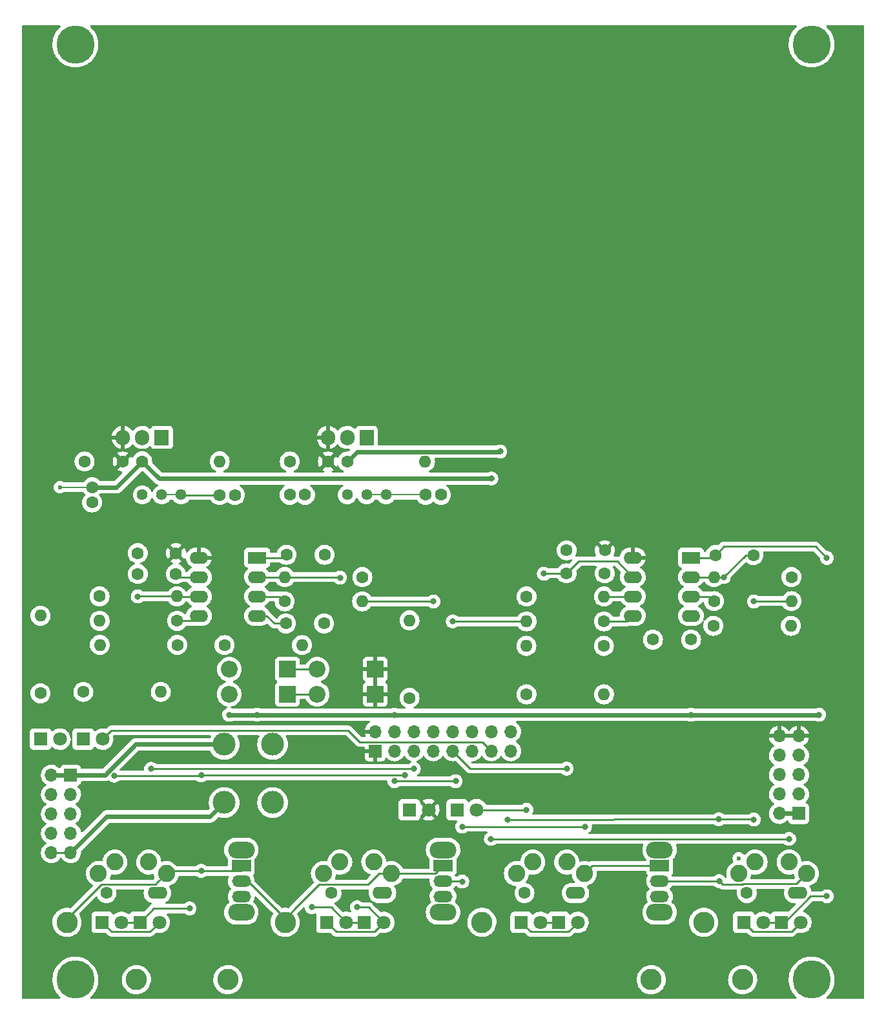
<source format=gbr>
G04 #@! TF.GenerationSoftware,KiCad,Pcbnew,(6.0.1)*
G04 #@! TF.CreationDate,2022-11-13T20:23:11-08:00*
G04 #@! TF.ProjectId,PBJ_EU,50424a5f-4555-42e6-9b69-6361645f7063,6.0*
G04 #@! TF.SameCoordinates,Original*
G04 #@! TF.FileFunction,Copper,L1,Top*
G04 #@! TF.FilePolarity,Positive*
%FSLAX46Y46*%
G04 Gerber Fmt 4.6, Leading zero omitted, Abs format (unit mm)*
G04 Created by KiCad (PCBNEW (6.0.1)) date 2022-11-13 20:23:11*
%MOMM*%
%LPD*%
G01*
G04 APERTURE LIST*
G04 #@! TA.AperFunction,ComponentPad*
%ADD10C,1.440000*%
G04 #@! TD*
G04 #@! TA.AperFunction,ComponentPad*
%ADD11R,1.800000X1.800000*%
G04 #@! TD*
G04 #@! TA.AperFunction,ComponentPad*
%ADD12C,1.800000*%
G04 #@! TD*
G04 #@! TA.AperFunction,ComponentPad*
%ADD13C,5.000000*%
G04 #@! TD*
G04 #@! TA.AperFunction,ComponentPad*
%ADD14C,2.800000*%
G04 #@! TD*
G04 #@! TA.AperFunction,ComponentPad*
%ADD15C,2.250000*%
G04 #@! TD*
G04 #@! TA.AperFunction,ComponentPad*
%ADD16O,2.600000X1.600000*%
G04 #@! TD*
G04 #@! TA.AperFunction,ComponentPad*
%ADD17C,1.600000*%
G04 #@! TD*
G04 #@! TA.AperFunction,ComponentPad*
%ADD18O,3.500000X2.200000*%
G04 #@! TD*
G04 #@! TA.AperFunction,ComponentPad*
%ADD19R,2.500000X1.500000*%
G04 #@! TD*
G04 #@! TA.AperFunction,ComponentPad*
%ADD20O,2.500000X1.500000*%
G04 #@! TD*
G04 #@! TA.AperFunction,ComponentPad*
%ADD21R,1.700000X1.700000*%
G04 #@! TD*
G04 #@! TA.AperFunction,ComponentPad*
%ADD22O,1.700000X1.700000*%
G04 #@! TD*
G04 #@! TA.AperFunction,ComponentPad*
%ADD23C,3.000000*%
G04 #@! TD*
G04 #@! TA.AperFunction,ComponentPad*
%ADD24R,2.400000X1.600000*%
G04 #@! TD*
G04 #@! TA.AperFunction,ComponentPad*
%ADD25O,2.400000X1.600000*%
G04 #@! TD*
G04 #@! TA.AperFunction,ComponentPad*
%ADD26O,1.600000X1.600000*%
G04 #@! TD*
G04 #@! TA.AperFunction,ComponentPad*
%ADD27R,1.905000X2.000000*%
G04 #@! TD*
G04 #@! TA.AperFunction,ComponentPad*
%ADD28O,1.905000X2.000000*%
G04 #@! TD*
G04 #@! TA.AperFunction,ComponentPad*
%ADD29R,2.200000X2.200000*%
G04 #@! TD*
G04 #@! TA.AperFunction,ComponentPad*
%ADD30O,2.200000X2.200000*%
G04 #@! TD*
G04 #@! TA.AperFunction,ViaPad*
%ADD31C,0.800000*%
G04 #@! TD*
G04 #@! TA.AperFunction,ViaPad*
%ADD32C,0.600000*%
G04 #@! TD*
G04 #@! TA.AperFunction,Conductor*
%ADD33C,0.200000*%
G04 #@! TD*
G04 #@! TA.AperFunction,Conductor*
%ADD34C,0.250000*%
G04 #@! TD*
G04 #@! TA.AperFunction,Conductor*
%ADD35C,0.600000*%
G04 #@! TD*
G04 APERTURE END LIST*
D10*
X83140000Y-92010000D03*
X85680000Y-92010000D03*
X88220000Y-92010000D03*
D11*
X135150000Y-148000000D03*
D12*
X137690000Y-148000000D03*
D13*
X47500000Y-155500000D03*
X144020000Y-155500000D03*
X144020000Y-33000000D03*
X47500000Y-33000000D03*
D14*
X75000000Y-148000000D03*
X129870000Y-148000000D03*
X55500000Y-155500000D03*
X67500000Y-155500000D03*
X46400000Y-148000000D03*
D15*
X80020000Y-141600000D03*
X88920000Y-141600000D03*
X82170000Y-140100000D03*
X86620000Y-140100000D03*
D16*
X87760000Y-144150000D03*
D17*
X81080000Y-144150000D03*
D15*
X50520000Y-141600000D03*
X59420000Y-141600000D03*
X52670000Y-140100000D03*
X57120000Y-140100000D03*
D16*
X58260000Y-144150000D03*
D17*
X51580000Y-144150000D03*
D11*
X55950000Y-148000000D03*
D12*
X58490000Y-148000000D03*
D11*
X140075000Y-148000000D03*
D12*
X142615000Y-148000000D03*
D11*
X110850000Y-148000000D03*
D12*
X113390000Y-148000000D03*
D18*
X69250000Y-138500000D03*
X69250000Y-146700000D03*
D19*
X69250000Y-140600000D03*
D20*
X69250000Y-142600000D03*
X69250000Y-144600000D03*
D14*
X100790000Y-148000000D03*
D15*
X105320000Y-141600000D03*
X114220000Y-141600000D03*
X107470000Y-140100000D03*
X111920000Y-140100000D03*
D16*
X113060000Y-144150000D03*
D17*
X106380000Y-144150000D03*
D15*
X134470000Y-141600000D03*
X143370000Y-141600000D03*
X136620000Y-140100000D03*
X141070000Y-140100000D03*
D16*
X142210000Y-144150000D03*
D17*
X135530000Y-144150000D03*
D11*
X85400000Y-148000000D03*
D12*
X87940000Y-148000000D03*
D11*
X105950000Y-148000000D03*
D12*
X108490000Y-148000000D03*
D18*
X124100000Y-138500000D03*
X124100000Y-146700000D03*
D19*
X124100000Y-140600000D03*
D20*
X124100000Y-142600000D03*
X124100000Y-144600000D03*
D21*
X142330000Y-133750000D03*
D22*
X139790000Y-133750000D03*
X142330000Y-131210000D03*
X139790000Y-131210000D03*
X142330000Y-128670000D03*
X139790000Y-128670000D03*
X142330000Y-126130000D03*
X139790000Y-126130000D03*
X142330000Y-123590000D03*
X139790000Y-123590000D03*
D11*
X91285000Y-133250000D03*
D12*
X93825000Y-133250000D03*
D11*
X48525000Y-124000000D03*
D12*
X51065000Y-124000000D03*
D11*
X97570000Y-133250000D03*
D12*
X100110000Y-133250000D03*
D11*
X51025000Y-148000000D03*
D12*
X53565000Y-148000000D03*
D23*
X73350000Y-124690000D03*
X67000000Y-124690000D03*
X73350000Y-132310000D03*
X67000000Y-132310000D03*
D11*
X80475000Y-148000000D03*
D12*
X83015000Y-148000000D03*
D21*
X86800000Y-125540000D03*
D22*
X86800000Y-123000000D03*
X89340000Y-125540000D03*
X89340000Y-123000000D03*
X91880000Y-125540000D03*
X91880000Y-123000000D03*
X94420000Y-125540000D03*
X94420000Y-123000000D03*
X96960000Y-125540000D03*
X96960000Y-123000000D03*
X99500000Y-125540000D03*
X99500000Y-123000000D03*
X102040000Y-125540000D03*
X102040000Y-123000000D03*
X104580000Y-125540000D03*
X104580000Y-123000000D03*
D18*
X95700000Y-138500000D03*
X95700000Y-146700000D03*
D19*
X95700000Y-140600000D03*
D20*
X95700000Y-142600000D03*
X95700000Y-144600000D03*
D14*
X134990000Y-155500000D03*
D11*
X42920000Y-124000000D03*
D12*
X45460000Y-124000000D03*
D14*
X123000000Y-155500000D03*
D17*
X66410000Y-92030000D03*
X68410000Y-92030000D03*
D24*
X71325000Y-100225000D03*
D25*
X71325000Y-102765000D03*
X71325000Y-105305000D03*
X71325000Y-107845000D03*
X63705000Y-107845000D03*
X63705000Y-105305000D03*
X63705000Y-102765000D03*
X63705000Y-100225000D03*
D17*
X60680000Y-99650000D03*
X55680000Y-99650000D03*
X49690000Y-91000000D03*
X49690000Y-93000000D03*
X80100000Y-108850000D03*
X75100000Y-108850000D03*
X53705000Y-87640000D03*
X48705000Y-87640000D03*
D24*
X128210000Y-100225000D03*
D25*
X128210000Y-102765000D03*
X128210000Y-105305000D03*
X128210000Y-107845000D03*
X120590000Y-107845000D03*
X120590000Y-105305000D03*
X120590000Y-102765000D03*
X120590000Y-100225000D03*
D17*
X93430000Y-92000000D03*
X95430000Y-92000000D03*
X106645000Y-105325000D03*
D26*
X116805000Y-105325000D03*
D17*
X50670000Y-105300000D03*
D26*
X60830000Y-105300000D03*
D17*
X85125000Y-102775000D03*
D26*
X74965000Y-102775000D03*
D17*
X141380000Y-102780000D03*
D26*
X131220000Y-102780000D03*
D17*
X80620000Y-87640000D03*
X75620000Y-87640000D03*
X42920000Y-118000000D03*
D26*
X42920000Y-107840000D03*
D17*
X80180000Y-99850000D03*
X75180000Y-99850000D03*
X56260000Y-87630000D03*
D26*
X66420000Y-87630000D03*
D17*
X67050000Y-111680000D03*
D26*
X77210000Y-111680000D03*
D17*
X77610000Y-92000000D03*
X75610000Y-92000000D03*
X60850000Y-108500000D03*
D26*
X50690000Y-108500000D03*
D17*
X116890000Y-102280000D03*
X111890000Y-102280000D03*
X116790000Y-111780000D03*
D26*
X106630000Y-111780000D03*
D27*
X58820000Y-84485000D03*
D28*
X56280000Y-84485000D03*
X53740000Y-84485000D03*
D29*
X75310000Y-114850000D03*
D30*
X67690000Y-114850000D03*
D27*
X85700000Y-84485000D03*
D28*
X83160000Y-84485000D03*
X80620000Y-84485000D03*
D29*
X75285000Y-118125000D03*
D30*
X67665000Y-118125000D03*
D17*
X83180000Y-87640000D03*
D26*
X93340000Y-87640000D03*
D17*
X74945000Y-105950000D03*
D26*
X85105000Y-105950000D03*
D17*
X106640000Y-118130000D03*
D26*
X116800000Y-118130000D03*
D21*
X46880000Y-128710000D03*
D22*
X44340000Y-128710000D03*
X46880000Y-131250000D03*
X44340000Y-131250000D03*
X46880000Y-133790000D03*
X44340000Y-133790000D03*
X46880000Y-136330000D03*
X44340000Y-136330000D03*
X46880000Y-138870000D03*
X44340000Y-138870000D03*
D17*
X60860000Y-111660000D03*
D26*
X50700000Y-111660000D03*
D17*
X131220000Y-105925000D03*
D26*
X141380000Y-105925000D03*
D17*
X116805000Y-108575000D03*
D26*
X106645000Y-108575000D03*
D17*
X48540000Y-117810000D03*
D26*
X58700000Y-117810000D03*
D17*
X136390000Y-99890000D03*
X131390000Y-99890000D03*
X91310000Y-118600000D03*
D26*
X91310000Y-108440000D03*
D17*
X116910000Y-99270000D03*
X111910000Y-99270000D03*
X123220000Y-110960000D03*
X128220000Y-110960000D03*
D29*
X86820000Y-118125000D03*
D30*
X79200000Y-118125000D03*
D29*
X86820000Y-114850000D03*
D30*
X79200000Y-114850000D03*
D10*
X56280000Y-92010000D03*
X58820000Y-92010000D03*
X61360000Y-92010000D03*
D17*
X55680000Y-102370000D03*
X60680000Y-102370000D03*
X131150000Y-109160000D03*
D26*
X141310000Y-109160000D03*
D31*
X103200000Y-86320000D03*
X90704999Y-128734999D03*
X64000000Y-128734999D03*
X64000000Y-141250000D03*
X52590000Y-128790000D03*
D32*
X134470000Y-139610000D03*
D31*
X94450000Y-105975000D03*
X98225000Y-142655000D03*
X96975000Y-108575000D03*
X98225000Y-135450000D03*
X114310000Y-135450000D03*
X131865001Y-134484999D03*
X136455489Y-105974511D03*
X136455489Y-134530489D03*
X131900000Y-142600000D03*
X104160000Y-134530000D03*
X102040000Y-89860000D03*
D32*
X45460000Y-91010000D03*
D31*
X71300000Y-120800000D03*
X89340000Y-129510000D03*
X128215000Y-120810000D03*
X97350000Y-129510000D03*
X89320000Y-120810000D03*
X145000000Y-120810000D03*
X67665000Y-120815000D03*
X55670489Y-105304511D03*
X62475000Y-146175000D03*
X57425001Y-127874999D03*
X91880000Y-127874999D03*
X111920000Y-127850000D03*
X101970000Y-137074990D03*
X141074990Y-137074990D03*
X108920000Y-102340000D03*
X78475000Y-146000000D03*
X84425000Y-146000000D03*
X82200000Y-102850000D03*
X146020000Y-100270000D03*
X146020000Y-144570000D03*
X132520000Y-102780000D03*
X106640000Y-133250000D03*
D33*
X58820000Y-92010000D02*
X61360000Y-92010000D01*
D34*
X61380000Y-92030000D02*
X61360000Y-92010000D01*
X66410000Y-92030000D02*
X61380000Y-92030000D01*
D33*
X93420000Y-92010000D02*
X93430000Y-92000000D01*
X88220000Y-92010000D02*
X93420000Y-92010000D01*
X85680000Y-92010000D02*
X88220000Y-92010000D01*
D34*
X52199511Y-122865489D02*
X51065000Y-124000000D01*
X102040000Y-125540000D02*
X100865489Y-124365489D01*
X83289022Y-122865489D02*
X52199511Y-122865489D01*
X84789022Y-124365489D02*
X83289022Y-122865489D01*
D35*
X83180000Y-87640000D02*
X84479511Y-86340489D01*
X84479511Y-86340489D02*
X103149511Y-86340489D01*
D34*
X100865489Y-124365489D02*
X84789022Y-124365489D01*
X54215010Y-143024990D02*
X57995010Y-143024990D01*
X63940000Y-141250000D02*
X59770000Y-141250000D01*
X46400000Y-147500000D02*
X50875010Y-143024990D01*
X52590000Y-128790000D02*
X63944999Y-128790000D01*
X50875010Y-143024990D02*
X54215010Y-143024990D01*
X69250000Y-128734999D02*
X64000000Y-128734999D01*
X69250000Y-141250000D02*
X63940000Y-141250000D01*
X90704999Y-128734999D02*
X69250000Y-128734999D01*
X58295001Y-142724999D02*
X59420000Y-141600000D01*
X57995010Y-143024990D02*
X58295001Y-142724999D01*
X59770000Y-141250000D02*
X59420000Y-141600000D01*
X76399999Y-146100001D02*
X75000000Y-147500000D01*
X80741003Y-143024999D02*
X80716001Y-143050001D01*
X80716001Y-143050001D02*
X79449999Y-143050001D01*
X73600001Y-146100001D02*
X75000000Y-147500000D01*
X79449999Y-143050001D02*
X76399999Y-146100001D01*
X87329010Y-141600000D02*
X85904011Y-143024999D01*
X85105000Y-105950000D02*
X94375000Y-105950000D01*
X94700000Y-141600000D02*
X95700000Y-140600000D01*
X88920000Y-141600000D02*
X87329010Y-141600000D01*
X85904011Y-143024999D02*
X80741003Y-143024999D01*
X88920000Y-141600000D02*
X94700000Y-141600000D01*
X69250000Y-142600000D02*
X70100000Y-142600000D01*
X70100000Y-142600000D02*
X73600001Y-146100001D01*
X102660000Y-135450000D02*
X114310000Y-135450000D01*
X124200000Y-140600000D02*
X115220000Y-140600000D01*
X98170000Y-142600000D02*
X98225000Y-142655000D01*
X115220000Y-140600000D02*
X114220000Y-141600000D01*
X95700000Y-142600000D02*
X98170000Y-142600000D01*
X106645000Y-108575000D02*
X96975000Y-108575000D01*
X98225000Y-135450000D02*
X102660000Y-135450000D01*
X131900000Y-142600000D02*
X132350001Y-143050001D01*
X142000000Y-142970000D02*
X143370000Y-141600000D01*
X132350001Y-143050001D02*
X134964997Y-143050001D01*
X141380000Y-105925000D02*
X136505000Y-105925000D01*
X134964997Y-143050001D02*
X135044998Y-142970000D01*
X104160000Y-134530000D02*
X131865001Y-134484999D01*
X136409999Y-134484999D02*
X136455489Y-134530489D01*
X131865001Y-134484999D02*
X136409999Y-134484999D01*
X135044998Y-142970000D02*
X142000000Y-142970000D01*
X124200000Y-142600000D02*
X131900000Y-142600000D01*
X136505000Y-105925000D02*
X136455489Y-105974511D01*
D33*
X45470000Y-91000000D02*
X49690000Y-91000000D01*
D35*
X58500000Y-89870000D02*
X102100000Y-89870000D01*
X56260000Y-87630000D02*
X52860000Y-91030000D01*
D33*
X45460000Y-91010000D02*
X45470000Y-91000000D01*
D35*
X52860000Y-91030000D02*
X49690000Y-91030000D01*
X58060000Y-89430000D02*
X58500000Y-89870000D01*
X56260000Y-87630000D02*
X58060000Y-89430000D01*
D34*
X89340000Y-129510000D02*
X97350000Y-129510000D01*
X72570000Y-107845000D02*
X73575000Y-108850000D01*
D35*
X89320000Y-120810000D02*
X128215000Y-120810000D01*
D34*
X71325000Y-107845000D02*
X72570000Y-107845000D01*
D35*
X139790000Y-133750000D02*
X142330000Y-133750000D01*
X128215000Y-120810000D02*
X145000000Y-120810000D01*
D34*
X73575000Y-108850000D02*
X75100000Y-108850000D01*
D35*
X67665000Y-120815000D02*
X89320000Y-120812140D01*
D34*
X52249511Y-149224511D02*
X51025000Y-148000000D01*
X57265489Y-149224511D02*
X52249511Y-149224511D01*
X63705000Y-105305000D02*
X60835000Y-105305000D01*
X60835000Y-105305000D02*
X60830000Y-105300000D01*
X55675000Y-105300000D02*
X60830000Y-105300000D01*
X58490000Y-148000000D02*
X57265489Y-149224511D01*
X55670489Y-105304511D02*
X55675000Y-105300000D01*
X61075000Y-102765000D02*
X60680000Y-102370000D01*
X57775000Y-146175000D02*
X62475000Y-146175000D01*
X55950000Y-148000000D02*
X57775000Y-146175000D01*
X63705000Y-102765000D02*
X61075000Y-102765000D01*
X53565000Y-148000000D02*
X55950000Y-148000000D01*
X91880000Y-127874999D02*
X57425001Y-127874999D01*
X99270000Y-127850000D02*
X96960000Y-125540000D01*
X111920000Y-127850000D02*
X99270000Y-127850000D01*
X101970000Y-137074990D02*
X141074990Y-137074990D01*
D35*
X55417898Y-124690000D02*
X67000000Y-124690000D01*
X46880000Y-128710000D02*
X51397898Y-128710000D01*
X44340000Y-128710000D02*
X46880000Y-128710000D01*
X51397898Y-128710000D02*
X55417898Y-124690000D01*
X65175489Y-134134511D02*
X66682141Y-132627859D01*
X51615489Y-134134511D02*
X65175489Y-134134511D01*
D34*
X44340000Y-138870000D02*
X46880000Y-138870000D01*
D35*
X46880000Y-138870000D02*
X51615489Y-134134511D01*
D34*
X60850000Y-108500000D02*
X63050000Y-108500000D01*
X63050000Y-108500000D02*
X63705000Y-107845000D01*
X108920000Y-102340000D02*
X108980000Y-102280000D01*
X108980000Y-102280000D02*
X111890000Y-102280000D01*
X118515791Y-100690791D02*
X120590000Y-102765000D01*
X111890000Y-102280000D02*
X113479209Y-100690791D01*
X113479209Y-100690791D02*
X118515791Y-100690791D01*
X108490000Y-148000000D02*
X110850000Y-148000000D01*
X119860000Y-108575000D02*
X120590000Y-107845000D01*
X116805000Y-108575000D02*
X119860000Y-108575000D01*
X120570000Y-105325000D02*
X120590000Y-105305000D01*
X112165489Y-149224511D02*
X113390000Y-148000000D01*
X105950000Y-148000000D02*
X107174511Y-149224511D01*
X107174511Y-149224511D02*
X112165489Y-149224511D01*
X116905000Y-105325000D02*
X120570000Y-105325000D01*
X82990000Y-148000000D02*
X85300000Y-148000000D01*
X81015000Y-146000000D02*
X78475000Y-146000000D01*
X74805000Y-100225000D02*
X75180000Y-99850000D01*
X71325000Y-100225000D02*
X74805000Y-100225000D01*
X83015000Y-148000000D02*
X81015000Y-146000000D01*
X81699511Y-149224511D02*
X86715489Y-149224511D01*
X86715489Y-149224511D02*
X87940000Y-148000000D01*
X74965000Y-102775000D02*
X82125000Y-102775000D01*
X87940000Y-148000000D02*
X85940000Y-146000000D01*
X71325000Y-102765000D02*
X74955000Y-102765000D01*
X82125000Y-102775000D02*
X82200000Y-102850000D01*
X85940000Y-146000000D02*
X84425000Y-146000000D01*
X80475000Y-148000000D02*
X81699511Y-149224511D01*
X74955000Y-102765000D02*
X74965000Y-102775000D01*
X137690000Y-148000000D02*
X140050000Y-148000000D01*
X128210000Y-100225000D02*
X131055000Y-100225000D01*
X131390000Y-99890000D02*
X132514511Y-98765489D01*
X132514511Y-98765489D02*
X144515489Y-98765489D01*
X140075000Y-148000000D02*
X140478595Y-148000000D01*
X143908595Y-144570000D02*
X146020000Y-144570000D01*
X144515489Y-98765489D02*
X146020000Y-100270000D01*
X131055000Y-100225000D02*
X131390000Y-99890000D01*
X140478595Y-148000000D02*
X143908595Y-144570000D01*
X141390489Y-149224511D02*
X142615000Y-148000000D01*
X136374511Y-149224511D02*
X141390489Y-149224511D01*
X128210000Y-102765000D02*
X132455000Y-102765000D01*
X135150000Y-148000000D02*
X136374511Y-149224511D01*
X135380000Y-99890000D02*
X136390000Y-99890000D01*
X132520000Y-102750000D02*
X135380000Y-99890000D01*
X71325000Y-105305000D02*
X74300000Y-105305000D01*
X74300000Y-105305000D02*
X74945000Y-105950000D01*
X128210000Y-105305000D02*
X130600000Y-105305000D01*
X130600000Y-105305000D02*
X131220000Y-105925000D01*
X75285000Y-118125000D02*
X79200000Y-118125000D01*
X75310000Y-114850000D02*
X79200000Y-114850000D01*
X100110000Y-133250000D02*
X106640000Y-133250000D01*
G04 #@! TA.AperFunction,Conductor*
G36*
X45507956Y-30528002D02*
G01*
X45554449Y-30581658D01*
X45564553Y-30651932D01*
X45535059Y-30716512D01*
X45518622Y-30732328D01*
X45483509Y-30760459D01*
X45239466Y-31007071D01*
X45237225Y-31009929D01*
X45180732Y-31081978D01*
X45025386Y-31280098D01*
X45023493Y-31283187D01*
X45023491Y-31283190D01*
X44977233Y-31358676D01*
X44844105Y-31575921D01*
X44842580Y-31579206D01*
X44842578Y-31579210D01*
X44803505Y-31663386D01*
X44698027Y-31890620D01*
X44589087Y-32220023D01*
X44518730Y-32559764D01*
X44487888Y-32905341D01*
X44487983Y-32908971D01*
X44487983Y-32908972D01*
X44490367Y-33000000D01*
X44496970Y-33252171D01*
X44545856Y-33595660D01*
X44633897Y-33931253D01*
X44759927Y-34254503D01*
X44761624Y-34257708D01*
X44895113Y-34509825D01*
X44922275Y-34561126D01*
X44924325Y-34564109D01*
X44924327Y-34564112D01*
X45116733Y-34844064D01*
X45116739Y-34844071D01*
X45118790Y-34847056D01*
X45346866Y-35108505D01*
X45349551Y-35110948D01*
X45559268Y-35301775D01*
X45603481Y-35342006D01*
X45885233Y-35544466D01*
X46188388Y-35713200D01*
X46508928Y-35845972D01*
X46512422Y-35846967D01*
X46512424Y-35846968D01*
X46839103Y-35940025D01*
X46839108Y-35940026D01*
X46842604Y-35941022D01*
X47039304Y-35973233D01*
X47181412Y-35996504D01*
X47181419Y-35996505D01*
X47184993Y-35997090D01*
X47358275Y-36005262D01*
X47527931Y-36013263D01*
X47527932Y-36013263D01*
X47531558Y-36013434D01*
X47540415Y-36012830D01*
X47874073Y-35990084D01*
X47874081Y-35990083D01*
X47877704Y-35989836D01*
X47881279Y-35989173D01*
X47881282Y-35989173D01*
X48215279Y-35927270D01*
X48215283Y-35927269D01*
X48218844Y-35926609D01*
X48550456Y-35824592D01*
X48868145Y-35685136D01*
X49112511Y-35542341D01*
X49164560Y-35511926D01*
X49164562Y-35511925D01*
X49167700Y-35510091D01*
X49170609Y-35507907D01*
X49442244Y-35303958D01*
X49442248Y-35303955D01*
X49445151Y-35301775D01*
X49696819Y-35062950D01*
X49919370Y-34796783D01*
X50109853Y-34506799D01*
X50238446Y-34251121D01*
X50264117Y-34200080D01*
X50264120Y-34200072D01*
X50265744Y-34196844D01*
X50384977Y-33871026D01*
X50385822Y-33867504D01*
X50385825Y-33867496D01*
X50465124Y-33537191D01*
X50465125Y-33537187D01*
X50465971Y-33533662D01*
X50500035Y-33252171D01*
X50507316Y-33192004D01*
X50507316Y-33191997D01*
X50507652Y-33189225D01*
X50513599Y-33000000D01*
X50513438Y-32997204D01*
X50493836Y-32657246D01*
X50493835Y-32657241D01*
X50493627Y-32653626D01*
X50433976Y-32311842D01*
X50335437Y-31979180D01*
X50199316Y-31660048D01*
X50149569Y-31572831D01*
X50029208Y-31361816D01*
X50027417Y-31358676D01*
X49822018Y-31079060D01*
X49585842Y-30824904D01*
X49474502Y-30729810D01*
X49435692Y-30670361D01*
X49435185Y-30599366D01*
X49473142Y-30539367D01*
X49537510Y-30509414D01*
X49556332Y-30508000D01*
X141959835Y-30508000D01*
X142027956Y-30528002D01*
X142074449Y-30581658D01*
X142084553Y-30651932D01*
X142055059Y-30716512D01*
X142038622Y-30732328D01*
X142003509Y-30760459D01*
X141759466Y-31007071D01*
X141757225Y-31009929D01*
X141700732Y-31081978D01*
X141545386Y-31280098D01*
X141543493Y-31283187D01*
X141543491Y-31283190D01*
X141497233Y-31358676D01*
X141364105Y-31575921D01*
X141362580Y-31579206D01*
X141362578Y-31579210D01*
X141323505Y-31663386D01*
X141218027Y-31890620D01*
X141109087Y-32220023D01*
X141038730Y-32559764D01*
X141007888Y-32905341D01*
X141007983Y-32908971D01*
X141007983Y-32908972D01*
X141010367Y-33000000D01*
X141016970Y-33252171D01*
X141065856Y-33595660D01*
X141153897Y-33931253D01*
X141279927Y-34254503D01*
X141281624Y-34257708D01*
X141415113Y-34509825D01*
X141442275Y-34561126D01*
X141444325Y-34564109D01*
X141444327Y-34564112D01*
X141636733Y-34844064D01*
X141636739Y-34844071D01*
X141638790Y-34847056D01*
X141866866Y-35108505D01*
X141869551Y-35110948D01*
X142079268Y-35301775D01*
X142123481Y-35342006D01*
X142405233Y-35544466D01*
X142708388Y-35713200D01*
X143028928Y-35845972D01*
X143032422Y-35846967D01*
X143032424Y-35846968D01*
X143359103Y-35940025D01*
X143359108Y-35940026D01*
X143362604Y-35941022D01*
X143559304Y-35973233D01*
X143701412Y-35996504D01*
X143701419Y-35996505D01*
X143704993Y-35997090D01*
X143878275Y-36005262D01*
X144047931Y-36013263D01*
X144047932Y-36013263D01*
X144051558Y-36013434D01*
X144060415Y-36012830D01*
X144394073Y-35990084D01*
X144394081Y-35990083D01*
X144397704Y-35989836D01*
X144401279Y-35989173D01*
X144401282Y-35989173D01*
X144735279Y-35927270D01*
X144735283Y-35927269D01*
X144738844Y-35926609D01*
X145070456Y-35824592D01*
X145388145Y-35685136D01*
X145632511Y-35542341D01*
X145684560Y-35511926D01*
X145684562Y-35511925D01*
X145687700Y-35510091D01*
X145690609Y-35507907D01*
X145962244Y-35303958D01*
X145962248Y-35303955D01*
X145965151Y-35301775D01*
X146216819Y-35062950D01*
X146439370Y-34796783D01*
X146629853Y-34506799D01*
X146758446Y-34251121D01*
X146784117Y-34200080D01*
X146784120Y-34200072D01*
X146785744Y-34196844D01*
X146904977Y-33871026D01*
X146905822Y-33867504D01*
X146905825Y-33867496D01*
X146985124Y-33537191D01*
X146985125Y-33537187D01*
X146985971Y-33533662D01*
X147020035Y-33252171D01*
X147027316Y-33192004D01*
X147027316Y-33191997D01*
X147027652Y-33189225D01*
X147033599Y-33000000D01*
X147033438Y-32997204D01*
X147013836Y-32657246D01*
X147013835Y-32657241D01*
X147013627Y-32653626D01*
X146953976Y-32311842D01*
X146855437Y-31979180D01*
X146719316Y-31660048D01*
X146669569Y-31572831D01*
X146549208Y-31361816D01*
X146547417Y-31358676D01*
X146342018Y-31079060D01*
X146105842Y-30824904D01*
X145994502Y-30729810D01*
X145955692Y-30670361D01*
X145955185Y-30599366D01*
X145993142Y-30539367D01*
X146057510Y-30509414D01*
X146076332Y-30508000D01*
X150766000Y-30508000D01*
X150834121Y-30528002D01*
X150880614Y-30581658D01*
X150892000Y-30634000D01*
X150892000Y-157866000D01*
X150871998Y-157934121D01*
X150818342Y-157980614D01*
X150766000Y-157992000D01*
X146080517Y-157992000D01*
X146012396Y-157971998D01*
X145965903Y-157918342D01*
X145955799Y-157848068D01*
X145985293Y-157783488D01*
X145993784Y-157774603D01*
X146214180Y-157565454D01*
X146216819Y-157562950D01*
X146439370Y-157296783D01*
X146452311Y-157277083D01*
X146591342Y-157065427D01*
X146629853Y-157006799D01*
X146758446Y-156751121D01*
X146784117Y-156700080D01*
X146784120Y-156700072D01*
X146785744Y-156696844D01*
X146813545Y-156620875D01*
X146903729Y-156374437D01*
X146903730Y-156374433D01*
X146904977Y-156371026D01*
X146905822Y-156367504D01*
X146905825Y-156367496D01*
X146985124Y-156037191D01*
X146985125Y-156037187D01*
X146985971Y-156033662D01*
X146986408Y-156030052D01*
X147027316Y-155692004D01*
X147027316Y-155691997D01*
X147027652Y-155689225D01*
X147033599Y-155500000D01*
X147029878Y-155435467D01*
X147013836Y-155157246D01*
X147013835Y-155157241D01*
X147013627Y-155153626D01*
X146970887Y-154908735D01*
X146954600Y-154815415D01*
X146954598Y-154815408D01*
X146953976Y-154811842D01*
X146855437Y-154479180D01*
X146833765Y-154428371D01*
X146720740Y-154163386D01*
X146720738Y-154163383D01*
X146719316Y-154160048D01*
X146669569Y-154072831D01*
X146549208Y-153861816D01*
X146547417Y-153858676D01*
X146342018Y-153579060D01*
X146105842Y-153324904D01*
X145842019Y-153099578D01*
X145554047Y-152906069D01*
X145245741Y-152746940D01*
X144921189Y-152624302D01*
X144917668Y-152623418D01*
X144917663Y-152623416D01*
X144756378Y-152582904D01*
X144584692Y-152539780D01*
X144562476Y-152536855D01*
X144244315Y-152494968D01*
X144244307Y-152494967D01*
X144240711Y-152494494D01*
X144096045Y-152492221D01*
X143897446Y-152489101D01*
X143897442Y-152489101D01*
X143893804Y-152489044D01*
X143890190Y-152489405D01*
X143890184Y-152489405D01*
X143646843Y-152513694D01*
X143548569Y-152523503D01*
X143209583Y-152597414D01*
X143206156Y-152598587D01*
X143206150Y-152598589D01*
X143127296Y-152625587D01*
X142881339Y-152709797D01*
X142568188Y-152859163D01*
X142274279Y-153043532D01*
X142271443Y-153045804D01*
X142271436Y-153045809D01*
X142027384Y-153241332D01*
X142003509Y-153260459D01*
X141759466Y-153507071D01*
X141757225Y-153509929D01*
X141700732Y-153581978D01*
X141545386Y-153780098D01*
X141543493Y-153783187D01*
X141543491Y-153783190D01*
X141491164Y-153868580D01*
X141364105Y-154075921D01*
X141362580Y-154079206D01*
X141362578Y-154079210D01*
X141281360Y-154254180D01*
X141218027Y-154390620D01*
X141187586Y-154482666D01*
X141111536Y-154712619D01*
X141109087Y-154720023D01*
X141108351Y-154723578D01*
X141108350Y-154723581D01*
X141069112Y-154913053D01*
X141038730Y-155059764D01*
X141007888Y-155405341D01*
X141007983Y-155408971D01*
X141007983Y-155408972D01*
X141010367Y-155500000D01*
X141016970Y-155752171D01*
X141065856Y-156095660D01*
X141153897Y-156431253D01*
X141279927Y-156754503D01*
X141281624Y-156757708D01*
X141416192Y-157011863D01*
X141442275Y-157061126D01*
X141444325Y-157064109D01*
X141444327Y-157064112D01*
X141636733Y-157344064D01*
X141636739Y-157344071D01*
X141638790Y-157347056D01*
X141866866Y-157608505D01*
X141869551Y-157610948D01*
X142047431Y-157772806D01*
X142084354Y-157833447D01*
X142082631Y-157904422D01*
X142042809Y-157963199D01*
X141977531Y-157991116D01*
X141962632Y-157992000D01*
X49560517Y-157992000D01*
X49492396Y-157971998D01*
X49445903Y-157918342D01*
X49435799Y-157848068D01*
X49465293Y-157783488D01*
X49473784Y-157774603D01*
X49694180Y-157565454D01*
X49696819Y-157562950D01*
X49919370Y-157296783D01*
X49932311Y-157277083D01*
X50071342Y-157065427D01*
X50109853Y-157006799D01*
X50238446Y-156751121D01*
X50264117Y-156700080D01*
X50264120Y-156700072D01*
X50265744Y-156696844D01*
X50293545Y-156620875D01*
X50383729Y-156374437D01*
X50383730Y-156374433D01*
X50384977Y-156371026D01*
X50385822Y-156367504D01*
X50385825Y-156367496D01*
X50465124Y-156037191D01*
X50465125Y-156037187D01*
X50465971Y-156033662D01*
X50466408Y-156030052D01*
X50507316Y-155692004D01*
X50507316Y-155691997D01*
X50507652Y-155689225D01*
X50513599Y-155500000D01*
X50510134Y-155439899D01*
X53587569Y-155439899D01*
X53587744Y-155444351D01*
X53597256Y-155686434D01*
X53598180Y-155709963D01*
X53646737Y-155975837D01*
X53732272Y-156232217D01*
X53734265Y-156236205D01*
X53803336Y-156374437D01*
X53853078Y-156473987D01*
X53855607Y-156477646D01*
X53959563Y-156628058D01*
X54006744Y-156696324D01*
X54190205Y-156894790D01*
X54399799Y-157065427D01*
X54631346Y-157204830D01*
X54635441Y-157206564D01*
X54635443Y-157206565D01*
X54876124Y-157308480D01*
X54876131Y-157308482D01*
X54880225Y-157310216D01*
X54976358Y-157335705D01*
X55137172Y-157378345D01*
X55137177Y-157378346D01*
X55141469Y-157379484D01*
X55145878Y-157380006D01*
X55145884Y-157380007D01*
X55295210Y-157397680D01*
X55409868Y-157411251D01*
X55680064Y-157404883D01*
X55684459Y-157404151D01*
X55684464Y-157404151D01*
X55942267Y-157361241D01*
X55942271Y-157361240D01*
X55946669Y-157360508D01*
X56139385Y-157299560D01*
X56200114Y-157280354D01*
X56200116Y-157280353D01*
X56204360Y-157279011D01*
X56208371Y-157277085D01*
X56208376Y-157277083D01*
X56443979Y-157163948D01*
X56443980Y-157163947D01*
X56447998Y-157162018D01*
X56598994Y-157061126D01*
X56669013Y-157014341D01*
X56669017Y-157014338D01*
X56672721Y-157011863D01*
X56676038Y-157008892D01*
X56676042Y-157008889D01*
X56870729Y-156834512D01*
X56874045Y-156831542D01*
X57047953Y-156624654D01*
X57168569Y-156431253D01*
X57188614Y-156399111D01*
X57188615Y-156399109D01*
X57190975Y-156395325D01*
X57300258Y-156148133D01*
X57373620Y-155888008D01*
X57396946Y-155714343D01*
X57409172Y-155623324D01*
X57409173Y-155623316D01*
X57409599Y-155620142D01*
X57413375Y-155500000D01*
X57409120Y-155439899D01*
X65587569Y-155439899D01*
X65587744Y-155444351D01*
X65597256Y-155686434D01*
X65598180Y-155709963D01*
X65646737Y-155975837D01*
X65732272Y-156232217D01*
X65734265Y-156236205D01*
X65803336Y-156374437D01*
X65853078Y-156473987D01*
X65855607Y-156477646D01*
X65959563Y-156628058D01*
X66006744Y-156696324D01*
X66190205Y-156894790D01*
X66399799Y-157065427D01*
X66631346Y-157204830D01*
X66635441Y-157206564D01*
X66635443Y-157206565D01*
X66876124Y-157308480D01*
X66876131Y-157308482D01*
X66880225Y-157310216D01*
X66976358Y-157335705D01*
X67137172Y-157378345D01*
X67137177Y-157378346D01*
X67141469Y-157379484D01*
X67145878Y-157380006D01*
X67145884Y-157380007D01*
X67295210Y-157397680D01*
X67409868Y-157411251D01*
X67680064Y-157404883D01*
X67684459Y-157404151D01*
X67684464Y-157404151D01*
X67942267Y-157361241D01*
X67942271Y-157361240D01*
X67946669Y-157360508D01*
X68139385Y-157299560D01*
X68200114Y-157280354D01*
X68200116Y-157280353D01*
X68204360Y-157279011D01*
X68208371Y-157277085D01*
X68208376Y-157277083D01*
X68443979Y-157163948D01*
X68443980Y-157163947D01*
X68447998Y-157162018D01*
X68598994Y-157061126D01*
X68669013Y-157014341D01*
X68669017Y-157014338D01*
X68672721Y-157011863D01*
X68676038Y-157008892D01*
X68676042Y-157008889D01*
X68870729Y-156834512D01*
X68874045Y-156831542D01*
X69047953Y-156624654D01*
X69168569Y-156431253D01*
X69188614Y-156399111D01*
X69188615Y-156399109D01*
X69190975Y-156395325D01*
X69300258Y-156148133D01*
X69373620Y-155888008D01*
X69396946Y-155714343D01*
X69409172Y-155623324D01*
X69409173Y-155623316D01*
X69409599Y-155620142D01*
X69413375Y-155500000D01*
X69409120Y-155439899D01*
X121087569Y-155439899D01*
X121087744Y-155444351D01*
X121097256Y-155686434D01*
X121098180Y-155709963D01*
X121146737Y-155975837D01*
X121232272Y-156232217D01*
X121234265Y-156236205D01*
X121303336Y-156374437D01*
X121353078Y-156473987D01*
X121355607Y-156477646D01*
X121459563Y-156628058D01*
X121506744Y-156696324D01*
X121690205Y-156894790D01*
X121899799Y-157065427D01*
X122131346Y-157204830D01*
X122135441Y-157206564D01*
X122135443Y-157206565D01*
X122376124Y-157308480D01*
X122376131Y-157308482D01*
X122380225Y-157310216D01*
X122476358Y-157335705D01*
X122637172Y-157378345D01*
X122637177Y-157378346D01*
X122641469Y-157379484D01*
X122645878Y-157380006D01*
X122645884Y-157380007D01*
X122795210Y-157397680D01*
X122909868Y-157411251D01*
X123180064Y-157404883D01*
X123184459Y-157404151D01*
X123184464Y-157404151D01*
X123442267Y-157361241D01*
X123442271Y-157361240D01*
X123446669Y-157360508D01*
X123639385Y-157299560D01*
X123700114Y-157280354D01*
X123700116Y-157280353D01*
X123704360Y-157279011D01*
X123708371Y-157277085D01*
X123708376Y-157277083D01*
X123943979Y-157163948D01*
X123943980Y-157163947D01*
X123947998Y-157162018D01*
X124098994Y-157061126D01*
X124169013Y-157014341D01*
X124169017Y-157014338D01*
X124172721Y-157011863D01*
X124176038Y-157008892D01*
X124176042Y-157008889D01*
X124370729Y-156834512D01*
X124374045Y-156831542D01*
X124547953Y-156624654D01*
X124668569Y-156431253D01*
X124688614Y-156399111D01*
X124688615Y-156399109D01*
X124690975Y-156395325D01*
X124800258Y-156148133D01*
X124873620Y-155888008D01*
X124896946Y-155714343D01*
X124909172Y-155623324D01*
X124909173Y-155623316D01*
X124909599Y-155620142D01*
X124913375Y-155500000D01*
X124909120Y-155439899D01*
X133077569Y-155439899D01*
X133077744Y-155444351D01*
X133087256Y-155686434D01*
X133088180Y-155709963D01*
X133136737Y-155975837D01*
X133222272Y-156232217D01*
X133224265Y-156236205D01*
X133293336Y-156374437D01*
X133343078Y-156473987D01*
X133345607Y-156477646D01*
X133449563Y-156628058D01*
X133496744Y-156696324D01*
X133680205Y-156894790D01*
X133889799Y-157065427D01*
X134121346Y-157204830D01*
X134125441Y-157206564D01*
X134125443Y-157206565D01*
X134366124Y-157308480D01*
X134366131Y-157308482D01*
X134370225Y-157310216D01*
X134466358Y-157335705D01*
X134627172Y-157378345D01*
X134627177Y-157378346D01*
X134631469Y-157379484D01*
X134635878Y-157380006D01*
X134635884Y-157380007D01*
X134785210Y-157397680D01*
X134899868Y-157411251D01*
X135170064Y-157404883D01*
X135174459Y-157404151D01*
X135174464Y-157404151D01*
X135432267Y-157361241D01*
X135432271Y-157361240D01*
X135436669Y-157360508D01*
X135629385Y-157299560D01*
X135690114Y-157280354D01*
X135690116Y-157280353D01*
X135694360Y-157279011D01*
X135698371Y-157277085D01*
X135698376Y-157277083D01*
X135933979Y-157163948D01*
X135933980Y-157163947D01*
X135937998Y-157162018D01*
X136088994Y-157061126D01*
X136159013Y-157014341D01*
X136159017Y-157014338D01*
X136162721Y-157011863D01*
X136166038Y-157008892D01*
X136166042Y-157008889D01*
X136360729Y-156834512D01*
X136364045Y-156831542D01*
X136537953Y-156624654D01*
X136658569Y-156431253D01*
X136678614Y-156399111D01*
X136678615Y-156399109D01*
X136680975Y-156395325D01*
X136790258Y-156148133D01*
X136863620Y-155888008D01*
X136886946Y-155714343D01*
X136899172Y-155623324D01*
X136899173Y-155623316D01*
X136899599Y-155620142D01*
X136903375Y-155500000D01*
X136884287Y-155230403D01*
X136827402Y-154966185D01*
X136807801Y-154913053D01*
X136735397Y-154716796D01*
X136733856Y-154712619D01*
X136704510Y-154658231D01*
X136607629Y-154478678D01*
X136607629Y-154478677D01*
X136605516Y-154474762D01*
X136444942Y-154257362D01*
X136255338Y-154064756D01*
X136178556Y-154006158D01*
X136044028Y-153903489D01*
X136044024Y-153903487D01*
X136040487Y-153900787D01*
X135804675Y-153768727D01*
X135552609Y-153671210D01*
X135548284Y-153670207D01*
X135548279Y-153670206D01*
X135442748Y-153645746D01*
X135289318Y-153610182D01*
X135020054Y-153586861D01*
X135015619Y-153587105D01*
X135015615Y-153587105D01*
X134754634Y-153601468D01*
X134754627Y-153601469D01*
X134750191Y-153601713D01*
X134618622Y-153627883D01*
X134489484Y-153653570D01*
X134489479Y-153653571D01*
X134485112Y-153654440D01*
X134480909Y-153655916D01*
X134234315Y-153742513D01*
X134234312Y-153742514D01*
X134230107Y-153743991D01*
X134226154Y-153746044D01*
X134226148Y-153746047D01*
X134182488Y-153768727D01*
X133990264Y-153868580D01*
X133986649Y-153871163D01*
X133986643Y-153871167D01*
X133773990Y-154023131D01*
X133773986Y-154023134D01*
X133770369Y-154025719D01*
X133574808Y-154212275D01*
X133407485Y-154424524D01*
X133405253Y-154428366D01*
X133405250Y-154428371D01*
X133273974Y-154654377D01*
X133273971Y-154654384D01*
X133271736Y-154658231D01*
X133170272Y-154908735D01*
X133169201Y-154913048D01*
X133169199Y-154913053D01*
X133132756Y-155059764D01*
X133105116Y-155171035D01*
X133104662Y-155175463D01*
X133104662Y-155175465D01*
X133081481Y-155401720D01*
X133077569Y-155439899D01*
X124909120Y-155439899D01*
X124894287Y-155230403D01*
X124837402Y-154966185D01*
X124817801Y-154913053D01*
X124745397Y-154716796D01*
X124743856Y-154712619D01*
X124714510Y-154658231D01*
X124617629Y-154478678D01*
X124617629Y-154478677D01*
X124615516Y-154474762D01*
X124454942Y-154257362D01*
X124265338Y-154064756D01*
X124188556Y-154006158D01*
X124054028Y-153903489D01*
X124054024Y-153903487D01*
X124050487Y-153900787D01*
X123814675Y-153768727D01*
X123562609Y-153671210D01*
X123558284Y-153670207D01*
X123558279Y-153670206D01*
X123452748Y-153645746D01*
X123299318Y-153610182D01*
X123030054Y-153586861D01*
X123025619Y-153587105D01*
X123025615Y-153587105D01*
X122764634Y-153601468D01*
X122764627Y-153601469D01*
X122760191Y-153601713D01*
X122628622Y-153627883D01*
X122499484Y-153653570D01*
X122499479Y-153653571D01*
X122495112Y-153654440D01*
X122490909Y-153655916D01*
X122244315Y-153742513D01*
X122244312Y-153742514D01*
X122240107Y-153743991D01*
X122236154Y-153746044D01*
X122236148Y-153746047D01*
X122192488Y-153768727D01*
X122000264Y-153868580D01*
X121996649Y-153871163D01*
X121996643Y-153871167D01*
X121783990Y-154023131D01*
X121783986Y-154023134D01*
X121780369Y-154025719D01*
X121584808Y-154212275D01*
X121417485Y-154424524D01*
X121415253Y-154428366D01*
X121415250Y-154428371D01*
X121283974Y-154654377D01*
X121283971Y-154654384D01*
X121281736Y-154658231D01*
X121180272Y-154908735D01*
X121179201Y-154913048D01*
X121179199Y-154913053D01*
X121142756Y-155059764D01*
X121115116Y-155171035D01*
X121114662Y-155175463D01*
X121114662Y-155175465D01*
X121091481Y-155401720D01*
X121087569Y-155439899D01*
X69409120Y-155439899D01*
X69394287Y-155230403D01*
X69337402Y-154966185D01*
X69317801Y-154913053D01*
X69245397Y-154716796D01*
X69243856Y-154712619D01*
X69214510Y-154658231D01*
X69117629Y-154478678D01*
X69117629Y-154478677D01*
X69115516Y-154474762D01*
X68954942Y-154257362D01*
X68765338Y-154064756D01*
X68688556Y-154006158D01*
X68554028Y-153903489D01*
X68554024Y-153903487D01*
X68550487Y-153900787D01*
X68314675Y-153768727D01*
X68062609Y-153671210D01*
X68058284Y-153670207D01*
X68058279Y-153670206D01*
X67952748Y-153645746D01*
X67799318Y-153610182D01*
X67530054Y-153586861D01*
X67525619Y-153587105D01*
X67525615Y-153587105D01*
X67264634Y-153601468D01*
X67264627Y-153601469D01*
X67260191Y-153601713D01*
X67128622Y-153627883D01*
X66999484Y-153653570D01*
X66999479Y-153653571D01*
X66995112Y-153654440D01*
X66990909Y-153655916D01*
X66744315Y-153742513D01*
X66744312Y-153742514D01*
X66740107Y-153743991D01*
X66736154Y-153746044D01*
X66736148Y-153746047D01*
X66692488Y-153768727D01*
X66500264Y-153868580D01*
X66496649Y-153871163D01*
X66496643Y-153871167D01*
X66283990Y-154023131D01*
X66283986Y-154023134D01*
X66280369Y-154025719D01*
X66084808Y-154212275D01*
X65917485Y-154424524D01*
X65915253Y-154428366D01*
X65915250Y-154428371D01*
X65783974Y-154654377D01*
X65783971Y-154654384D01*
X65781736Y-154658231D01*
X65680272Y-154908735D01*
X65679201Y-154913048D01*
X65679199Y-154913053D01*
X65642756Y-155059764D01*
X65615116Y-155171035D01*
X65614662Y-155175463D01*
X65614662Y-155175465D01*
X65591481Y-155401720D01*
X65587569Y-155439899D01*
X57409120Y-155439899D01*
X57394287Y-155230403D01*
X57337402Y-154966185D01*
X57317801Y-154913053D01*
X57245397Y-154716796D01*
X57243856Y-154712619D01*
X57214510Y-154658231D01*
X57117629Y-154478678D01*
X57117629Y-154478677D01*
X57115516Y-154474762D01*
X56954942Y-154257362D01*
X56765338Y-154064756D01*
X56688556Y-154006158D01*
X56554028Y-153903489D01*
X56554024Y-153903487D01*
X56550487Y-153900787D01*
X56314675Y-153768727D01*
X56062609Y-153671210D01*
X56058284Y-153670207D01*
X56058279Y-153670206D01*
X55952748Y-153645746D01*
X55799318Y-153610182D01*
X55530054Y-153586861D01*
X55525619Y-153587105D01*
X55525615Y-153587105D01*
X55264634Y-153601468D01*
X55264627Y-153601469D01*
X55260191Y-153601713D01*
X55128622Y-153627883D01*
X54999484Y-153653570D01*
X54999479Y-153653571D01*
X54995112Y-153654440D01*
X54990909Y-153655916D01*
X54744315Y-153742513D01*
X54744312Y-153742514D01*
X54740107Y-153743991D01*
X54736154Y-153746044D01*
X54736148Y-153746047D01*
X54692488Y-153768727D01*
X54500264Y-153868580D01*
X54496649Y-153871163D01*
X54496643Y-153871167D01*
X54283990Y-154023131D01*
X54283986Y-154023134D01*
X54280369Y-154025719D01*
X54084808Y-154212275D01*
X53917485Y-154424524D01*
X53915253Y-154428366D01*
X53915250Y-154428371D01*
X53783974Y-154654377D01*
X53783971Y-154654384D01*
X53781736Y-154658231D01*
X53680272Y-154908735D01*
X53679201Y-154913048D01*
X53679199Y-154913053D01*
X53642756Y-155059764D01*
X53615116Y-155171035D01*
X53614662Y-155175463D01*
X53614662Y-155175465D01*
X53591481Y-155401720D01*
X53587569Y-155439899D01*
X50510134Y-155439899D01*
X50509878Y-155435467D01*
X50493836Y-155157246D01*
X50493835Y-155157241D01*
X50493627Y-155153626D01*
X50450887Y-154908735D01*
X50434600Y-154815415D01*
X50434598Y-154815408D01*
X50433976Y-154811842D01*
X50335437Y-154479180D01*
X50313765Y-154428371D01*
X50200740Y-154163386D01*
X50200738Y-154163383D01*
X50199316Y-154160048D01*
X50149569Y-154072831D01*
X50029208Y-153861816D01*
X50027417Y-153858676D01*
X49822018Y-153579060D01*
X49585842Y-153324904D01*
X49322019Y-153099578D01*
X49034047Y-152906069D01*
X48725741Y-152746940D01*
X48401189Y-152624302D01*
X48397668Y-152623418D01*
X48397663Y-152623416D01*
X48236378Y-152582904D01*
X48064692Y-152539780D01*
X48042476Y-152536855D01*
X47724315Y-152494968D01*
X47724307Y-152494967D01*
X47720711Y-152494494D01*
X47576045Y-152492221D01*
X47377446Y-152489101D01*
X47377442Y-152489101D01*
X47373804Y-152489044D01*
X47370190Y-152489405D01*
X47370184Y-152489405D01*
X47126843Y-152513694D01*
X47028569Y-152523503D01*
X46689583Y-152597414D01*
X46686156Y-152598587D01*
X46686150Y-152598589D01*
X46607296Y-152625587D01*
X46361339Y-152709797D01*
X46048188Y-152859163D01*
X45754279Y-153043532D01*
X45751443Y-153045804D01*
X45751436Y-153045809D01*
X45507384Y-153241332D01*
X45483509Y-153260459D01*
X45239466Y-153507071D01*
X45237225Y-153509929D01*
X45180732Y-153581978D01*
X45025386Y-153780098D01*
X45023493Y-153783187D01*
X45023491Y-153783190D01*
X44971164Y-153868580D01*
X44844105Y-154075921D01*
X44842580Y-154079206D01*
X44842578Y-154079210D01*
X44761360Y-154254180D01*
X44698027Y-154390620D01*
X44667586Y-154482666D01*
X44591536Y-154712619D01*
X44589087Y-154720023D01*
X44588351Y-154723578D01*
X44588350Y-154723581D01*
X44549112Y-154913053D01*
X44518730Y-155059764D01*
X44487888Y-155405341D01*
X44487983Y-155408971D01*
X44487983Y-155408972D01*
X44490367Y-155500000D01*
X44496970Y-155752171D01*
X44545856Y-156095660D01*
X44633897Y-156431253D01*
X44759927Y-156754503D01*
X44761624Y-156757708D01*
X44896192Y-157011863D01*
X44922275Y-157061126D01*
X44924325Y-157064109D01*
X44924327Y-157064112D01*
X45116733Y-157344064D01*
X45116739Y-157344071D01*
X45118790Y-157347056D01*
X45346866Y-157608505D01*
X45349551Y-157610948D01*
X45527431Y-157772806D01*
X45564354Y-157833447D01*
X45562631Y-157904422D01*
X45522809Y-157963199D01*
X45457531Y-157991116D01*
X45442632Y-157992000D01*
X40634000Y-157992000D01*
X40565879Y-157971998D01*
X40519386Y-157918342D01*
X40508000Y-157866000D01*
X40508000Y-147939899D01*
X44487569Y-147939899D01*
X44498180Y-148209963D01*
X44546737Y-148475837D01*
X44632272Y-148732217D01*
X44634265Y-148736205D01*
X44738453Y-148944717D01*
X44753078Y-148973987D01*
X44755607Y-148977646D01*
X44859563Y-149128058D01*
X44906744Y-149196324D01*
X45015168Y-149313616D01*
X45079398Y-149383099D01*
X45090205Y-149394790D01*
X45093659Y-149397602D01*
X45093660Y-149397603D01*
X45152376Y-149445405D01*
X45299799Y-149565427D01*
X45303617Y-149567726D01*
X45303619Y-149567727D01*
X45435510Y-149647132D01*
X45531346Y-149704830D01*
X45535441Y-149706564D01*
X45535443Y-149706565D01*
X45776124Y-149808480D01*
X45776131Y-149808482D01*
X45780225Y-149810216D01*
X45838661Y-149825710D01*
X46037172Y-149878345D01*
X46037177Y-149878346D01*
X46041469Y-149879484D01*
X46045878Y-149880006D01*
X46045884Y-149880007D01*
X46195210Y-149897680D01*
X46309868Y-149911251D01*
X46580064Y-149904883D01*
X46584459Y-149904151D01*
X46584464Y-149904151D01*
X46842267Y-149861241D01*
X46842271Y-149861240D01*
X46846669Y-149860508D01*
X47037304Y-149800218D01*
X47100114Y-149780354D01*
X47100116Y-149780353D01*
X47104360Y-149779011D01*
X47108371Y-149777085D01*
X47108376Y-149777083D01*
X47343979Y-149663948D01*
X47343980Y-149663947D01*
X47347998Y-149662018D01*
X47496768Y-149562613D01*
X47569013Y-149514341D01*
X47569017Y-149514338D01*
X47572721Y-149511863D01*
X47576038Y-149508892D01*
X47576042Y-149508889D01*
X47770729Y-149334512D01*
X47774045Y-149331542D01*
X47947953Y-149124654D01*
X48019261Y-149010316D01*
X48088614Y-148899111D01*
X48088615Y-148899109D01*
X48090975Y-148895325D01*
X48200258Y-148648133D01*
X48273620Y-148388008D01*
X48284955Y-148303617D01*
X48309172Y-148123324D01*
X48309173Y-148123316D01*
X48309599Y-148120142D01*
X48311205Y-148069041D01*
X48313274Y-148003222D01*
X48313274Y-148003217D01*
X48313375Y-148000000D01*
X48294287Y-147730403D01*
X48237402Y-147466185D01*
X48226533Y-147436722D01*
X48145397Y-147216796D01*
X48143856Y-147212619D01*
X48112431Y-147154378D01*
X48017629Y-146978678D01*
X48017629Y-146978677D01*
X48015516Y-146974762D01*
X47997386Y-146950215D01*
X47973003Y-146883542D01*
X47988539Y-146814266D01*
X48009642Y-146786263D01*
X50171073Y-144624832D01*
X50233385Y-144590806D01*
X50304200Y-144595871D01*
X50361036Y-144638418D01*
X50374363Y-144660677D01*
X50440151Y-144801762D01*
X50440154Y-144801767D01*
X50442477Y-144806749D01*
X50573802Y-144994300D01*
X50735700Y-145156198D01*
X50740208Y-145159355D01*
X50740211Y-145159357D01*
X50803254Y-145203500D01*
X50923251Y-145287523D01*
X50928233Y-145289846D01*
X50928238Y-145289849D01*
X51125775Y-145381961D01*
X51130757Y-145384284D01*
X51136065Y-145385706D01*
X51136067Y-145385707D01*
X51346598Y-145442119D01*
X51346600Y-145442119D01*
X51351913Y-145443543D01*
X51580000Y-145463498D01*
X51808087Y-145443543D01*
X51813400Y-145442119D01*
X51813402Y-145442119D01*
X52023933Y-145385707D01*
X52023935Y-145385706D01*
X52029243Y-145384284D01*
X52034225Y-145381961D01*
X52231762Y-145289849D01*
X52231767Y-145289846D01*
X52236749Y-145287523D01*
X52356746Y-145203500D01*
X52419789Y-145159357D01*
X52419792Y-145159355D01*
X52424300Y-145156198D01*
X52586198Y-144994300D01*
X52717523Y-144806749D01*
X52719846Y-144801767D01*
X52719849Y-144801762D01*
X52811961Y-144604225D01*
X52811961Y-144604224D01*
X52814284Y-144599243D01*
X52817433Y-144587493D01*
X52872119Y-144383402D01*
X52872119Y-144383400D01*
X52873543Y-144378087D01*
X52893498Y-144150000D01*
X52873543Y-143921913D01*
X52865296Y-143891134D01*
X52845459Y-143817101D01*
X52847149Y-143746124D01*
X52886943Y-143687329D01*
X52952208Y-143659381D01*
X52967166Y-143658490D01*
X56372834Y-143658490D01*
X56440955Y-143678492D01*
X56487448Y-143732148D01*
X56497552Y-143802422D01*
X56494541Y-143817101D01*
X56474704Y-143891134D01*
X56466457Y-143921913D01*
X56446502Y-144150000D01*
X56466457Y-144378087D01*
X56467881Y-144383400D01*
X56467881Y-144383402D01*
X56522568Y-144587493D01*
X56525716Y-144599243D01*
X56528039Y-144604224D01*
X56528039Y-144604225D01*
X56620151Y-144801762D01*
X56620154Y-144801767D01*
X56622477Y-144806749D01*
X56753802Y-144994300D01*
X56915700Y-145156198D01*
X56920208Y-145159355D01*
X56920211Y-145159357D01*
X56983254Y-145203500D01*
X57103251Y-145287523D01*
X57108233Y-145289846D01*
X57108238Y-145289849D01*
X57305775Y-145381961D01*
X57310757Y-145384284D01*
X57316064Y-145385706D01*
X57402464Y-145408857D01*
X57463086Y-145445809D01*
X57494108Y-145509670D01*
X57485679Y-145580164D01*
X57443910Y-145632502D01*
X57443021Y-145633148D01*
X57431610Y-145641438D01*
X57421693Y-145647952D01*
X57390465Y-145666420D01*
X57390462Y-145666422D01*
X57383638Y-145670458D01*
X57369317Y-145684779D01*
X57354284Y-145697619D01*
X57337893Y-145709528D01*
X57332842Y-145715634D01*
X57309702Y-145743605D01*
X57301712Y-145752384D01*
X56499501Y-146554595D01*
X56437189Y-146588621D01*
X56410406Y-146591500D01*
X55001866Y-146591500D01*
X54939684Y-146598255D01*
X54803295Y-146649385D01*
X54686739Y-146736739D01*
X54599385Y-146853295D01*
X54597050Y-146851545D01*
X54557250Y-146891260D01*
X54487859Y-146906276D01*
X54418892Y-146879489D01*
X54351177Y-146826012D01*
X54347123Y-146822810D01*
X54342607Y-146820317D01*
X54342604Y-146820315D01*
X54148879Y-146713373D01*
X54148875Y-146713371D01*
X54144355Y-146710876D01*
X54139486Y-146709152D01*
X54139482Y-146709150D01*
X53930903Y-146635288D01*
X53930899Y-146635287D01*
X53926028Y-146633562D01*
X53920935Y-146632655D01*
X53920932Y-146632654D01*
X53703095Y-146593851D01*
X53703089Y-146593850D01*
X53698006Y-146592945D01*
X53625096Y-146592054D01*
X53471581Y-146590179D01*
X53471579Y-146590179D01*
X53466411Y-146590116D01*
X53237464Y-146625150D01*
X53017314Y-146697106D01*
X53012726Y-146699494D01*
X53012722Y-146699496D01*
X52836718Y-146791118D01*
X52811872Y-146804052D01*
X52807739Y-146807155D01*
X52807736Y-146807157D01*
X52630790Y-146940012D01*
X52626655Y-146943117D01*
X52613182Y-146957216D01*
X52609170Y-146961414D01*
X52547646Y-146996844D01*
X52476733Y-146993387D01*
X52418947Y-146952141D01*
X52400094Y-146918592D01*
X52378768Y-146861705D01*
X52378767Y-146861703D01*
X52375615Y-146853295D01*
X52288261Y-146736739D01*
X52171705Y-146649385D01*
X52035316Y-146598255D01*
X51973134Y-146591500D01*
X50076866Y-146591500D01*
X50014684Y-146598255D01*
X49878295Y-146649385D01*
X49761739Y-146736739D01*
X49674385Y-146853295D01*
X49623255Y-146989684D01*
X49616500Y-147051866D01*
X49616500Y-148948134D01*
X49623255Y-149010316D01*
X49674385Y-149146705D01*
X49761739Y-149263261D01*
X49878295Y-149350615D01*
X50014684Y-149401745D01*
X50076866Y-149408500D01*
X51485405Y-149408500D01*
X51553526Y-149428502D01*
X51574500Y-149445405D01*
X51745859Y-149616764D01*
X51753399Y-149625050D01*
X51757511Y-149631529D01*
X51763288Y-149636954D01*
X51807162Y-149678154D01*
X51810004Y-149680909D01*
X51829741Y-149700646D01*
X51832938Y-149703126D01*
X51841958Y-149710829D01*
X51874190Y-149741097D01*
X51881136Y-149744916D01*
X51881139Y-149744918D01*
X51891945Y-149750859D01*
X51908464Y-149761710D01*
X51924470Y-149774125D01*
X51931739Y-149777270D01*
X51931743Y-149777273D01*
X51965048Y-149791685D01*
X51975698Y-149796902D01*
X52014451Y-149818206D01*
X52022126Y-149820177D01*
X52022127Y-149820177D01*
X52034073Y-149823244D01*
X52052778Y-149829648D01*
X52071366Y-149837692D01*
X52079189Y-149838931D01*
X52079199Y-149838934D01*
X52115035Y-149844610D01*
X52126655Y-149847016D01*
X52158470Y-149855184D01*
X52169481Y-149858011D01*
X52189735Y-149858011D01*
X52209445Y-149859562D01*
X52229454Y-149862731D01*
X52237346Y-149861985D01*
X52256091Y-149860213D01*
X52273473Y-149858570D01*
X52285330Y-149858011D01*
X57186722Y-149858011D01*
X57197905Y-149858538D01*
X57205398Y-149860213D01*
X57213324Y-149859964D01*
X57213325Y-149859964D01*
X57273475Y-149858073D01*
X57277434Y-149858011D01*
X57305345Y-149858011D01*
X57309280Y-149857514D01*
X57309345Y-149857506D01*
X57321182Y-149856573D01*
X57353440Y-149855559D01*
X57357459Y-149855433D01*
X57365378Y-149855184D01*
X57384832Y-149849532D01*
X57404189Y-149845524D01*
X57416419Y-149843979D01*
X57416420Y-149843979D01*
X57424286Y-149842985D01*
X57431657Y-149840066D01*
X57431659Y-149840066D01*
X57465401Y-149826707D01*
X57476631Y-149822862D01*
X57511472Y-149812740D01*
X57511473Y-149812740D01*
X57519082Y-149810529D01*
X57525901Y-149806496D01*
X57525906Y-149806494D01*
X57536517Y-149800218D01*
X57554265Y-149791523D01*
X57573106Y-149784063D01*
X57608876Y-149758075D01*
X57618796Y-149751559D01*
X57650024Y-149733091D01*
X57650027Y-149733089D01*
X57656851Y-149729053D01*
X57671172Y-149714732D01*
X57686206Y-149701891D01*
X57696183Y-149694642D01*
X57702596Y-149689983D01*
X57707646Y-149683879D01*
X57707651Y-149683874D01*
X57730782Y-149655913D01*
X57738772Y-149647132D01*
X57992150Y-149393755D01*
X58054462Y-149359730D01*
X58106365Y-149359380D01*
X58322656Y-149403385D01*
X58452089Y-149408131D01*
X58548949Y-149411683D01*
X58548953Y-149411683D01*
X58554113Y-149411872D01*
X58559233Y-149411216D01*
X58559235Y-149411216D01*
X58633166Y-149401745D01*
X58783847Y-149382442D01*
X58788795Y-149380957D01*
X58788802Y-149380956D01*
X59000747Y-149317369D01*
X59005690Y-149315886D01*
X59010324Y-149313616D01*
X59209049Y-149216262D01*
X59209052Y-149216260D01*
X59213684Y-149213991D01*
X59402243Y-149079494D01*
X59566303Y-148916005D01*
X59701458Y-148727917D01*
X59740890Y-148648133D01*
X59801784Y-148524922D01*
X59801785Y-148524920D01*
X59804078Y-148520280D01*
X59871408Y-148298671D01*
X59901640Y-148069041D01*
X59903327Y-148000000D01*
X59890510Y-147844106D01*
X59884773Y-147774318D01*
X59884772Y-147774312D01*
X59884349Y-147769167D01*
X59854953Y-147652135D01*
X59829184Y-147549544D01*
X59829183Y-147549540D01*
X59827925Y-147544533D01*
X59795751Y-147470537D01*
X59737630Y-147336868D01*
X59737628Y-147336865D01*
X59735570Y-147332131D01*
X59609764Y-147137665D01*
X59502060Y-147019299D01*
X59471008Y-146955454D01*
X59479403Y-146884955D01*
X59524579Y-146830187D01*
X59595253Y-146808500D01*
X61766800Y-146808500D01*
X61834921Y-146828502D01*
X61854147Y-146844843D01*
X61854420Y-146844540D01*
X61859332Y-146848963D01*
X61863747Y-146853866D01*
X61874534Y-146861703D01*
X62011774Y-146961414D01*
X62018248Y-146966118D01*
X62024276Y-146968802D01*
X62024278Y-146968803D01*
X62071178Y-146989684D01*
X62192712Y-147043794D01*
X62286112Y-147063647D01*
X62373056Y-147082128D01*
X62373061Y-147082128D01*
X62379513Y-147083500D01*
X62570487Y-147083500D01*
X62576939Y-147082128D01*
X62576944Y-147082128D01*
X62663888Y-147063647D01*
X62757288Y-147043794D01*
X62878822Y-146989684D01*
X62925722Y-146968803D01*
X62925724Y-146968802D01*
X62931752Y-146966118D01*
X62938227Y-146961414D01*
X63043463Y-146884955D01*
X63086253Y-146853866D01*
X63091549Y-146847984D01*
X63209621Y-146716852D01*
X63209622Y-146716851D01*
X63214040Y-146711944D01*
X63282781Y-146592882D01*
X63306223Y-146552279D01*
X63306224Y-146552278D01*
X63309527Y-146546556D01*
X63368542Y-146364928D01*
X63388504Y-146175000D01*
X63381797Y-146111188D01*
X63369232Y-145991635D01*
X63369232Y-145991633D01*
X63368542Y-145985072D01*
X63309527Y-145803444D01*
X63214040Y-145638056D01*
X63205386Y-145628444D01*
X63090675Y-145501045D01*
X63090674Y-145501044D01*
X63086253Y-145496134D01*
X62966127Y-145408857D01*
X62937094Y-145387763D01*
X62937093Y-145387762D01*
X62931752Y-145383882D01*
X62925724Y-145381198D01*
X62925722Y-145381197D01*
X62763319Y-145308891D01*
X62763318Y-145308891D01*
X62757288Y-145306206D01*
X62663887Y-145286353D01*
X62576944Y-145267872D01*
X62576939Y-145267872D01*
X62570487Y-145266500D01*
X62379513Y-145266500D01*
X62373061Y-145267872D01*
X62373056Y-145267872D01*
X62286113Y-145286353D01*
X62192712Y-145306206D01*
X62186682Y-145308891D01*
X62186681Y-145308891D01*
X62024278Y-145381197D01*
X62024276Y-145381198D01*
X62018248Y-145383882D01*
X62012907Y-145387762D01*
X62012906Y-145387763D01*
X61909626Y-145462801D01*
X61863747Y-145496134D01*
X61859332Y-145501037D01*
X61854420Y-145505460D01*
X61853295Y-145504211D01*
X61799986Y-145537051D01*
X61766800Y-145541500D01*
X59440443Y-145541500D01*
X59372322Y-145521498D01*
X59325829Y-145467842D01*
X59315725Y-145397568D01*
X59345219Y-145332988D01*
X59387194Y-145301305D01*
X59411758Y-145289851D01*
X59411764Y-145289847D01*
X59416749Y-145287523D01*
X59536746Y-145203500D01*
X59599789Y-145159357D01*
X59599792Y-145159355D01*
X59604300Y-145156198D01*
X59766198Y-144994300D01*
X59897523Y-144806749D01*
X59899846Y-144801767D01*
X59899849Y-144801762D01*
X59991961Y-144604225D01*
X59991961Y-144604224D01*
X59994284Y-144599243D01*
X59997433Y-144587493D01*
X60052119Y-144383402D01*
X60052119Y-144383400D01*
X60053543Y-144378087D01*
X60073498Y-144150000D01*
X60053543Y-143921913D01*
X60045296Y-143891134D01*
X59995707Y-143706067D01*
X59995706Y-143706065D01*
X59994284Y-143700757D01*
X59989797Y-143691135D01*
X59899849Y-143498238D01*
X59899846Y-143498233D01*
X59897523Y-143493251D01*
X59807064Y-143364062D01*
X59784376Y-143296789D01*
X59801661Y-143227929D01*
X59853430Y-143179344D01*
X59880863Y-143169273D01*
X59907075Y-143162980D01*
X59926340Y-143158355D01*
X59952066Y-143147699D01*
X60159313Y-143061855D01*
X60159317Y-143061853D01*
X60163887Y-143059960D01*
X60383116Y-142925616D01*
X60578631Y-142758631D01*
X60745616Y-142563116D01*
X60879960Y-142343887D01*
X60881857Y-142339309D01*
X60976461Y-142110913D01*
X60976462Y-142110911D01*
X60978355Y-142106340D01*
X61008666Y-141980086D01*
X61044018Y-141918517D01*
X61107045Y-141885834D01*
X61131185Y-141883500D01*
X63291800Y-141883500D01*
X63359921Y-141903502D01*
X63379147Y-141919843D01*
X63379420Y-141919540D01*
X63384332Y-141923963D01*
X63388747Y-141928866D01*
X63394086Y-141932745D01*
X63453806Y-141976134D01*
X63543248Y-142041118D01*
X63549276Y-142043802D01*
X63549278Y-142043803D01*
X63711681Y-142116109D01*
X63717712Y-142118794D01*
X63802348Y-142136784D01*
X63898056Y-142157128D01*
X63898061Y-142157128D01*
X63904513Y-142158500D01*
X64095487Y-142158500D01*
X64101939Y-142157128D01*
X64101944Y-142157128D01*
X64197652Y-142136784D01*
X64282288Y-142118794D01*
X64288319Y-142116109D01*
X64450722Y-142043803D01*
X64450724Y-142043802D01*
X64456752Y-142041118D01*
X64546195Y-141976134D01*
X64605914Y-141932745D01*
X64611253Y-141928866D01*
X64615668Y-141923963D01*
X64620580Y-141919540D01*
X64621705Y-141920789D01*
X64675014Y-141887949D01*
X64708200Y-141883500D01*
X67497099Y-141883500D01*
X67565220Y-141903502D01*
X67611713Y-141957158D01*
X67621817Y-142027432D01*
X67612472Y-142060146D01*
X67567638Y-142162282D01*
X67552412Y-142196967D01*
X67551103Y-142202418D01*
X67551102Y-142202422D01*
X67505711Y-142391490D01*
X67499968Y-142415411D01*
X67487037Y-142639690D01*
X67514025Y-142862715D01*
X67580082Y-143077435D01*
X67582652Y-143082415D01*
X67582654Y-143082419D01*
X67679391Y-143269843D01*
X67683118Y-143277064D01*
X67819877Y-143455292D01*
X67824022Y-143459063D01*
X67824025Y-143459067D01*
X67876131Y-143506480D01*
X67913054Y-143567121D01*
X67911331Y-143638096D01*
X67881817Y-143687358D01*
X67840544Y-143729948D01*
X67772785Y-143799870D01*
X67768008Y-143804799D01*
X67642710Y-143991262D01*
X67552412Y-144196967D01*
X67551103Y-144202418D01*
X67551102Y-144202422D01*
X67506544Y-144388019D01*
X67499968Y-144415411D01*
X67499645Y-144421016D01*
X67487894Y-144624832D01*
X67487037Y-144639690D01*
X67514025Y-144862715D01*
X67580082Y-145077435D01*
X67582652Y-145082415D01*
X67582654Y-145082419D01*
X67622365Y-145159357D01*
X67663751Y-145239540D01*
X67669809Y-145251278D01*
X67683278Y-145320985D01*
X67656923Y-145386909D01*
X67639673Y-145404879D01*
X67462863Y-145555889D01*
X67462858Y-145555894D01*
X67459102Y-145559102D01*
X67294672Y-145751624D01*
X67162384Y-145967498D01*
X67160491Y-145972068D01*
X67160489Y-145972072D01*
X67067650Y-146196206D01*
X67065495Y-146201409D01*
X67049719Y-146267123D01*
X67010406Y-146430875D01*
X67006391Y-146447597D01*
X66986526Y-146700000D01*
X67006391Y-146952403D01*
X67007545Y-146957210D01*
X67007546Y-146957216D01*
X67012699Y-146978678D01*
X67065495Y-147198591D01*
X67067388Y-147203162D01*
X67067389Y-147203164D01*
X67071306Y-147212619D01*
X67162384Y-147432502D01*
X67294672Y-147648376D01*
X67459102Y-147840898D01*
X67651624Y-148005328D01*
X67867498Y-148137616D01*
X67872068Y-148139509D01*
X67872072Y-148139511D01*
X68096836Y-148232611D01*
X68101409Y-148234505D01*
X68186032Y-148254821D01*
X68342784Y-148292454D01*
X68342790Y-148292455D01*
X68347597Y-148293609D01*
X68447416Y-148301465D01*
X68534345Y-148308307D01*
X68534352Y-148308307D01*
X68536801Y-148308500D01*
X69963199Y-148308500D01*
X69965648Y-148308307D01*
X69965655Y-148308307D01*
X70052584Y-148301465D01*
X70152403Y-148293609D01*
X70157210Y-148292455D01*
X70157216Y-148292454D01*
X70313968Y-148254821D01*
X70398591Y-148234505D01*
X70403164Y-148232611D01*
X70627928Y-148139511D01*
X70627932Y-148139509D01*
X70632502Y-148137616D01*
X70848376Y-148005328D01*
X71040898Y-147840898D01*
X71205328Y-147648376D01*
X71337616Y-147432502D01*
X71428695Y-147212619D01*
X71432611Y-147203164D01*
X71432612Y-147203162D01*
X71434505Y-147198591D01*
X71487301Y-146978678D01*
X71492454Y-146957216D01*
X71492455Y-146957210D01*
X71493609Y-146952403D01*
X71513474Y-146700000D01*
X71493609Y-146447597D01*
X71489595Y-146430875D01*
X71450281Y-146267123D01*
X71434505Y-146201409D01*
X71432350Y-146196206D01*
X71339511Y-145972072D01*
X71339509Y-145972068D01*
X71337616Y-145967498D01*
X71205328Y-145751624D01*
X71040898Y-145559102D01*
X71024406Y-145545016D01*
X70860020Y-145404617D01*
X70821211Y-145345166D01*
X70820705Y-145274172D01*
X70837267Y-145238534D01*
X70857290Y-145208738D01*
X70947588Y-145003033D01*
X70960974Y-144947279D01*
X70998722Y-144790046D01*
X70998722Y-144790045D01*
X71000032Y-144784589D01*
X71005043Y-144697676D01*
X71028933Y-144630820D01*
X71085176Y-144587493D01*
X71155915Y-144581450D01*
X71219929Y-144615834D01*
X73180231Y-146576136D01*
X73180234Y-146576138D01*
X73389768Y-146785672D01*
X73423794Y-146847984D01*
X73418729Y-146918799D01*
X73409628Y-146938050D01*
X73281736Y-147158231D01*
X73180272Y-147408735D01*
X73179201Y-147413048D01*
X73179199Y-147413053D01*
X73116189Y-147666714D01*
X73115116Y-147671035D01*
X73114662Y-147675463D01*
X73114662Y-147675465D01*
X73105575Y-147764156D01*
X73087569Y-147939899D01*
X73098180Y-148209963D01*
X73146737Y-148475837D01*
X73232272Y-148732217D01*
X73234265Y-148736205D01*
X73338453Y-148944717D01*
X73353078Y-148973987D01*
X73355607Y-148977646D01*
X73459563Y-149128058D01*
X73506744Y-149196324D01*
X73615168Y-149313616D01*
X73679398Y-149383099D01*
X73690205Y-149394790D01*
X73693659Y-149397602D01*
X73693660Y-149397603D01*
X73752376Y-149445405D01*
X73899799Y-149565427D01*
X73903617Y-149567726D01*
X73903619Y-149567727D01*
X74035510Y-149647132D01*
X74131346Y-149704830D01*
X74135441Y-149706564D01*
X74135443Y-149706565D01*
X74376124Y-149808480D01*
X74376131Y-149808482D01*
X74380225Y-149810216D01*
X74438661Y-149825710D01*
X74637172Y-149878345D01*
X74637177Y-149878346D01*
X74641469Y-149879484D01*
X74645878Y-149880006D01*
X74645884Y-149880007D01*
X74795210Y-149897680D01*
X74909868Y-149911251D01*
X75180064Y-149904883D01*
X75184459Y-149904151D01*
X75184464Y-149904151D01*
X75442267Y-149861241D01*
X75442271Y-149861240D01*
X75446669Y-149860508D01*
X75637304Y-149800218D01*
X75700114Y-149780354D01*
X75700116Y-149780353D01*
X75704360Y-149779011D01*
X75708371Y-149777085D01*
X75708376Y-149777083D01*
X75943979Y-149663948D01*
X75943980Y-149663947D01*
X75947998Y-149662018D01*
X76096768Y-149562613D01*
X76169013Y-149514341D01*
X76169017Y-149514338D01*
X76172721Y-149511863D01*
X76176038Y-149508892D01*
X76176042Y-149508889D01*
X76370729Y-149334512D01*
X76374045Y-149331542D01*
X76547953Y-149124654D01*
X76619261Y-149010316D01*
X76688614Y-148899111D01*
X76688615Y-148899109D01*
X76690975Y-148895325D01*
X76800258Y-148648133D01*
X76873620Y-148388008D01*
X76884955Y-148303617D01*
X76909172Y-148123324D01*
X76909173Y-148123316D01*
X76909599Y-148120142D01*
X76911205Y-148069041D01*
X76913274Y-148003222D01*
X76913274Y-148003217D01*
X76913375Y-148000000D01*
X76894287Y-147730403D01*
X76837402Y-147466185D01*
X76826533Y-147436722D01*
X76745397Y-147216796D01*
X76743856Y-147212619D01*
X76615516Y-146974762D01*
X76597387Y-146950217D01*
X76573003Y-146883541D01*
X76588539Y-146814265D01*
X76609642Y-146786262D01*
X77358954Y-146036950D01*
X77421266Y-146002924D01*
X77492081Y-146007989D01*
X77548917Y-146050536D01*
X77573359Y-146112874D01*
X77579659Y-146172813D01*
X77581458Y-146189928D01*
X77640473Y-146371556D01*
X77643776Y-146377278D01*
X77643777Y-146377279D01*
X77674721Y-146430875D01*
X77735960Y-146536944D01*
X77740378Y-146541851D01*
X77740379Y-146541852D01*
X77822899Y-146633500D01*
X77863747Y-146678866D01*
X77911242Y-146713373D01*
X78011566Y-146786263D01*
X78018248Y-146791118D01*
X78024276Y-146793802D01*
X78024278Y-146793803D01*
X78186681Y-146866109D01*
X78192712Y-146868794D01*
X78273641Y-146885996D01*
X78373056Y-146907128D01*
X78373061Y-146907128D01*
X78379513Y-146908500D01*
X78570487Y-146908500D01*
X78576939Y-146907128D01*
X78576944Y-146907128D01*
X78676359Y-146885996D01*
X78757288Y-146868794D01*
X78770383Y-146862964D01*
X78844001Y-146830187D01*
X78916122Y-146798077D01*
X78986488Y-146788643D01*
X79050785Y-146818749D01*
X79088599Y-146878838D01*
X79087923Y-146949832D01*
X79085353Y-146957412D01*
X79076029Y-146982285D01*
X79073255Y-146989684D01*
X79066500Y-147051866D01*
X79066500Y-148948134D01*
X79073255Y-149010316D01*
X79124385Y-149146705D01*
X79211739Y-149263261D01*
X79328295Y-149350615D01*
X79464684Y-149401745D01*
X79526866Y-149408500D01*
X80935405Y-149408500D01*
X81003526Y-149428502D01*
X81024500Y-149445405D01*
X81195859Y-149616764D01*
X81203399Y-149625050D01*
X81207511Y-149631529D01*
X81213288Y-149636954D01*
X81257162Y-149678154D01*
X81260004Y-149680909D01*
X81279741Y-149700646D01*
X81282938Y-149703126D01*
X81291958Y-149710829D01*
X81324190Y-149741097D01*
X81331136Y-149744916D01*
X81331139Y-149744918D01*
X81341945Y-149750859D01*
X81358464Y-149761710D01*
X81374470Y-149774125D01*
X81381739Y-149777270D01*
X81381743Y-149777273D01*
X81415048Y-149791685D01*
X81425698Y-149796902D01*
X81464451Y-149818206D01*
X81472126Y-149820177D01*
X81472127Y-149820177D01*
X81484073Y-149823244D01*
X81502778Y-149829648D01*
X81521366Y-149837692D01*
X81529189Y-149838931D01*
X81529199Y-149838934D01*
X81565035Y-149844610D01*
X81576655Y-149847016D01*
X81608470Y-149855184D01*
X81619481Y-149858011D01*
X81639735Y-149858011D01*
X81659445Y-149859562D01*
X81679454Y-149862731D01*
X81687346Y-149861985D01*
X81706091Y-149860213D01*
X81723473Y-149858570D01*
X81735330Y-149858011D01*
X86636722Y-149858011D01*
X86647905Y-149858538D01*
X86655398Y-149860213D01*
X86663324Y-149859964D01*
X86663325Y-149859964D01*
X86723475Y-149858073D01*
X86727434Y-149858011D01*
X86755345Y-149858011D01*
X86759280Y-149857514D01*
X86759345Y-149857506D01*
X86771182Y-149856573D01*
X86803440Y-149855559D01*
X86807459Y-149855433D01*
X86815378Y-149855184D01*
X86834832Y-149849532D01*
X86854189Y-149845524D01*
X86866419Y-149843979D01*
X86866420Y-149843979D01*
X86874286Y-149842985D01*
X86881657Y-149840066D01*
X86881659Y-149840066D01*
X86915401Y-149826707D01*
X86926631Y-149822862D01*
X86961472Y-149812740D01*
X86961473Y-149812740D01*
X86969082Y-149810529D01*
X86975901Y-149806496D01*
X86975906Y-149806494D01*
X86986517Y-149800218D01*
X87004265Y-149791523D01*
X87023106Y-149784063D01*
X87058876Y-149758075D01*
X87068796Y-149751559D01*
X87100024Y-149733091D01*
X87100027Y-149733089D01*
X87106851Y-149729053D01*
X87121172Y-149714732D01*
X87136206Y-149701891D01*
X87146183Y-149694642D01*
X87152596Y-149689983D01*
X87157646Y-149683879D01*
X87157651Y-149683874D01*
X87180782Y-149655913D01*
X87188772Y-149647132D01*
X87442150Y-149393755D01*
X87504462Y-149359730D01*
X87556365Y-149359380D01*
X87772656Y-149403385D01*
X87902089Y-149408131D01*
X87998949Y-149411683D01*
X87998953Y-149411683D01*
X88004113Y-149411872D01*
X88009233Y-149411216D01*
X88009235Y-149411216D01*
X88083166Y-149401745D01*
X88233847Y-149382442D01*
X88238795Y-149380957D01*
X88238802Y-149380956D01*
X88450747Y-149317369D01*
X88455690Y-149315886D01*
X88460324Y-149313616D01*
X88659049Y-149216262D01*
X88659052Y-149216260D01*
X88663684Y-149213991D01*
X88852243Y-149079494D01*
X89016303Y-148916005D01*
X89151458Y-148727917D01*
X89190890Y-148648133D01*
X89251784Y-148524922D01*
X89251785Y-148524920D01*
X89254078Y-148520280D01*
X89321408Y-148298671D01*
X89351640Y-148069041D01*
X89353327Y-148000000D01*
X89340510Y-147844106D01*
X89334773Y-147774318D01*
X89334772Y-147774312D01*
X89334349Y-147769167D01*
X89304953Y-147652135D01*
X89279184Y-147549544D01*
X89279183Y-147549540D01*
X89277925Y-147544533D01*
X89245751Y-147470537D01*
X89187630Y-147336868D01*
X89187628Y-147336865D01*
X89185570Y-147332131D01*
X89059764Y-147137665D01*
X88903887Y-146966358D01*
X88899836Y-146963159D01*
X88899832Y-146963155D01*
X88726177Y-146826011D01*
X88726172Y-146826008D01*
X88722123Y-146822810D01*
X88717607Y-146820317D01*
X88717604Y-146820315D01*
X88523879Y-146713373D01*
X88523875Y-146713371D01*
X88519355Y-146710876D01*
X88514486Y-146709152D01*
X88514482Y-146709150D01*
X88305903Y-146635288D01*
X88305899Y-146635287D01*
X88301028Y-146633562D01*
X88295935Y-146632655D01*
X88295932Y-146632654D01*
X88078095Y-146593851D01*
X88078089Y-146593850D01*
X88073006Y-146592945D01*
X88000096Y-146592054D01*
X87846581Y-146590179D01*
X87846579Y-146590179D01*
X87841411Y-146590116D01*
X87726219Y-146607743D01*
X87617573Y-146624368D01*
X87617571Y-146624369D01*
X87612464Y-146625150D01*
X87607549Y-146626757D01*
X87607547Y-146626757D01*
X87571889Y-146638412D01*
X87500925Y-146640565D01*
X87443647Y-146607743D01*
X86967293Y-146131388D01*
X86443652Y-145607747D01*
X86436112Y-145599461D01*
X86432000Y-145592982D01*
X86419718Y-145581448D01*
X86382349Y-145546357D01*
X86379507Y-145543602D01*
X86359770Y-145523865D01*
X86356573Y-145521385D01*
X86347551Y-145513680D01*
X86338798Y-145505460D01*
X86315321Y-145483414D01*
X86308375Y-145479595D01*
X86308372Y-145479593D01*
X86297566Y-145473652D01*
X86281047Y-145462801D01*
X86275048Y-145458148D01*
X86265041Y-145450386D01*
X86257772Y-145447241D01*
X86257768Y-145447238D01*
X86224463Y-145432826D01*
X86213813Y-145427609D01*
X86175060Y-145406305D01*
X86155437Y-145401267D01*
X86136734Y-145394863D01*
X86125420Y-145389967D01*
X86125419Y-145389967D01*
X86118145Y-145386819D01*
X86110322Y-145385580D01*
X86110312Y-145385577D01*
X86074476Y-145379901D01*
X86062856Y-145377495D01*
X86027711Y-145368472D01*
X86027710Y-145368472D01*
X86020030Y-145366500D01*
X85999776Y-145366500D01*
X85980065Y-145364949D01*
X85967886Y-145363020D01*
X85960057Y-145361780D01*
X85952165Y-145362526D01*
X85916039Y-145365941D01*
X85904181Y-145366500D01*
X85133200Y-145366500D01*
X85065079Y-145346498D01*
X85045853Y-145330157D01*
X85045580Y-145330460D01*
X85040668Y-145326037D01*
X85036253Y-145321134D01*
X84971616Y-145274172D01*
X84887094Y-145212763D01*
X84887093Y-145212762D01*
X84881752Y-145208882D01*
X84875724Y-145206198D01*
X84875722Y-145206197D01*
X84713319Y-145133891D01*
X84713318Y-145133891D01*
X84707288Y-145131206D01*
X84593145Y-145106944D01*
X84526944Y-145092872D01*
X84526939Y-145092872D01*
X84520487Y-145091500D01*
X84329513Y-145091500D01*
X84323061Y-145092872D01*
X84323056Y-145092872D01*
X84256855Y-145106944D01*
X84142712Y-145131206D01*
X84136682Y-145133891D01*
X84136681Y-145133891D01*
X83974278Y-145206197D01*
X83974276Y-145206198D01*
X83968248Y-145208882D01*
X83962907Y-145212762D01*
X83962906Y-145212763D01*
X83926051Y-145239540D01*
X83813747Y-145321134D01*
X83809326Y-145326044D01*
X83809325Y-145326045D01*
X83700203Y-145447238D01*
X83685960Y-145463056D01*
X83649233Y-145526669D01*
X83618124Y-145580552D01*
X83590473Y-145628444D01*
X83531458Y-145810072D01*
X83511496Y-146000000D01*
X83512186Y-146006565D01*
X83529491Y-146171210D01*
X83531458Y-146189928D01*
X83590473Y-146371556D01*
X83593776Y-146377278D01*
X83593777Y-146377279D01*
X83664959Y-146500570D01*
X83681697Y-146569566D01*
X83658476Y-146636657D01*
X83602669Y-146680544D01*
X83531994Y-146687293D01*
X83513783Y-146682344D01*
X83411810Y-146646233D01*
X83380903Y-146635288D01*
X83380899Y-146635287D01*
X83376028Y-146633562D01*
X83370935Y-146632655D01*
X83370932Y-146632654D01*
X83153095Y-146593851D01*
X83153089Y-146593850D01*
X83148006Y-146592945D01*
X83075096Y-146592054D01*
X82921581Y-146590179D01*
X82921579Y-146590179D01*
X82916411Y-146590116D01*
X82801219Y-146607743D01*
X82692573Y-146624368D01*
X82692571Y-146624369D01*
X82687464Y-146625150D01*
X82682549Y-146626757D01*
X82682547Y-146626757D01*
X82646889Y-146638412D01*
X82575925Y-146640565D01*
X82518647Y-146607743D01*
X82042293Y-146131388D01*
X81518652Y-145607747D01*
X81511112Y-145599461D01*
X81507000Y-145592982D01*
X81501223Y-145587557D01*
X81496169Y-145581448D01*
X81497252Y-145580552D01*
X81465578Y-145526649D01*
X81468413Y-145455709D01*
X81509151Y-145397563D01*
X81534545Y-145381812D01*
X81731762Y-145289849D01*
X81731767Y-145289846D01*
X81736749Y-145287523D01*
X81856746Y-145203500D01*
X81919789Y-145159357D01*
X81919792Y-145159355D01*
X81924300Y-145156198D01*
X82086198Y-144994300D01*
X82217523Y-144806749D01*
X82219846Y-144801767D01*
X82219849Y-144801762D01*
X82311961Y-144604225D01*
X82311961Y-144604224D01*
X82314284Y-144599243D01*
X82317433Y-144587493D01*
X82372119Y-144383402D01*
X82372119Y-144383400D01*
X82373543Y-144378087D01*
X82393498Y-144150000D01*
X82373543Y-143921913D01*
X82352161Y-143842113D01*
X82345461Y-143817110D01*
X82347151Y-143746134D01*
X82386945Y-143687338D01*
X82452209Y-143659390D01*
X82467168Y-143658499D01*
X85825244Y-143658499D01*
X85836427Y-143659026D01*
X85843920Y-143660701D01*
X85851845Y-143660452D01*
X85851846Y-143660452D01*
X85861805Y-143660139D01*
X85868507Y-143659928D01*
X85937222Y-143677780D01*
X85985378Y-143729948D01*
X85997685Y-143799870D01*
X85994174Y-143818472D01*
X85966457Y-143921913D01*
X85946502Y-144150000D01*
X85966457Y-144378087D01*
X85967881Y-144383400D01*
X85967881Y-144383402D01*
X86022568Y-144587493D01*
X86025716Y-144599243D01*
X86028039Y-144604224D01*
X86028039Y-144604225D01*
X86120151Y-144801762D01*
X86120154Y-144801767D01*
X86122477Y-144806749D01*
X86253802Y-144994300D01*
X86415700Y-145156198D01*
X86420208Y-145159355D01*
X86420211Y-145159357D01*
X86483254Y-145203500D01*
X86603251Y-145287523D01*
X86608233Y-145289846D01*
X86608238Y-145289849D01*
X86805775Y-145381961D01*
X86810757Y-145384284D01*
X86816065Y-145385706D01*
X86816067Y-145385707D01*
X87026598Y-145442119D01*
X87026600Y-145442119D01*
X87031913Y-145443543D01*
X87131480Y-145452254D01*
X87200149Y-145458262D01*
X87200156Y-145458262D01*
X87202873Y-145458500D01*
X88317127Y-145458500D01*
X88319844Y-145458262D01*
X88319851Y-145458262D01*
X88388520Y-145452254D01*
X88488087Y-145443543D01*
X88493400Y-145442119D01*
X88493402Y-145442119D01*
X88703933Y-145385707D01*
X88703935Y-145385706D01*
X88709243Y-145384284D01*
X88714225Y-145381961D01*
X88911762Y-145289849D01*
X88911767Y-145289846D01*
X88916749Y-145287523D01*
X89036746Y-145203500D01*
X89099789Y-145159357D01*
X89099792Y-145159355D01*
X89104300Y-145156198D01*
X89266198Y-144994300D01*
X89397523Y-144806749D01*
X89399846Y-144801767D01*
X89399849Y-144801762D01*
X89491961Y-144604225D01*
X89491961Y-144604224D01*
X89494284Y-144599243D01*
X89497433Y-144587493D01*
X89552119Y-144383402D01*
X89552119Y-144383400D01*
X89553543Y-144378087D01*
X89573498Y-144150000D01*
X89553543Y-143921913D01*
X89545296Y-143891134D01*
X89495707Y-143706067D01*
X89495706Y-143706065D01*
X89494284Y-143700757D01*
X89489797Y-143691135D01*
X89399849Y-143498238D01*
X89399846Y-143498233D01*
X89397523Y-143493251D01*
X89307064Y-143364062D01*
X89284376Y-143296789D01*
X89301661Y-143227929D01*
X89353430Y-143179344D01*
X89380863Y-143169273D01*
X89407075Y-143162980D01*
X89426340Y-143158355D01*
X89452066Y-143147699D01*
X89659313Y-143061855D01*
X89659317Y-143061853D01*
X89663887Y-143059960D01*
X89883116Y-142925616D01*
X90078631Y-142758631D01*
X90245616Y-142563116D01*
X90379960Y-142343887D01*
X90381855Y-142339313D01*
X90381857Y-142339309D01*
X90393465Y-142311283D01*
X90438012Y-142256002D01*
X90509874Y-142233500D01*
X93833810Y-142233500D01*
X93901931Y-142253502D01*
X93948424Y-142307158D01*
X93958528Y-142377432D01*
X93956329Y-142388913D01*
X93952372Y-142405397D01*
X93949968Y-142415411D01*
X93937037Y-142639690D01*
X93964025Y-142862715D01*
X94030082Y-143077435D01*
X94032652Y-143082415D01*
X94032654Y-143082419D01*
X94129391Y-143269843D01*
X94133118Y-143277064D01*
X94269877Y-143455292D01*
X94274022Y-143459063D01*
X94274025Y-143459067D01*
X94326131Y-143506480D01*
X94363054Y-143567121D01*
X94361331Y-143638096D01*
X94331817Y-143687358D01*
X94290544Y-143729948D01*
X94222785Y-143799870D01*
X94218008Y-143804799D01*
X94092710Y-143991262D01*
X94002412Y-144196967D01*
X94001103Y-144202418D01*
X94001102Y-144202422D01*
X93956544Y-144388019D01*
X93949968Y-144415411D01*
X93949645Y-144421016D01*
X93937894Y-144624832D01*
X93937037Y-144639690D01*
X93964025Y-144862715D01*
X94030082Y-145077435D01*
X94032652Y-145082415D01*
X94032654Y-145082419D01*
X94072365Y-145159357D01*
X94113751Y-145239540D01*
X94119809Y-145251278D01*
X94133278Y-145320985D01*
X94106923Y-145386909D01*
X94089673Y-145404879D01*
X93912863Y-145555889D01*
X93912858Y-145555894D01*
X93909102Y-145559102D01*
X93744672Y-145751624D01*
X93612384Y-145967498D01*
X93610491Y-145972068D01*
X93610489Y-145972072D01*
X93517650Y-146196206D01*
X93515495Y-146201409D01*
X93499719Y-146267123D01*
X93460406Y-146430875D01*
X93456391Y-146447597D01*
X93436526Y-146700000D01*
X93456391Y-146952403D01*
X93457545Y-146957210D01*
X93457546Y-146957216D01*
X93462699Y-146978678D01*
X93515495Y-147198591D01*
X93517388Y-147203162D01*
X93517389Y-147203164D01*
X93521306Y-147212619D01*
X93612384Y-147432502D01*
X93744672Y-147648376D01*
X93909102Y-147840898D01*
X94101624Y-148005328D01*
X94317498Y-148137616D01*
X94322068Y-148139509D01*
X94322072Y-148139511D01*
X94546836Y-148232611D01*
X94551409Y-148234505D01*
X94636032Y-148254821D01*
X94792784Y-148292454D01*
X94792790Y-148292455D01*
X94797597Y-148293609D01*
X94897416Y-148301465D01*
X94984345Y-148308307D01*
X94984352Y-148308307D01*
X94986801Y-148308500D01*
X96413199Y-148308500D01*
X96415648Y-148308307D01*
X96415655Y-148308307D01*
X96502584Y-148301465D01*
X96602403Y-148293609D01*
X96607210Y-148292455D01*
X96607216Y-148292454D01*
X96763968Y-148254821D01*
X96848591Y-148234505D01*
X96853164Y-148232611D01*
X97077928Y-148139511D01*
X97077932Y-148139509D01*
X97082502Y-148137616D01*
X97298376Y-148005328D01*
X97374983Y-147939899D01*
X98877569Y-147939899D01*
X98888180Y-148209963D01*
X98936737Y-148475837D01*
X99022272Y-148732217D01*
X99024265Y-148736205D01*
X99128453Y-148944717D01*
X99143078Y-148973987D01*
X99145607Y-148977646D01*
X99249563Y-149128058D01*
X99296744Y-149196324D01*
X99405168Y-149313616D01*
X99469398Y-149383099D01*
X99480205Y-149394790D01*
X99483659Y-149397602D01*
X99483660Y-149397603D01*
X99542376Y-149445405D01*
X99689799Y-149565427D01*
X99693617Y-149567726D01*
X99693619Y-149567727D01*
X99825510Y-149647132D01*
X99921346Y-149704830D01*
X99925441Y-149706564D01*
X99925443Y-149706565D01*
X100166124Y-149808480D01*
X100166131Y-149808482D01*
X100170225Y-149810216D01*
X100228661Y-149825710D01*
X100427172Y-149878345D01*
X100427177Y-149878346D01*
X100431469Y-149879484D01*
X100435878Y-149880006D01*
X100435884Y-149880007D01*
X100585210Y-149897680D01*
X100699868Y-149911251D01*
X100970064Y-149904883D01*
X100974459Y-149904151D01*
X100974464Y-149904151D01*
X101232267Y-149861241D01*
X101232271Y-149861240D01*
X101236669Y-149860508D01*
X101427304Y-149800218D01*
X101490114Y-149780354D01*
X101490116Y-149780353D01*
X101494360Y-149779011D01*
X101498371Y-149777085D01*
X101498376Y-149777083D01*
X101733979Y-149663948D01*
X101733980Y-149663947D01*
X101737998Y-149662018D01*
X101886768Y-149562613D01*
X101959013Y-149514341D01*
X101959017Y-149514338D01*
X101962721Y-149511863D01*
X101966038Y-149508892D01*
X101966042Y-149508889D01*
X102160729Y-149334512D01*
X102164045Y-149331542D01*
X102337953Y-149124654D01*
X102409261Y-149010316D01*
X102448041Y-148948134D01*
X104541500Y-148948134D01*
X104548255Y-149010316D01*
X104599385Y-149146705D01*
X104686739Y-149263261D01*
X104803295Y-149350615D01*
X104939684Y-149401745D01*
X105001866Y-149408500D01*
X106410405Y-149408500D01*
X106478526Y-149428502D01*
X106499500Y-149445405D01*
X106670859Y-149616764D01*
X106678399Y-149625050D01*
X106682511Y-149631529D01*
X106688288Y-149636954D01*
X106732162Y-149678154D01*
X106735004Y-149680909D01*
X106754741Y-149700646D01*
X106757938Y-149703126D01*
X106766958Y-149710829D01*
X106799190Y-149741097D01*
X106806136Y-149744916D01*
X106806139Y-149744918D01*
X106816945Y-149750859D01*
X106833464Y-149761710D01*
X106849470Y-149774125D01*
X106856739Y-149777270D01*
X106856743Y-149777273D01*
X106890048Y-149791685D01*
X106900698Y-149796902D01*
X106939451Y-149818206D01*
X106947126Y-149820177D01*
X106947127Y-149820177D01*
X106959073Y-149823244D01*
X106977778Y-149829648D01*
X106996366Y-149837692D01*
X107004189Y-149838931D01*
X107004199Y-149838934D01*
X107040035Y-149844610D01*
X107051655Y-149847016D01*
X107083470Y-149855184D01*
X107094481Y-149858011D01*
X107114735Y-149858011D01*
X107134445Y-149859562D01*
X107154454Y-149862731D01*
X107162346Y-149861985D01*
X107181091Y-149860213D01*
X107198473Y-149858570D01*
X107210330Y-149858011D01*
X112086722Y-149858011D01*
X112097905Y-149858538D01*
X112105398Y-149860213D01*
X112113324Y-149859964D01*
X112113325Y-149859964D01*
X112173475Y-149858073D01*
X112177434Y-149858011D01*
X112205345Y-149858011D01*
X112209280Y-149857514D01*
X112209345Y-149857506D01*
X112221182Y-149856573D01*
X112253440Y-149855559D01*
X112257459Y-149855433D01*
X112265378Y-149855184D01*
X112284832Y-149849532D01*
X112304189Y-149845524D01*
X112316419Y-149843979D01*
X112316420Y-149843979D01*
X112324286Y-149842985D01*
X112331657Y-149840066D01*
X112331659Y-149840066D01*
X112365401Y-149826707D01*
X112376631Y-149822862D01*
X112411472Y-149812740D01*
X112411473Y-149812740D01*
X112419082Y-149810529D01*
X112425901Y-149806496D01*
X112425906Y-149806494D01*
X112436517Y-149800218D01*
X112454265Y-149791523D01*
X112473106Y-149784063D01*
X112508876Y-149758075D01*
X112518796Y-149751559D01*
X112550024Y-149733091D01*
X112550027Y-149733089D01*
X112556851Y-149729053D01*
X112571172Y-149714732D01*
X112586206Y-149701891D01*
X112596183Y-149694642D01*
X112602596Y-149689983D01*
X112607646Y-149683879D01*
X112607651Y-149683874D01*
X112630782Y-149655913D01*
X112638772Y-149647132D01*
X112892150Y-149393755D01*
X112954462Y-149359730D01*
X113006365Y-149359380D01*
X113222656Y-149403385D01*
X113352089Y-149408131D01*
X113448949Y-149411683D01*
X113448953Y-149411683D01*
X113454113Y-149411872D01*
X113459233Y-149411216D01*
X113459235Y-149411216D01*
X113533166Y-149401745D01*
X113683847Y-149382442D01*
X113688795Y-149380957D01*
X113688802Y-149380956D01*
X113900747Y-149317369D01*
X113905690Y-149315886D01*
X113910324Y-149313616D01*
X114109049Y-149216262D01*
X114109052Y-149216260D01*
X114113684Y-149213991D01*
X114302243Y-149079494D01*
X114466303Y-148916005D01*
X114601458Y-148727917D01*
X114640890Y-148648133D01*
X114701784Y-148524922D01*
X114701785Y-148524920D01*
X114704078Y-148520280D01*
X114771408Y-148298671D01*
X114801640Y-148069041D01*
X114803327Y-148000000D01*
X114790510Y-147844106D01*
X114784773Y-147774318D01*
X114784772Y-147774312D01*
X114784349Y-147769167D01*
X114754953Y-147652135D01*
X114729184Y-147549544D01*
X114729183Y-147549540D01*
X114727925Y-147544533D01*
X114695751Y-147470537D01*
X114637630Y-147336868D01*
X114637628Y-147336865D01*
X114635570Y-147332131D01*
X114509764Y-147137665D01*
X114353887Y-146966358D01*
X114349836Y-146963159D01*
X114349832Y-146963155D01*
X114176177Y-146826011D01*
X114176172Y-146826008D01*
X114172123Y-146822810D01*
X114167607Y-146820317D01*
X114167604Y-146820315D01*
X113973879Y-146713373D01*
X113973875Y-146713371D01*
X113969355Y-146710876D01*
X113964486Y-146709152D01*
X113964482Y-146709150D01*
X113755903Y-146635288D01*
X113755899Y-146635287D01*
X113751028Y-146633562D01*
X113745935Y-146632655D01*
X113745932Y-146632654D01*
X113528095Y-146593851D01*
X113528089Y-146593850D01*
X113523006Y-146592945D01*
X113450096Y-146592054D01*
X113296581Y-146590179D01*
X113296579Y-146590179D01*
X113291411Y-146590116D01*
X113062464Y-146625150D01*
X112842314Y-146697106D01*
X112837726Y-146699494D01*
X112837722Y-146699496D01*
X112661718Y-146791118D01*
X112636872Y-146804052D01*
X112632739Y-146807155D01*
X112632736Y-146807157D01*
X112455790Y-146940012D01*
X112451655Y-146943117D01*
X112438182Y-146957216D01*
X112434170Y-146961414D01*
X112372646Y-146996844D01*
X112301733Y-146993387D01*
X112243947Y-146952141D01*
X112225094Y-146918592D01*
X112203768Y-146861705D01*
X112203767Y-146861703D01*
X112200615Y-146853295D01*
X112113261Y-146736739D01*
X111996705Y-146649385D01*
X111860316Y-146598255D01*
X111798134Y-146591500D01*
X109901866Y-146591500D01*
X109839684Y-146598255D01*
X109703295Y-146649385D01*
X109586739Y-146736739D01*
X109581358Y-146743919D01*
X109581357Y-146743920D01*
X109506740Y-146843481D01*
X109449881Y-146885996D01*
X109379062Y-146891022D01*
X109327822Y-146866798D01*
X109276177Y-146826011D01*
X109276172Y-146826008D01*
X109272123Y-146822810D01*
X109267607Y-146820317D01*
X109267604Y-146820315D01*
X109073879Y-146713373D01*
X109073875Y-146713371D01*
X109069355Y-146710876D01*
X109064486Y-146709152D01*
X109064482Y-146709150D01*
X108855903Y-146635288D01*
X108855899Y-146635287D01*
X108851028Y-146633562D01*
X108845935Y-146632655D01*
X108845932Y-146632654D01*
X108628095Y-146593851D01*
X108628089Y-146593850D01*
X108623006Y-146592945D01*
X108550096Y-146592054D01*
X108396581Y-146590179D01*
X108396579Y-146590179D01*
X108391411Y-146590116D01*
X108162464Y-146625150D01*
X107942314Y-146697106D01*
X107937726Y-146699494D01*
X107937722Y-146699496D01*
X107761718Y-146791118D01*
X107736872Y-146804052D01*
X107732739Y-146807155D01*
X107732736Y-146807157D01*
X107555790Y-146940012D01*
X107551655Y-146943117D01*
X107538182Y-146957216D01*
X107534170Y-146961414D01*
X107472646Y-146996844D01*
X107401733Y-146993387D01*
X107343947Y-146952141D01*
X107325094Y-146918592D01*
X107303768Y-146861705D01*
X107303767Y-146861703D01*
X107300615Y-146853295D01*
X107213261Y-146736739D01*
X107096705Y-146649385D01*
X106960316Y-146598255D01*
X106898134Y-146591500D01*
X105001866Y-146591500D01*
X104939684Y-146598255D01*
X104803295Y-146649385D01*
X104686739Y-146736739D01*
X104599385Y-146853295D01*
X104548255Y-146989684D01*
X104541500Y-147051866D01*
X104541500Y-148948134D01*
X102448041Y-148948134D01*
X102478614Y-148899111D01*
X102478615Y-148899109D01*
X102480975Y-148895325D01*
X102590258Y-148648133D01*
X102663620Y-148388008D01*
X102674955Y-148303617D01*
X102699172Y-148123324D01*
X102699173Y-148123316D01*
X102699599Y-148120142D01*
X102701205Y-148069041D01*
X102703274Y-148003222D01*
X102703274Y-148003217D01*
X102703375Y-148000000D01*
X102684287Y-147730403D01*
X102627402Y-147466185D01*
X102616533Y-147436722D01*
X102535397Y-147216796D01*
X102533856Y-147212619D01*
X102502431Y-147154378D01*
X102407629Y-146978678D01*
X102407629Y-146978677D01*
X102405516Y-146974762D01*
X102244942Y-146757362D01*
X102224641Y-146736739D01*
X102124771Y-146635288D01*
X102055338Y-146564756D01*
X101901823Y-146447597D01*
X101844028Y-146403489D01*
X101844024Y-146403487D01*
X101840487Y-146400787D01*
X101604675Y-146268727D01*
X101352609Y-146171210D01*
X101348284Y-146170207D01*
X101348279Y-146170206D01*
X101240723Y-146145276D01*
X101089318Y-146110182D01*
X100820054Y-146086861D01*
X100815619Y-146087105D01*
X100815615Y-146087105D01*
X100554634Y-146101468D01*
X100554627Y-146101469D01*
X100550191Y-146101713D01*
X100429051Y-146125809D01*
X100289484Y-146153570D01*
X100289479Y-146153571D01*
X100285112Y-146154440D01*
X100280909Y-146155916D01*
X100034315Y-146242513D01*
X100034312Y-146242514D01*
X100030107Y-146243991D01*
X100026154Y-146246044D01*
X100026148Y-146246047D01*
X99982488Y-146268727D01*
X99790264Y-146368580D01*
X99786649Y-146371163D01*
X99786643Y-146371167D01*
X99573990Y-146523131D01*
X99573986Y-146523134D01*
X99570369Y-146525719D01*
X99517515Y-146576139D01*
X99382508Y-146704930D01*
X99374808Y-146712275D01*
X99281854Y-146830187D01*
X99221871Y-146906276D01*
X99207485Y-146924524D01*
X99205253Y-146928366D01*
X99205250Y-146928371D01*
X99073974Y-147154377D01*
X99073974Y-147154378D01*
X99071736Y-147158231D01*
X98970272Y-147408735D01*
X98969201Y-147413048D01*
X98969199Y-147413053D01*
X98906189Y-147666714D01*
X98905116Y-147671035D01*
X98904662Y-147675463D01*
X98904662Y-147675465D01*
X98895575Y-147764156D01*
X98877569Y-147939899D01*
X97374983Y-147939899D01*
X97490898Y-147840898D01*
X97655328Y-147648376D01*
X97787616Y-147432502D01*
X97878695Y-147212619D01*
X97882611Y-147203164D01*
X97882612Y-147203162D01*
X97884505Y-147198591D01*
X97937301Y-146978678D01*
X97942454Y-146957216D01*
X97942455Y-146957210D01*
X97943609Y-146952403D01*
X97963474Y-146700000D01*
X97943609Y-146447597D01*
X97939595Y-146430875D01*
X97900281Y-146267123D01*
X97884505Y-146201409D01*
X97882350Y-146196206D01*
X97789511Y-145972072D01*
X97789509Y-145972068D01*
X97787616Y-145967498D01*
X97655328Y-145751624D01*
X97490898Y-145559102D01*
X97474406Y-145545016D01*
X97310020Y-145404617D01*
X97271211Y-145345166D01*
X97270705Y-145274172D01*
X97287267Y-145238534D01*
X97307290Y-145208738D01*
X97397588Y-145003033D01*
X97410974Y-144947279D01*
X97448722Y-144790046D01*
X97448722Y-144790045D01*
X97450032Y-144784589D01*
X97460913Y-144595871D01*
X97462640Y-144565917D01*
X97462640Y-144565914D01*
X97462963Y-144560310D01*
X97435975Y-144337285D01*
X97369918Y-144122565D01*
X97326671Y-144038774D01*
X97269454Y-143927919D01*
X97269454Y-143927918D01*
X97266882Y-143922936D01*
X97130123Y-143744708D01*
X97125978Y-143740937D01*
X97125975Y-143740933D01*
X97073869Y-143693520D01*
X97036946Y-143632879D01*
X97038669Y-143561904D01*
X97068183Y-143512642D01*
X97181992Y-143395201D01*
X97239103Y-143310211D01*
X97253206Y-143289224D01*
X97307802Y-143243839D01*
X97357787Y-143233500D01*
X97467279Y-143233500D01*
X97535400Y-143253502D01*
X97560914Y-143275190D01*
X97573551Y-143289224D01*
X97593338Y-143311199D01*
X97613747Y-143333866D01*
X97768248Y-143446118D01*
X97774276Y-143448802D01*
X97774278Y-143448803D01*
X97936681Y-143521109D01*
X97942712Y-143523794D01*
X98031417Y-143542649D01*
X98123056Y-143562128D01*
X98123061Y-143562128D01*
X98129513Y-143563500D01*
X98320487Y-143563500D01*
X98326939Y-143562128D01*
X98326944Y-143562128D01*
X98418583Y-143542649D01*
X98507288Y-143523794D01*
X98513319Y-143521109D01*
X98675722Y-143448803D01*
X98675724Y-143448802D01*
X98681752Y-143446118D01*
X98836253Y-143333866D01*
X98840675Y-143328955D01*
X98959621Y-143196852D01*
X98959622Y-143196851D01*
X98964040Y-143191944D01*
X99059527Y-143026556D01*
X99118542Y-142844928D01*
X99119366Y-142837094D01*
X99137814Y-142661565D01*
X99138504Y-142655000D01*
X99131814Y-142591349D01*
X99119232Y-142471635D01*
X99119232Y-142471633D01*
X99118542Y-142465072D01*
X99059527Y-142283444D01*
X99047633Y-142262842D01*
X99021328Y-142217281D01*
X98964040Y-142118056D01*
X98957609Y-142110913D01*
X98840675Y-141981045D01*
X98840674Y-141981044D01*
X98836253Y-141976134D01*
X98681752Y-141863882D01*
X98675724Y-141861198D01*
X98675722Y-141861197D01*
X98513319Y-141788891D01*
X98513318Y-141788891D01*
X98507288Y-141786206D01*
X98402841Y-141764005D01*
X98326944Y-141747872D01*
X98326939Y-141747872D01*
X98320487Y-141746500D01*
X98129513Y-141746500D01*
X98123061Y-141747872D01*
X98123056Y-141747872D01*
X98047159Y-141764005D01*
X97942712Y-141786206D01*
X97936682Y-141788891D01*
X97936681Y-141788891D01*
X97774278Y-141861197D01*
X97774276Y-141861198D01*
X97768248Y-141863882D01*
X97762907Y-141867762D01*
X97762906Y-141867763D01*
X97660128Y-141942436D01*
X97593260Y-141966294D01*
X97586067Y-141966500D01*
X97362447Y-141966500D01*
X97294326Y-141946498D01*
X97262487Y-141917207D01*
X97259251Y-141912990D01*
X97233648Y-141846770D01*
X97247911Y-141777221D01*
X97283644Y-141735458D01*
X97292875Y-141728540D01*
X97313261Y-141713261D01*
X97398146Y-141600000D01*
X103681449Y-141600000D01*
X103701622Y-141856326D01*
X103702776Y-141861133D01*
X103702777Y-141861139D01*
X103727004Y-141962051D01*
X103761645Y-142106340D01*
X103763538Y-142110911D01*
X103763539Y-142110913D01*
X103858144Y-142339309D01*
X103860040Y-142343887D01*
X103994384Y-142563116D01*
X104161369Y-142758631D01*
X104356884Y-142925616D01*
X104576113Y-143059960D01*
X104580683Y-143061853D01*
X104580687Y-143061855D01*
X104787934Y-143147699D01*
X104813660Y-143158355D01*
X104832925Y-143162980D01*
X105058861Y-143217223D01*
X105058867Y-143217224D01*
X105063674Y-143218378D01*
X105137336Y-143224175D01*
X105195779Y-143228775D01*
X105262120Y-143254061D01*
X105304260Y-143311199D01*
X105308819Y-143382049D01*
X105289106Y-143426658D01*
X105245634Y-143488742D01*
X105245633Y-143488744D01*
X105242477Y-143493251D01*
X105240154Y-143498233D01*
X105240151Y-143498238D01*
X105150203Y-143691135D01*
X105145716Y-143700757D01*
X105144294Y-143706065D01*
X105144293Y-143706067D01*
X105094704Y-143891134D01*
X105086457Y-143921913D01*
X105066502Y-144150000D01*
X105086457Y-144378087D01*
X105087881Y-144383400D01*
X105087881Y-144383402D01*
X105142568Y-144587493D01*
X105145716Y-144599243D01*
X105148039Y-144604224D01*
X105148039Y-144604225D01*
X105240151Y-144801762D01*
X105240154Y-144801767D01*
X105242477Y-144806749D01*
X105373802Y-144994300D01*
X105535700Y-145156198D01*
X105540208Y-145159355D01*
X105540211Y-145159357D01*
X105603254Y-145203500D01*
X105723251Y-145287523D01*
X105728233Y-145289846D01*
X105728238Y-145289849D01*
X105925775Y-145381961D01*
X105930757Y-145384284D01*
X105936065Y-145385706D01*
X105936067Y-145385707D01*
X106146598Y-145442119D01*
X106146600Y-145442119D01*
X106151913Y-145443543D01*
X106380000Y-145463498D01*
X106608087Y-145443543D01*
X106613400Y-145442119D01*
X106613402Y-145442119D01*
X106823933Y-145385707D01*
X106823935Y-145385706D01*
X106829243Y-145384284D01*
X106834225Y-145381961D01*
X107031762Y-145289849D01*
X107031767Y-145289846D01*
X107036749Y-145287523D01*
X107156746Y-145203500D01*
X107219789Y-145159357D01*
X107219792Y-145159355D01*
X107224300Y-145156198D01*
X107386198Y-144994300D01*
X107517523Y-144806749D01*
X107519846Y-144801767D01*
X107519849Y-144801762D01*
X107611961Y-144604225D01*
X107611961Y-144604224D01*
X107614284Y-144599243D01*
X107617433Y-144587493D01*
X107672119Y-144383402D01*
X107672119Y-144383400D01*
X107673543Y-144378087D01*
X107693498Y-144150000D01*
X107673543Y-143921913D01*
X107665296Y-143891134D01*
X107615707Y-143706067D01*
X107615706Y-143706065D01*
X107614284Y-143700757D01*
X107609797Y-143691135D01*
X107519849Y-143498238D01*
X107519846Y-143498233D01*
X107517523Y-143493251D01*
X107405920Y-143333866D01*
X107389357Y-143310211D01*
X107389355Y-143310208D01*
X107386198Y-143305700D01*
X107224300Y-143143802D01*
X107219792Y-143140645D01*
X107219789Y-143140643D01*
X107107268Y-143061855D01*
X107036749Y-143012477D01*
X107031767Y-143010154D01*
X107031762Y-143010151D01*
X106834225Y-142918039D01*
X106834224Y-142918039D01*
X106829243Y-142915716D01*
X106823935Y-142914294D01*
X106823933Y-142914293D01*
X106770798Y-142900056D01*
X106627640Y-142861696D01*
X106567018Y-142824745D01*
X106535997Y-142760885D01*
X106544425Y-142690390D01*
X106564441Y-142658160D01*
X106567140Y-142655000D01*
X106645616Y-142563116D01*
X106779960Y-142343887D01*
X106781857Y-142339309D01*
X106876461Y-142110913D01*
X106876462Y-142110911D01*
X106878355Y-142106340D01*
X106912996Y-141962051D01*
X106937223Y-141861139D01*
X106937224Y-141861133D01*
X106938378Y-141856326D01*
X106940651Y-141827442D01*
X106942564Y-141803141D01*
X106967850Y-141736800D01*
X107024988Y-141694661D01*
X107097590Y-141690509D01*
X107208861Y-141717223D01*
X107208867Y-141717224D01*
X107213674Y-141718378D01*
X107470000Y-141738551D01*
X107726326Y-141718378D01*
X107731133Y-141717224D01*
X107731139Y-141717223D01*
X107889498Y-141679204D01*
X107976340Y-141658355D01*
X107980915Y-141656460D01*
X108209313Y-141561855D01*
X108209317Y-141561853D01*
X108213887Y-141559960D01*
X108433116Y-141425616D01*
X108628631Y-141258631D01*
X108795616Y-141063116D01*
X108929960Y-140843887D01*
X109015704Y-140636884D01*
X109026461Y-140610913D01*
X109026462Y-140610911D01*
X109028355Y-140606340D01*
X109067961Y-140441369D01*
X109087223Y-140361139D01*
X109087224Y-140361133D01*
X109088378Y-140356326D01*
X109108551Y-140100000D01*
X109088378Y-139843674D01*
X109079162Y-139805283D01*
X109031234Y-139605653D01*
X109028355Y-139593660D01*
X108966431Y-139444162D01*
X108931855Y-139360687D01*
X108931853Y-139360683D01*
X108929960Y-139356113D01*
X108795616Y-139136884D01*
X108628631Y-138941369D01*
X108433116Y-138774384D01*
X108213887Y-138640040D01*
X108209317Y-138638147D01*
X108209313Y-138638145D01*
X107980913Y-138543539D01*
X107980911Y-138543538D01*
X107976340Y-138541645D01*
X107889498Y-138520796D01*
X107731139Y-138482777D01*
X107731133Y-138482776D01*
X107726326Y-138481622D01*
X107470000Y-138461449D01*
X107213674Y-138481622D01*
X107208867Y-138482776D01*
X107208861Y-138482777D01*
X107050502Y-138520796D01*
X106963660Y-138541645D01*
X106959089Y-138543538D01*
X106959087Y-138543539D01*
X106730687Y-138638145D01*
X106730683Y-138638147D01*
X106726113Y-138640040D01*
X106506884Y-138774384D01*
X106311369Y-138941369D01*
X106144384Y-139136884D01*
X106010040Y-139356113D01*
X106008147Y-139360683D01*
X106008145Y-139360687D01*
X105973569Y-139444162D01*
X105911645Y-139593660D01*
X105908766Y-139605653D01*
X105860839Y-139805283D01*
X105851622Y-139843674D01*
X105851234Y-139848607D01*
X105847436Y-139896859D01*
X105822150Y-139963200D01*
X105765012Y-140005339D01*
X105692410Y-140009491D01*
X105581139Y-139982777D01*
X105581133Y-139982776D01*
X105576326Y-139981622D01*
X105320000Y-139961449D01*
X105063674Y-139981622D01*
X105058867Y-139982776D01*
X105058861Y-139982777D01*
X104947591Y-140009491D01*
X104813660Y-140041645D01*
X104809089Y-140043538D01*
X104809087Y-140043539D01*
X104580687Y-140138145D01*
X104580683Y-140138147D01*
X104576113Y-140140040D01*
X104356884Y-140274384D01*
X104161369Y-140441369D01*
X103994384Y-140636884D01*
X103860040Y-140856113D01*
X103858147Y-140860683D01*
X103858145Y-140860687D01*
X103772737Y-141066881D01*
X103761645Y-141093660D01*
X103760490Y-141098472D01*
X103710389Y-141307158D01*
X103701622Y-141343674D01*
X103681449Y-141600000D01*
X97398146Y-141600000D01*
X97400615Y-141596705D01*
X97451745Y-141460316D01*
X97458500Y-141398134D01*
X97458500Y-139801866D01*
X97458131Y-139798467D01*
X97452368Y-139745414D01*
X97464897Y-139675531D01*
X97488155Y-139643240D01*
X97490898Y-139640898D01*
X97655328Y-139448376D01*
X97787616Y-139232502D01*
X97818368Y-139158262D01*
X97882611Y-139003164D01*
X97882612Y-139003162D01*
X97884505Y-138998591D01*
X97922135Y-138841851D01*
X97942454Y-138757216D01*
X97942455Y-138757210D01*
X97943609Y-138752403D01*
X97963474Y-138500000D01*
X97943609Y-138247597D01*
X97935693Y-138214621D01*
X97892439Y-138034457D01*
X97884505Y-138001409D01*
X97877083Y-137983490D01*
X97789511Y-137772072D01*
X97789509Y-137772068D01*
X97787616Y-137767498D01*
X97655328Y-137551624D01*
X97490898Y-137359102D01*
X97298376Y-137194672D01*
X97082502Y-137062384D01*
X97077932Y-137060491D01*
X97077928Y-137060489D01*
X96853164Y-136967389D01*
X96853162Y-136967388D01*
X96848591Y-136965495D01*
X96761623Y-136944616D01*
X96607216Y-136907546D01*
X96607210Y-136907545D01*
X96602403Y-136906391D01*
X96502584Y-136898535D01*
X96415655Y-136891693D01*
X96415648Y-136891693D01*
X96413199Y-136891500D01*
X94986801Y-136891500D01*
X94984352Y-136891693D01*
X94984345Y-136891693D01*
X94897416Y-136898535D01*
X94797597Y-136906391D01*
X94792790Y-136907545D01*
X94792784Y-136907546D01*
X94638377Y-136944616D01*
X94551409Y-136965495D01*
X94546838Y-136967388D01*
X94546836Y-136967389D01*
X94322072Y-137060489D01*
X94322068Y-137060491D01*
X94317498Y-137062384D01*
X94101624Y-137194672D01*
X93909102Y-137359102D01*
X93744672Y-137551624D01*
X93612384Y-137767498D01*
X93610491Y-137772068D01*
X93610489Y-137772072D01*
X93522917Y-137983490D01*
X93515495Y-138001409D01*
X93507561Y-138034457D01*
X93464308Y-138214621D01*
X93456391Y-138247597D01*
X93436526Y-138500000D01*
X93456391Y-138752403D01*
X93457545Y-138757210D01*
X93457546Y-138757216D01*
X93477865Y-138841851D01*
X93515495Y-138998591D01*
X93517388Y-139003162D01*
X93517389Y-139003164D01*
X93581633Y-139158262D01*
X93612384Y-139232502D01*
X93744672Y-139448376D01*
X93909102Y-139640898D01*
X93911672Y-139643093D01*
X93945490Y-139705024D01*
X93947632Y-139745414D01*
X93941869Y-139798467D01*
X93941500Y-139801866D01*
X93941500Y-140840500D01*
X93921498Y-140908621D01*
X93867842Y-140955114D01*
X93815500Y-140966500D01*
X90509874Y-140966500D01*
X90441753Y-140946498D01*
X90393465Y-140888717D01*
X90381857Y-140860691D01*
X90381853Y-140860683D01*
X90379960Y-140856113D01*
X90245616Y-140636884D01*
X90078631Y-140441369D01*
X89883116Y-140274384D01*
X89663887Y-140140040D01*
X89659317Y-140138147D01*
X89659313Y-140138145D01*
X89430913Y-140043539D01*
X89430911Y-140043538D01*
X89426340Y-140041645D01*
X89292409Y-140009491D01*
X89181139Y-139982777D01*
X89181133Y-139982776D01*
X89176326Y-139981622D01*
X88920000Y-139961449D01*
X88663674Y-139981622D01*
X88658867Y-139982776D01*
X88658861Y-139982777D01*
X88547591Y-140009491D01*
X88413660Y-140041645D01*
X88409776Y-140043254D01*
X88339016Y-140045277D01*
X88278217Y-140008617D01*
X88246890Y-139944905D01*
X88245432Y-139933302D01*
X88238766Y-139848608D01*
X88238766Y-139848607D01*
X88238378Y-139843674D01*
X88229162Y-139805283D01*
X88181234Y-139605653D01*
X88178355Y-139593660D01*
X88116431Y-139444162D01*
X88081855Y-139360687D01*
X88081853Y-139360683D01*
X88079960Y-139356113D01*
X87945616Y-139136884D01*
X87778631Y-138941369D01*
X87583116Y-138774384D01*
X87363887Y-138640040D01*
X87359317Y-138638147D01*
X87359313Y-138638145D01*
X87130913Y-138543539D01*
X87130911Y-138543538D01*
X87126340Y-138541645D01*
X87039498Y-138520796D01*
X86881139Y-138482777D01*
X86881133Y-138482776D01*
X86876326Y-138481622D01*
X86620000Y-138461449D01*
X86363674Y-138481622D01*
X86358867Y-138482776D01*
X86358861Y-138482777D01*
X86200502Y-138520796D01*
X86113660Y-138541645D01*
X86109089Y-138543538D01*
X86109087Y-138543539D01*
X85880687Y-138638145D01*
X85880683Y-138638147D01*
X85876113Y-138640040D01*
X85656884Y-138774384D01*
X85461369Y-138941369D01*
X85294384Y-139136884D01*
X85160040Y-139356113D01*
X85158147Y-139360683D01*
X85158145Y-139360687D01*
X85123569Y-139444162D01*
X85061645Y-139593660D01*
X85058766Y-139605653D01*
X85010839Y-139805283D01*
X85001622Y-139843674D01*
X84981449Y-140100000D01*
X85001622Y-140356326D01*
X85002776Y-140361133D01*
X85002777Y-140361139D01*
X85022039Y-140441369D01*
X85061645Y-140606340D01*
X85063538Y-140610911D01*
X85063539Y-140610913D01*
X85074297Y-140636884D01*
X85160040Y-140843887D01*
X85294384Y-141063116D01*
X85461369Y-141258631D01*
X85656884Y-141425616D01*
X85876113Y-141559960D01*
X85880683Y-141561853D01*
X85880687Y-141561855D01*
X86109085Y-141656460D01*
X86113660Y-141658355D01*
X86116052Y-141658929D01*
X86174084Y-141698609D01*
X86201722Y-141764005D01*
X86189617Y-141833962D01*
X86165640Y-141867466D01*
X85919957Y-142113148D01*
X85678510Y-142354595D01*
X85616198Y-142388620D01*
X85589415Y-142391499D01*
X81648811Y-142391499D01*
X81580690Y-142371497D01*
X81534197Y-142317841D01*
X81524093Y-142247567D01*
X81532402Y-142217281D01*
X81576461Y-142110913D01*
X81576462Y-142110911D01*
X81578355Y-142106340D01*
X81612996Y-141962051D01*
X81637223Y-141861139D01*
X81637224Y-141861133D01*
X81638378Y-141856326D01*
X81640651Y-141827442D01*
X81642564Y-141803141D01*
X81667850Y-141736800D01*
X81724988Y-141694661D01*
X81797590Y-141690509D01*
X81908861Y-141717223D01*
X81908867Y-141717224D01*
X81913674Y-141718378D01*
X82170000Y-141738551D01*
X82426326Y-141718378D01*
X82431133Y-141717224D01*
X82431139Y-141717223D01*
X82589498Y-141679204D01*
X82676340Y-141658355D01*
X82680915Y-141656460D01*
X82909313Y-141561855D01*
X82909317Y-141561853D01*
X82913887Y-141559960D01*
X83133116Y-141425616D01*
X83328631Y-141258631D01*
X83495616Y-141063116D01*
X83629960Y-140843887D01*
X83715704Y-140636884D01*
X83726461Y-140610913D01*
X83726462Y-140610911D01*
X83728355Y-140606340D01*
X83767961Y-140441369D01*
X83787223Y-140361139D01*
X83787224Y-140361133D01*
X83788378Y-140356326D01*
X83808551Y-140100000D01*
X83788378Y-139843674D01*
X83779162Y-139805283D01*
X83731234Y-139605653D01*
X83728355Y-139593660D01*
X83666431Y-139444162D01*
X83631855Y-139360687D01*
X83631853Y-139360683D01*
X83629960Y-139356113D01*
X83495616Y-139136884D01*
X83328631Y-138941369D01*
X83133116Y-138774384D01*
X82913887Y-138640040D01*
X82909317Y-138638147D01*
X82909313Y-138638145D01*
X82680913Y-138543539D01*
X82680911Y-138543538D01*
X82676340Y-138541645D01*
X82589498Y-138520796D01*
X82431139Y-138482777D01*
X82431133Y-138482776D01*
X82426326Y-138481622D01*
X82170000Y-138461449D01*
X81913674Y-138481622D01*
X81908867Y-138482776D01*
X81908861Y-138482777D01*
X81750502Y-138520796D01*
X81663660Y-138541645D01*
X81659089Y-138543538D01*
X81659087Y-138543539D01*
X81430687Y-138638145D01*
X81430683Y-138638147D01*
X81426113Y-138640040D01*
X81206884Y-138774384D01*
X81011369Y-138941369D01*
X80844384Y-139136884D01*
X80710040Y-139356113D01*
X80708147Y-139360683D01*
X80708145Y-139360687D01*
X80673569Y-139444162D01*
X80611645Y-139593660D01*
X80608766Y-139605653D01*
X80560839Y-139805283D01*
X80551622Y-139843674D01*
X80551234Y-139848607D01*
X80547436Y-139896859D01*
X80522150Y-139963200D01*
X80465012Y-140005339D01*
X80392410Y-140009491D01*
X80281139Y-139982777D01*
X80281133Y-139982776D01*
X80276326Y-139981622D01*
X80020000Y-139961449D01*
X79763674Y-139981622D01*
X79758867Y-139982776D01*
X79758861Y-139982777D01*
X79647591Y-140009491D01*
X79513660Y-140041645D01*
X79509089Y-140043538D01*
X79509087Y-140043539D01*
X79280687Y-140138145D01*
X79280683Y-140138147D01*
X79276113Y-140140040D01*
X79056884Y-140274384D01*
X78861369Y-140441369D01*
X78694384Y-140636884D01*
X78560040Y-140856113D01*
X78558147Y-140860683D01*
X78558145Y-140860687D01*
X78472737Y-141066881D01*
X78461645Y-141093660D01*
X78460490Y-141098472D01*
X78410389Y-141307158D01*
X78401622Y-141343674D01*
X78381449Y-141600000D01*
X78401622Y-141856326D01*
X78402776Y-141861133D01*
X78402777Y-141861139D01*
X78427004Y-141962051D01*
X78461645Y-142106340D01*
X78463538Y-142110911D01*
X78463539Y-142110913D01*
X78558144Y-142339309D01*
X78560040Y-142343887D01*
X78694384Y-142563116D01*
X78778402Y-142661489D01*
X78807431Y-142726275D01*
X78796826Y-142796475D01*
X78771684Y-142832411D01*
X75923864Y-145680231D01*
X75923861Y-145680235D01*
X75506734Y-146097362D01*
X75444422Y-146131388D01*
X75389188Y-146131013D01*
X75366736Y-146125809D01*
X75299318Y-146110182D01*
X75030054Y-146086861D01*
X75025619Y-146087105D01*
X75025615Y-146087105D01*
X74764634Y-146101468D01*
X74764627Y-146101469D01*
X74760191Y-146101713D01*
X74704080Y-146112874D01*
X74607234Y-146132137D01*
X74536520Y-146125809D01*
X74493558Y-146097653D01*
X74019771Y-145623866D01*
X74019767Y-145623863D01*
X71049565Y-142653661D01*
X71015539Y-142591349D01*
X71012722Y-142568527D01*
X71012640Y-142565915D01*
X71012963Y-142560310D01*
X70985975Y-142337285D01*
X70919918Y-142122565D01*
X70913905Y-142110914D01*
X70819454Y-141927919D01*
X70819454Y-141927918D01*
X70816882Y-141922936D01*
X70813468Y-141918487D01*
X70813465Y-141918482D01*
X70809248Y-141912986D01*
X70783648Y-141846766D01*
X70797913Y-141777217D01*
X70833644Y-141735458D01*
X70842875Y-141728540D01*
X70863261Y-141713261D01*
X70950615Y-141596705D01*
X71001745Y-141460316D01*
X71008500Y-141398134D01*
X71008500Y-139801866D01*
X71008131Y-139798467D01*
X71002368Y-139745414D01*
X71014897Y-139675531D01*
X71038155Y-139643240D01*
X71040898Y-139640898D01*
X71205328Y-139448376D01*
X71337616Y-139232502D01*
X71368368Y-139158262D01*
X71432611Y-139003164D01*
X71432612Y-139003162D01*
X71434505Y-138998591D01*
X71472135Y-138841851D01*
X71492454Y-138757216D01*
X71492455Y-138757210D01*
X71493609Y-138752403D01*
X71513474Y-138500000D01*
X71493609Y-138247597D01*
X71485693Y-138214621D01*
X71442439Y-138034457D01*
X71434505Y-138001409D01*
X71427083Y-137983490D01*
X71339511Y-137772072D01*
X71339509Y-137772068D01*
X71337616Y-137767498D01*
X71205328Y-137551624D01*
X71040898Y-137359102D01*
X70848376Y-137194672D01*
X70632502Y-137062384D01*
X70627932Y-137060491D01*
X70627928Y-137060489D01*
X70403164Y-136967389D01*
X70403162Y-136967388D01*
X70398591Y-136965495D01*
X70311623Y-136944616D01*
X70157216Y-136907546D01*
X70157210Y-136907545D01*
X70152403Y-136906391D01*
X70052584Y-136898535D01*
X69965655Y-136891693D01*
X69965648Y-136891693D01*
X69963199Y-136891500D01*
X68536801Y-136891500D01*
X68534352Y-136891693D01*
X68534345Y-136891693D01*
X68447416Y-136898535D01*
X68347597Y-136906391D01*
X68342790Y-136907545D01*
X68342784Y-136907546D01*
X68188377Y-136944616D01*
X68101409Y-136965495D01*
X68096838Y-136967388D01*
X68096836Y-136967389D01*
X67872072Y-137060489D01*
X67872068Y-137060491D01*
X67867498Y-137062384D01*
X67651624Y-137194672D01*
X67459102Y-137359102D01*
X67294672Y-137551624D01*
X67162384Y-137767498D01*
X67160491Y-137772068D01*
X67160489Y-137772072D01*
X67072917Y-137983490D01*
X67065495Y-138001409D01*
X67057561Y-138034457D01*
X67014308Y-138214621D01*
X67006391Y-138247597D01*
X66986526Y-138500000D01*
X67006391Y-138752403D01*
X67007545Y-138757210D01*
X67007546Y-138757216D01*
X67027865Y-138841851D01*
X67065495Y-138998591D01*
X67067388Y-139003162D01*
X67067389Y-139003164D01*
X67131633Y-139158262D01*
X67162384Y-139232502D01*
X67294672Y-139448376D01*
X67459102Y-139640898D01*
X67461672Y-139643093D01*
X67495490Y-139705024D01*
X67497632Y-139745414D01*
X67491869Y-139798467D01*
X67491500Y-139801866D01*
X67491500Y-140490500D01*
X67471498Y-140558621D01*
X67417842Y-140605114D01*
X67365500Y-140616500D01*
X64708200Y-140616500D01*
X64640079Y-140596498D01*
X64620853Y-140580157D01*
X64620580Y-140580460D01*
X64615668Y-140576037D01*
X64611253Y-140571134D01*
X64456752Y-140458882D01*
X64450724Y-140456198D01*
X64450722Y-140456197D01*
X64288319Y-140383891D01*
X64288318Y-140383891D01*
X64282288Y-140381206D01*
X64187881Y-140361139D01*
X64101944Y-140342872D01*
X64101939Y-140342872D01*
X64095487Y-140341500D01*
X63904513Y-140341500D01*
X63898061Y-140342872D01*
X63898056Y-140342872D01*
X63812119Y-140361139D01*
X63717712Y-140381206D01*
X63711682Y-140383891D01*
X63711681Y-140383891D01*
X63549278Y-140456197D01*
X63549276Y-140456198D01*
X63543248Y-140458882D01*
X63388747Y-140571134D01*
X63384332Y-140576037D01*
X63379420Y-140580460D01*
X63378295Y-140579211D01*
X63324986Y-140612051D01*
X63291800Y-140616500D01*
X60786293Y-140616500D01*
X60718172Y-140596498D01*
X60690482Y-140572330D01*
X60581844Y-140445131D01*
X60578631Y-140441369D01*
X60383116Y-140274384D01*
X60163887Y-140140040D01*
X60159317Y-140138147D01*
X60159313Y-140138145D01*
X59930913Y-140043539D01*
X59930911Y-140043538D01*
X59926340Y-140041645D01*
X59792409Y-140009491D01*
X59681139Y-139982777D01*
X59681133Y-139982776D01*
X59676326Y-139981622D01*
X59420000Y-139961449D01*
X59163674Y-139981622D01*
X59158867Y-139982776D01*
X59158861Y-139982777D01*
X59047591Y-140009491D01*
X58913660Y-140041645D01*
X58909776Y-140043254D01*
X58839016Y-140045277D01*
X58778217Y-140008617D01*
X58746890Y-139944905D01*
X58745432Y-139933302D01*
X58738766Y-139848608D01*
X58738766Y-139848607D01*
X58738378Y-139843674D01*
X58729162Y-139805283D01*
X58681234Y-139605653D01*
X58678355Y-139593660D01*
X58616431Y-139444162D01*
X58581855Y-139360687D01*
X58581853Y-139360683D01*
X58579960Y-139356113D01*
X58445616Y-139136884D01*
X58278631Y-138941369D01*
X58083116Y-138774384D01*
X57863887Y-138640040D01*
X57859317Y-138638147D01*
X57859313Y-138638145D01*
X57630913Y-138543539D01*
X57630911Y-138543538D01*
X57626340Y-138541645D01*
X57539498Y-138520796D01*
X57381139Y-138482777D01*
X57381133Y-138482776D01*
X57376326Y-138481622D01*
X57120000Y-138461449D01*
X56863674Y-138481622D01*
X56858867Y-138482776D01*
X56858861Y-138482777D01*
X56700502Y-138520796D01*
X56613660Y-138541645D01*
X56609089Y-138543538D01*
X56609087Y-138543539D01*
X56380687Y-138638145D01*
X56380683Y-138638147D01*
X56376113Y-138640040D01*
X56156884Y-138774384D01*
X55961369Y-138941369D01*
X55794384Y-139136884D01*
X55660040Y-139356113D01*
X55658147Y-139360683D01*
X55658145Y-139360687D01*
X55623569Y-139444162D01*
X55561645Y-139593660D01*
X55558766Y-139605653D01*
X55510839Y-139805283D01*
X55501622Y-139843674D01*
X55481449Y-140100000D01*
X55501622Y-140356326D01*
X55502776Y-140361133D01*
X55502777Y-140361139D01*
X55522039Y-140441369D01*
X55561645Y-140606340D01*
X55563538Y-140610911D01*
X55563539Y-140610913D01*
X55574297Y-140636884D01*
X55660040Y-140843887D01*
X55794384Y-141063116D01*
X55961369Y-141258631D01*
X56156884Y-141425616D01*
X56376113Y-141559960D01*
X56380683Y-141561853D01*
X56380687Y-141561855D01*
X56609085Y-141656460D01*
X56613660Y-141658355D01*
X56700502Y-141679204D01*
X56858861Y-141717223D01*
X56858867Y-141717224D01*
X56863674Y-141718378D01*
X57120000Y-141738551D01*
X57376326Y-141718378D01*
X57381133Y-141717224D01*
X57381139Y-141717223D01*
X57501333Y-141688367D01*
X57626340Y-141658355D01*
X57630224Y-141656746D01*
X57700984Y-141654723D01*
X57761783Y-141691383D01*
X57793110Y-141755095D01*
X57794568Y-141766698D01*
X57796315Y-141788891D01*
X57801622Y-141856326D01*
X57802776Y-141861133D01*
X57802777Y-141861139D01*
X57827004Y-141962051D01*
X57861645Y-142106340D01*
X57875150Y-142138943D01*
X57882740Y-142209533D01*
X57847837Y-142276258D01*
X57769510Y-142354585D01*
X57707198Y-142388611D01*
X57680415Y-142391490D01*
X52148815Y-142391490D01*
X52080694Y-142371488D01*
X52034201Y-142317832D01*
X52024097Y-142247558D01*
X52032406Y-142217272D01*
X52076461Y-142110914D01*
X52076463Y-142110907D01*
X52078355Y-142106340D01*
X52112996Y-141962051D01*
X52137223Y-141861139D01*
X52137224Y-141861133D01*
X52138378Y-141856326D01*
X52140651Y-141827442D01*
X52142564Y-141803141D01*
X52167850Y-141736800D01*
X52224988Y-141694661D01*
X52297590Y-141690509D01*
X52408861Y-141717223D01*
X52408867Y-141717224D01*
X52413674Y-141718378D01*
X52670000Y-141738551D01*
X52926326Y-141718378D01*
X52931133Y-141717224D01*
X52931139Y-141717223D01*
X53089498Y-141679204D01*
X53176340Y-141658355D01*
X53180915Y-141656460D01*
X53409313Y-141561855D01*
X53409317Y-141561853D01*
X53413887Y-141559960D01*
X53633116Y-141425616D01*
X53828631Y-141258631D01*
X53995616Y-141063116D01*
X54129960Y-140843887D01*
X54215704Y-140636884D01*
X54226461Y-140610913D01*
X54226462Y-140610911D01*
X54228355Y-140606340D01*
X54267961Y-140441369D01*
X54287223Y-140361139D01*
X54287224Y-140361133D01*
X54288378Y-140356326D01*
X54308551Y-140100000D01*
X54288378Y-139843674D01*
X54279162Y-139805283D01*
X54231234Y-139605653D01*
X54228355Y-139593660D01*
X54166431Y-139444162D01*
X54131855Y-139360687D01*
X54131853Y-139360683D01*
X54129960Y-139356113D01*
X53995616Y-139136884D01*
X53828631Y-138941369D01*
X53633116Y-138774384D01*
X53413887Y-138640040D01*
X53409317Y-138638147D01*
X53409313Y-138638145D01*
X53180913Y-138543539D01*
X53180911Y-138543538D01*
X53176340Y-138541645D01*
X53089498Y-138520796D01*
X52931139Y-138482777D01*
X52931133Y-138482776D01*
X52926326Y-138481622D01*
X52670000Y-138461449D01*
X52413674Y-138481622D01*
X52408867Y-138482776D01*
X52408861Y-138482777D01*
X52250502Y-138520796D01*
X52163660Y-138541645D01*
X52159089Y-138543538D01*
X52159087Y-138543539D01*
X51930687Y-138638145D01*
X51930683Y-138638147D01*
X51926113Y-138640040D01*
X51706884Y-138774384D01*
X51511369Y-138941369D01*
X51344384Y-139136884D01*
X51210040Y-139356113D01*
X51208147Y-139360683D01*
X51208145Y-139360687D01*
X51173569Y-139444162D01*
X51111645Y-139593660D01*
X51108766Y-139605653D01*
X51060839Y-139805283D01*
X51051622Y-139843674D01*
X51051234Y-139848607D01*
X51047436Y-139896859D01*
X51022150Y-139963200D01*
X50965012Y-140005339D01*
X50892410Y-140009491D01*
X50781139Y-139982777D01*
X50781133Y-139982776D01*
X50776326Y-139981622D01*
X50520000Y-139961449D01*
X50263674Y-139981622D01*
X50258867Y-139982776D01*
X50258861Y-139982777D01*
X50147591Y-140009491D01*
X50013660Y-140041645D01*
X50009089Y-140043538D01*
X50009087Y-140043539D01*
X49780687Y-140138145D01*
X49780683Y-140138147D01*
X49776113Y-140140040D01*
X49556884Y-140274384D01*
X49361369Y-140441369D01*
X49194384Y-140636884D01*
X49060040Y-140856113D01*
X49058147Y-140860683D01*
X49058145Y-140860687D01*
X48972737Y-141066881D01*
X48961645Y-141093660D01*
X48960490Y-141098472D01*
X48910389Y-141307158D01*
X48901622Y-141343674D01*
X48881449Y-141600000D01*
X48901622Y-141856326D01*
X48902776Y-141861133D01*
X48902777Y-141861139D01*
X48927004Y-141962051D01*
X48961645Y-142106340D01*
X48963538Y-142110911D01*
X48963539Y-142110913D01*
X49058144Y-142339309D01*
X49060040Y-142343887D01*
X49194384Y-142563116D01*
X49361369Y-142758631D01*
X49556884Y-142925616D01*
X49744018Y-143040292D01*
X49791648Y-143092939D01*
X49803255Y-143162980D01*
X49775152Y-143228178D01*
X49767277Y-143236819D01*
X46906734Y-146097362D01*
X46844422Y-146131388D01*
X46789188Y-146131013D01*
X46766736Y-146125809D01*
X46699318Y-146110182D01*
X46430054Y-146086861D01*
X46425619Y-146087105D01*
X46425615Y-146087105D01*
X46164634Y-146101468D01*
X46164627Y-146101469D01*
X46160191Y-146101713D01*
X46039051Y-146125809D01*
X45899484Y-146153570D01*
X45899479Y-146153571D01*
X45895112Y-146154440D01*
X45890909Y-146155916D01*
X45644315Y-146242513D01*
X45644312Y-146242514D01*
X45640107Y-146243991D01*
X45636154Y-146246044D01*
X45636148Y-146246047D01*
X45592488Y-146268727D01*
X45400264Y-146368580D01*
X45396649Y-146371163D01*
X45396643Y-146371167D01*
X45183990Y-146523131D01*
X45183986Y-146523134D01*
X45180369Y-146525719D01*
X45127515Y-146576139D01*
X44992508Y-146704930D01*
X44984808Y-146712275D01*
X44891854Y-146830187D01*
X44831871Y-146906276D01*
X44817485Y-146924524D01*
X44815253Y-146928366D01*
X44815250Y-146928371D01*
X44683974Y-147154377D01*
X44683974Y-147154378D01*
X44681736Y-147158231D01*
X44580272Y-147408735D01*
X44579201Y-147413048D01*
X44579199Y-147413053D01*
X44516189Y-147666714D01*
X44515116Y-147671035D01*
X44514662Y-147675463D01*
X44514662Y-147675465D01*
X44505575Y-147764156D01*
X44487569Y-147939899D01*
X40508000Y-147939899D01*
X40508000Y-138836695D01*
X42977251Y-138836695D01*
X42977548Y-138841848D01*
X42977548Y-138841851D01*
X42986308Y-138993779D01*
X42990110Y-139059715D01*
X42991247Y-139064761D01*
X42991248Y-139064767D01*
X43007501Y-139136884D01*
X43039222Y-139277639D01*
X43077461Y-139371811D01*
X43108551Y-139448376D01*
X43123266Y-139484616D01*
X43125965Y-139489020D01*
X43237286Y-139670680D01*
X43239987Y-139675088D01*
X43386250Y-139843938D01*
X43467235Y-139911173D01*
X43547422Y-139977745D01*
X43558126Y-139986632D01*
X43751000Y-140099338D01*
X43755825Y-140101180D01*
X43755826Y-140101181D01*
X43828612Y-140128975D01*
X43959692Y-140179030D01*
X43964760Y-140180061D01*
X43964763Y-140180062D01*
X44072017Y-140201883D01*
X44178597Y-140223567D01*
X44183772Y-140223757D01*
X44183774Y-140223757D01*
X44396673Y-140231564D01*
X44396677Y-140231564D01*
X44401837Y-140231753D01*
X44406957Y-140231097D01*
X44406959Y-140231097D01*
X44618288Y-140204025D01*
X44618289Y-140204025D01*
X44623416Y-140203368D01*
X44628366Y-140201883D01*
X44832429Y-140140661D01*
X44832434Y-140140659D01*
X44837384Y-140139174D01*
X45037994Y-140040896D01*
X45219860Y-139911173D01*
X45378096Y-139753489D01*
X45383899Y-139745414D01*
X45508453Y-139572077D01*
X45509774Y-139573026D01*
X45556663Y-139529849D01*
X45626600Y-139517628D01*
X45692042Y-139545158D01*
X45719874Y-139576995D01*
X45777285Y-139670680D01*
X45777290Y-139670687D01*
X45779987Y-139675088D01*
X45926250Y-139843938D01*
X46007235Y-139911173D01*
X46087422Y-139977745D01*
X46098126Y-139986632D01*
X46291000Y-140099338D01*
X46295825Y-140101180D01*
X46295826Y-140101181D01*
X46368612Y-140128975D01*
X46499692Y-140179030D01*
X46504760Y-140180061D01*
X46504763Y-140180062D01*
X46612017Y-140201883D01*
X46718597Y-140223567D01*
X46723772Y-140223757D01*
X46723774Y-140223757D01*
X46936673Y-140231564D01*
X46936677Y-140231564D01*
X46941837Y-140231753D01*
X46946957Y-140231097D01*
X46946959Y-140231097D01*
X47158288Y-140204025D01*
X47158289Y-140204025D01*
X47163416Y-140203368D01*
X47168366Y-140201883D01*
X47372429Y-140140661D01*
X47372434Y-140140659D01*
X47377384Y-140139174D01*
X47577994Y-140040896D01*
X47759860Y-139911173D01*
X47918096Y-139753489D01*
X47923899Y-139745414D01*
X48045435Y-139576277D01*
X48048453Y-139572077D01*
X48069324Y-139529849D01*
X48145136Y-139376453D01*
X48145137Y-139376451D01*
X48147430Y-139371811D01*
X48212370Y-139158069D01*
X48241529Y-138936590D01*
X48241611Y-138933240D01*
X48243074Y-138873365D01*
X48243074Y-138873361D01*
X48243156Y-138870000D01*
X48231242Y-138725087D01*
X48245595Y-138655558D01*
X48267723Y-138625669D01*
X51913476Y-134979916D01*
X51975788Y-134945890D01*
X52002571Y-134943011D01*
X65166275Y-134943011D01*
X65167595Y-134943018D01*
X65257710Y-134943962D01*
X65300086Y-134934800D01*
X65312652Y-134932742D01*
X65355744Y-134927908D01*
X65362395Y-134925592D01*
X65362399Y-134925591D01*
X65387419Y-134916878D01*
X65402231Y-134912715D01*
X65428108Y-134907120D01*
X65434999Y-134905630D01*
X65474302Y-134887303D01*
X65486078Y-134882521D01*
X65527041Y-134868256D01*
X65533016Y-134864522D01*
X65533019Y-134864521D01*
X65555484Y-134850484D01*
X65569001Y-134843145D01*
X65593003Y-134831952D01*
X65593004Y-134831951D01*
X65599391Y-134828973D01*
X65633642Y-134802405D01*
X65644101Y-134795109D01*
X65674893Y-134775869D01*
X65674896Y-134775867D01*
X65680865Y-134772137D01*
X65709668Y-134743535D01*
X65710293Y-134742950D01*
X65710959Y-134742433D01*
X65736947Y-134716445D01*
X65809571Y-134644326D01*
X65810229Y-134643289D01*
X65811332Y-134642060D01*
X66213007Y-134240385D01*
X66275319Y-134206359D01*
X66337887Y-134208669D01*
X66413973Y-134231207D01*
X66556723Y-134273491D01*
X66556727Y-134273492D01*
X66560836Y-134274709D01*
X66565070Y-134275357D01*
X66565075Y-134275358D01*
X66827298Y-134315483D01*
X66827300Y-134315483D01*
X66831540Y-134316132D01*
X66970912Y-134318322D01*
X67101071Y-134320367D01*
X67101077Y-134320367D01*
X67105362Y-134320434D01*
X67377235Y-134287534D01*
X67642127Y-134218041D01*
X67646087Y-134216401D01*
X67646092Y-134216399D01*
X67784826Y-134158933D01*
X67895136Y-134113241D01*
X68041980Y-134027432D01*
X68127879Y-133977237D01*
X68127880Y-133977236D01*
X68131582Y-133975073D01*
X68347089Y-133806094D01*
X68350811Y-133802254D01*
X68525919Y-133621556D01*
X68537669Y-133609431D01*
X68540202Y-133605983D01*
X68540206Y-133605978D01*
X68697257Y-133392178D01*
X68699795Y-133388723D01*
X68728655Y-133335570D01*
X68828418Y-133151830D01*
X68828419Y-133151828D01*
X68830468Y-133148054D01*
X68913468Y-132928401D01*
X68925751Y-132895895D01*
X68925752Y-132895891D01*
X68927269Y-132891877D01*
X68979986Y-132661703D01*
X68987449Y-132629117D01*
X68987450Y-132629113D01*
X68988407Y-132624933D01*
X68989330Y-132614598D01*
X69012531Y-132354627D01*
X69012531Y-132354625D01*
X69012751Y-132352161D01*
X69013193Y-132310000D01*
X69013024Y-132307519D01*
X69011756Y-132288918D01*
X71336917Y-132288918D01*
X71352682Y-132562320D01*
X71353507Y-132566525D01*
X71353508Y-132566533D01*
X71370297Y-132652104D01*
X71405405Y-132831053D01*
X71406792Y-132835103D01*
X71406793Y-132835108D01*
X71492723Y-133086088D01*
X71494112Y-133090144D01*
X71519937Y-133141492D01*
X71613011Y-133326549D01*
X71617160Y-133334799D01*
X71619586Y-133338328D01*
X71619589Y-133338334D01*
X71769843Y-133556953D01*
X71772274Y-133560490D01*
X71775161Y-133563663D01*
X71775162Y-133563664D01*
X71864363Y-133661695D01*
X71956582Y-133763043D01*
X72166675Y-133938707D01*
X72170316Y-133940991D01*
X72395024Y-134081951D01*
X72395028Y-134081953D01*
X72398664Y-134084234D01*
X72466544Y-134114883D01*
X72644345Y-134195164D01*
X72644349Y-134195166D01*
X72648257Y-134196930D01*
X72711393Y-134215632D01*
X72906723Y-134273491D01*
X72906727Y-134273492D01*
X72910836Y-134274709D01*
X72915070Y-134275357D01*
X72915075Y-134275358D01*
X73177298Y-134315483D01*
X73177300Y-134315483D01*
X73181540Y-134316132D01*
X73320912Y-134318322D01*
X73451071Y-134320367D01*
X73451077Y-134320367D01*
X73455362Y-134320434D01*
X73727235Y-134287534D01*
X73992127Y-134218041D01*
X73996087Y-134216401D01*
X73996092Y-134216399D01*
X74040187Y-134198134D01*
X89876500Y-134198134D01*
X89883255Y-134260316D01*
X89934385Y-134396705D01*
X90021739Y-134513261D01*
X90138295Y-134600615D01*
X90274684Y-134651745D01*
X90336866Y-134658500D01*
X92233134Y-134658500D01*
X92295316Y-134651745D01*
X92431705Y-134600615D01*
X92548261Y-134513261D01*
X92624597Y-134411406D01*
X93028423Y-134411406D01*
X93033704Y-134418461D01*
X93210080Y-134521527D01*
X93219363Y-134525974D01*
X93426003Y-134604883D01*
X93435901Y-134607759D01*
X93652653Y-134651857D01*
X93662883Y-134653076D01*
X93883914Y-134661182D01*
X93894223Y-134660714D01*
X94113623Y-134632608D01*
X94123688Y-134630468D01*
X94335557Y-134566905D01*
X94345152Y-134563144D01*
X94543778Y-134465838D01*
X94552636Y-134460559D01*
X94610097Y-134419572D01*
X94618497Y-134408874D01*
X94611510Y-134395721D01*
X94413923Y-134198134D01*
X96161500Y-134198134D01*
X96168255Y-134260316D01*
X96219385Y-134396705D01*
X96306739Y-134513261D01*
X96423295Y-134600615D01*
X96559684Y-134651745D01*
X96621866Y-134658500D01*
X97432163Y-134658500D01*
X97500284Y-134678502D01*
X97546777Y-134732158D01*
X97556881Y-134802432D01*
X97525801Y-134868808D01*
X97485960Y-134913056D01*
X97459487Y-134958909D01*
X97393997Y-135072341D01*
X97390473Y-135078444D01*
X97331458Y-135260072D01*
X97330768Y-135266633D01*
X97330768Y-135266635D01*
X97316682Y-135400655D01*
X97311496Y-135450000D01*
X97331458Y-135639928D01*
X97390473Y-135821556D01*
X97485960Y-135986944D01*
X97613747Y-136128866D01*
X97665532Y-136166490D01*
X97730310Y-136213554D01*
X97768248Y-136241118D01*
X97774276Y-136243802D01*
X97774278Y-136243803D01*
X97936681Y-136316109D01*
X97942712Y-136318794D01*
X98036112Y-136338647D01*
X98123056Y-136357128D01*
X98123061Y-136357128D01*
X98129513Y-136358500D01*
X98320487Y-136358500D01*
X98326939Y-136357128D01*
X98326944Y-136357128D01*
X98413888Y-136338647D01*
X98507288Y-136318794D01*
X98513319Y-136316109D01*
X98675722Y-136243803D01*
X98675724Y-136243802D01*
X98681752Y-136241118D01*
X98719691Y-136213554D01*
X98814671Y-136144546D01*
X98836253Y-136128866D01*
X98840668Y-136123963D01*
X98845580Y-136119540D01*
X98846705Y-136120789D01*
X98900014Y-136087949D01*
X98933200Y-136083500D01*
X101401249Y-136083500D01*
X101469370Y-136103502D01*
X101515863Y-136157158D01*
X101525967Y-136227432D01*
X101496473Y-136292012D01*
X101475312Y-136311434D01*
X101463294Y-136320166D01*
X101402563Y-136364290D01*
X101358747Y-136396124D01*
X101354326Y-136401034D01*
X101354325Y-136401035D01*
X101252119Y-136514547D01*
X101230960Y-136538046D01*
X101135473Y-136703434D01*
X101076458Y-136885062D01*
X101056496Y-137074990D01*
X101057186Y-137081555D01*
X101070612Y-137209292D01*
X101076458Y-137264918D01*
X101135473Y-137446546D01*
X101230960Y-137611934D01*
X101235378Y-137616841D01*
X101235379Y-137616842D01*
X101335909Y-137728492D01*
X101358747Y-137753856D01*
X101513248Y-137866108D01*
X101519276Y-137868792D01*
X101519278Y-137868793D01*
X101550532Y-137882708D01*
X101687712Y-137943784D01*
X101781112Y-137963637D01*
X101868056Y-137982118D01*
X101868061Y-137982118D01*
X101874513Y-137983490D01*
X102065487Y-137983490D01*
X102071939Y-137982118D01*
X102071944Y-137982118D01*
X102158888Y-137963637D01*
X102252288Y-137943784D01*
X102389468Y-137882708D01*
X102420722Y-137868793D01*
X102420724Y-137868792D01*
X102426752Y-137866108D01*
X102452323Y-137847530D01*
X102568285Y-137763278D01*
X102581253Y-137753856D01*
X102585668Y-137748953D01*
X102590580Y-137744530D01*
X102591705Y-137745779D01*
X102645014Y-137712939D01*
X102678200Y-137708490D01*
X121848254Y-137708490D01*
X121916375Y-137728492D01*
X121962868Y-137782148D01*
X121972972Y-137852422D01*
X121964663Y-137882708D01*
X121923486Y-137982118D01*
X121915495Y-138001409D01*
X121907561Y-138034457D01*
X121864308Y-138214621D01*
X121856391Y-138247597D01*
X121836526Y-138500000D01*
X121856391Y-138752403D01*
X121857545Y-138757210D01*
X121857546Y-138757216D01*
X121877865Y-138841851D01*
X121915495Y-138998591D01*
X121917388Y-139003162D01*
X121917389Y-139003164D01*
X121981633Y-139158262D01*
X122012384Y-139232502D01*
X122144672Y-139448376D01*
X122309102Y-139640898D01*
X122311672Y-139643093D01*
X122345490Y-139705024D01*
X122347632Y-139745414D01*
X122341869Y-139798467D01*
X122341500Y-139801866D01*
X122341500Y-139840500D01*
X122321498Y-139908621D01*
X122267842Y-139955114D01*
X122215500Y-139966500D01*
X115298768Y-139966500D01*
X115287585Y-139965973D01*
X115280092Y-139964298D01*
X115272166Y-139964547D01*
X115272165Y-139964547D01*
X115212002Y-139966438D01*
X115208044Y-139966500D01*
X115180144Y-139966500D01*
X115176154Y-139967004D01*
X115164320Y-139967936D01*
X115120111Y-139969326D01*
X115112495Y-139971539D01*
X115112493Y-139971539D01*
X115100652Y-139974979D01*
X115081293Y-139978988D01*
X115079983Y-139979154D01*
X115061203Y-139981526D01*
X115053837Y-139984442D01*
X115053831Y-139984444D01*
X115020098Y-139997800D01*
X115008868Y-140001645D01*
X114974017Y-140011770D01*
X114966407Y-140013981D01*
X114959584Y-140018016D01*
X114948966Y-140024295D01*
X114931213Y-140032992D01*
X114923568Y-140036019D01*
X114912383Y-140040448D01*
X114905379Y-140045537D01*
X114900867Y-140048815D01*
X114833999Y-140072673D01*
X114778589Y-140063287D01*
X114730914Y-140043539D01*
X114730907Y-140043537D01*
X114726340Y-140041645D01*
X114592409Y-140009491D01*
X114481139Y-139982777D01*
X114481133Y-139982776D01*
X114476326Y-139981622D01*
X114220000Y-139961449D01*
X113963674Y-139981622D01*
X113958867Y-139982776D01*
X113958861Y-139982777D01*
X113847591Y-140009491D01*
X113713660Y-140041645D01*
X113709776Y-140043254D01*
X113639016Y-140045277D01*
X113578217Y-140008617D01*
X113546890Y-139944905D01*
X113545432Y-139933302D01*
X113538766Y-139848608D01*
X113538766Y-139848607D01*
X113538378Y-139843674D01*
X113529162Y-139805283D01*
X113481234Y-139605653D01*
X113478355Y-139593660D01*
X113416431Y-139444162D01*
X113381855Y-139360687D01*
X113381853Y-139360683D01*
X113379960Y-139356113D01*
X113245616Y-139136884D01*
X113078631Y-138941369D01*
X112883116Y-138774384D01*
X112663887Y-138640040D01*
X112659317Y-138638147D01*
X112659313Y-138638145D01*
X112430913Y-138543539D01*
X112430911Y-138543538D01*
X112426340Y-138541645D01*
X112339498Y-138520796D01*
X112181139Y-138482777D01*
X112181133Y-138482776D01*
X112176326Y-138481622D01*
X111920000Y-138461449D01*
X111663674Y-138481622D01*
X111658867Y-138482776D01*
X111658861Y-138482777D01*
X111500502Y-138520796D01*
X111413660Y-138541645D01*
X111409089Y-138543538D01*
X111409087Y-138543539D01*
X111180687Y-138638145D01*
X111180683Y-138638147D01*
X111176113Y-138640040D01*
X110956884Y-138774384D01*
X110761369Y-138941369D01*
X110594384Y-139136884D01*
X110460040Y-139356113D01*
X110458147Y-139360683D01*
X110458145Y-139360687D01*
X110423569Y-139444162D01*
X110361645Y-139593660D01*
X110358766Y-139605653D01*
X110310839Y-139805283D01*
X110301622Y-139843674D01*
X110281449Y-140100000D01*
X110301622Y-140356326D01*
X110302776Y-140361133D01*
X110302777Y-140361139D01*
X110322039Y-140441369D01*
X110361645Y-140606340D01*
X110363538Y-140610911D01*
X110363539Y-140610913D01*
X110374297Y-140636884D01*
X110460040Y-140843887D01*
X110594384Y-141063116D01*
X110761369Y-141258631D01*
X110956884Y-141425616D01*
X111176113Y-141559960D01*
X111180683Y-141561853D01*
X111180687Y-141561855D01*
X111409085Y-141656460D01*
X111413660Y-141658355D01*
X111500502Y-141679204D01*
X111658861Y-141717223D01*
X111658867Y-141717224D01*
X111663674Y-141718378D01*
X111920000Y-141738551D01*
X112176326Y-141718378D01*
X112181133Y-141717224D01*
X112181139Y-141717223D01*
X112301333Y-141688367D01*
X112426340Y-141658355D01*
X112430224Y-141656746D01*
X112500984Y-141654723D01*
X112561783Y-141691383D01*
X112593110Y-141755095D01*
X112594568Y-141766698D01*
X112596315Y-141788891D01*
X112601622Y-141856326D01*
X112602776Y-141861133D01*
X112602777Y-141861139D01*
X112627004Y-141962051D01*
X112661645Y-142106340D01*
X112663538Y-142110911D01*
X112663539Y-142110913D01*
X112758144Y-142339309D01*
X112760040Y-142343887D01*
X112894384Y-142563116D01*
X112954644Y-142633672D01*
X112983674Y-142698459D01*
X112973069Y-142768659D01*
X112926194Y-142821982D01*
X112858832Y-142841500D01*
X112502873Y-142841500D01*
X112500156Y-142841738D01*
X112500149Y-142841738D01*
X112431480Y-142847746D01*
X112331913Y-142856457D01*
X112326600Y-142857881D01*
X112326598Y-142857881D01*
X112116067Y-142914293D01*
X112116065Y-142914294D01*
X112110757Y-142915716D01*
X112105776Y-142918039D01*
X112105775Y-142918039D01*
X111908238Y-143010151D01*
X111908233Y-143010154D01*
X111903251Y-143012477D01*
X111832732Y-143061855D01*
X111720211Y-143140643D01*
X111720208Y-143140645D01*
X111715700Y-143143802D01*
X111553802Y-143305700D01*
X111550645Y-143310208D01*
X111550643Y-143310211D01*
X111534080Y-143333866D01*
X111422477Y-143493251D01*
X111420154Y-143498233D01*
X111420151Y-143498238D01*
X111330203Y-143691135D01*
X111325716Y-143700757D01*
X111324294Y-143706065D01*
X111324293Y-143706067D01*
X111274704Y-143891134D01*
X111266457Y-143921913D01*
X111246502Y-144150000D01*
X111266457Y-144378087D01*
X111267881Y-144383400D01*
X111267881Y-144383402D01*
X111322568Y-144587493D01*
X111325716Y-144599243D01*
X111328039Y-144604224D01*
X111328039Y-144604225D01*
X111420151Y-144801762D01*
X111420154Y-144801767D01*
X111422477Y-144806749D01*
X111553802Y-144994300D01*
X111715700Y-145156198D01*
X111720208Y-145159355D01*
X111720211Y-145159357D01*
X111783254Y-145203500D01*
X111903251Y-145287523D01*
X111908233Y-145289846D01*
X111908238Y-145289849D01*
X112105775Y-145381961D01*
X112110757Y-145384284D01*
X112116065Y-145385706D01*
X112116067Y-145385707D01*
X112326598Y-145442119D01*
X112326600Y-145442119D01*
X112331913Y-145443543D01*
X112431480Y-145452254D01*
X112500149Y-145458262D01*
X112500156Y-145458262D01*
X112502873Y-145458500D01*
X113617127Y-145458500D01*
X113619844Y-145458262D01*
X113619851Y-145458262D01*
X113688520Y-145452254D01*
X113788087Y-145443543D01*
X113793400Y-145442119D01*
X113793402Y-145442119D01*
X114003933Y-145385707D01*
X114003935Y-145385706D01*
X114009243Y-145384284D01*
X114014225Y-145381961D01*
X114211762Y-145289849D01*
X114211767Y-145289846D01*
X114216749Y-145287523D01*
X114336746Y-145203500D01*
X114399789Y-145159357D01*
X114399792Y-145159355D01*
X114404300Y-145156198D01*
X114566198Y-144994300D01*
X114697523Y-144806749D01*
X114699846Y-144801767D01*
X114699849Y-144801762D01*
X114791961Y-144604225D01*
X114791961Y-144604224D01*
X114794284Y-144599243D01*
X114797433Y-144587493D01*
X114852119Y-144383402D01*
X114852119Y-144383400D01*
X114853543Y-144378087D01*
X114873498Y-144150000D01*
X114853543Y-143921913D01*
X114845296Y-143891134D01*
X114795707Y-143706067D01*
X114795706Y-143706065D01*
X114794284Y-143700757D01*
X114789797Y-143691135D01*
X114699849Y-143498238D01*
X114699846Y-143498233D01*
X114697523Y-143493251D01*
X114607064Y-143364062D01*
X114584376Y-143296789D01*
X114601661Y-143227929D01*
X114653430Y-143179344D01*
X114680863Y-143169273D01*
X114707075Y-143162980D01*
X114726340Y-143158355D01*
X114752066Y-143147699D01*
X114959313Y-143061855D01*
X114959317Y-143061853D01*
X114963887Y-143059960D01*
X115183116Y-142925616D01*
X115378631Y-142758631D01*
X115545616Y-142563116D01*
X115679960Y-142343887D01*
X115681857Y-142339309D01*
X115776461Y-142110913D01*
X115776462Y-142110911D01*
X115778355Y-142106340D01*
X115812996Y-141962051D01*
X115837223Y-141861139D01*
X115837224Y-141861133D01*
X115838378Y-141856326D01*
X115858551Y-141600000D01*
X115846940Y-141452460D01*
X115840402Y-141369385D01*
X115854998Y-141299905D01*
X115904841Y-141249346D01*
X115966014Y-141233500D01*
X122215500Y-141233500D01*
X122283621Y-141253502D01*
X122330114Y-141307158D01*
X122341500Y-141359500D01*
X122341500Y-141398134D01*
X122348255Y-141460316D01*
X122399385Y-141596705D01*
X122486739Y-141713261D01*
X122519187Y-141737579D01*
X122561701Y-141794436D01*
X122566727Y-141865254D01*
X122548202Y-141908680D01*
X122495841Y-141986601D01*
X122495836Y-141986610D01*
X122492710Y-141991262D01*
X122402412Y-142196967D01*
X122401103Y-142202418D01*
X122401102Y-142202422D01*
X122355711Y-142391490D01*
X122349968Y-142415411D01*
X122337037Y-142639690D01*
X122364025Y-142862715D01*
X122430082Y-143077435D01*
X122432652Y-143082415D01*
X122432654Y-143082419D01*
X122529391Y-143269843D01*
X122533118Y-143277064D01*
X122669877Y-143455292D01*
X122674022Y-143459063D01*
X122674025Y-143459067D01*
X122726131Y-143506480D01*
X122763054Y-143567121D01*
X122761331Y-143638096D01*
X122731817Y-143687358D01*
X122690544Y-143729948D01*
X122622785Y-143799870D01*
X122618008Y-143804799D01*
X122492710Y-143991262D01*
X122402412Y-144196967D01*
X122401103Y-144202418D01*
X122401102Y-144202422D01*
X122356544Y-144388019D01*
X122349968Y-144415411D01*
X122349645Y-144421016D01*
X122337894Y-144624832D01*
X122337037Y-144639690D01*
X122364025Y-144862715D01*
X122430082Y-145077435D01*
X122432652Y-145082415D01*
X122432654Y-145082419D01*
X122472365Y-145159357D01*
X122513751Y-145239540D01*
X122519809Y-145251278D01*
X122533278Y-145320985D01*
X122506923Y-145386909D01*
X122489673Y-145404879D01*
X122312863Y-145555889D01*
X122312858Y-145555894D01*
X122309102Y-145559102D01*
X122144672Y-145751624D01*
X122012384Y-145967498D01*
X122010491Y-145972068D01*
X122010489Y-145972072D01*
X121917650Y-146196206D01*
X121915495Y-146201409D01*
X121899719Y-146267123D01*
X121860406Y-146430875D01*
X121856391Y-146447597D01*
X121836526Y-146700000D01*
X121856391Y-146952403D01*
X121857545Y-146957210D01*
X121857546Y-146957216D01*
X121862699Y-146978678D01*
X121915495Y-147198591D01*
X121917388Y-147203162D01*
X121917389Y-147203164D01*
X121921306Y-147212619D01*
X122012384Y-147432502D01*
X122144672Y-147648376D01*
X122309102Y-147840898D01*
X122501624Y-148005328D01*
X122717498Y-148137616D01*
X122722068Y-148139509D01*
X122722072Y-148139511D01*
X122946836Y-148232611D01*
X122951409Y-148234505D01*
X123036032Y-148254821D01*
X123192784Y-148292454D01*
X123192790Y-148292455D01*
X123197597Y-148293609D01*
X123297416Y-148301465D01*
X123384345Y-148308307D01*
X123384352Y-148308307D01*
X123386801Y-148308500D01*
X124813199Y-148308500D01*
X124815648Y-148308307D01*
X124815655Y-148308307D01*
X124902584Y-148301465D01*
X125002403Y-148293609D01*
X125007210Y-148292455D01*
X125007216Y-148292454D01*
X125163968Y-148254821D01*
X125248591Y-148234505D01*
X125253164Y-148232611D01*
X125477928Y-148139511D01*
X125477932Y-148139509D01*
X125482502Y-148137616D01*
X125698376Y-148005328D01*
X125774983Y-147939899D01*
X127957569Y-147939899D01*
X127968180Y-148209963D01*
X128016737Y-148475837D01*
X128102272Y-148732217D01*
X128104265Y-148736205D01*
X128208453Y-148944717D01*
X128223078Y-148973987D01*
X128225607Y-148977646D01*
X128329563Y-149128058D01*
X128376744Y-149196324D01*
X128485168Y-149313616D01*
X128549398Y-149383099D01*
X128560205Y-149394790D01*
X128563659Y-149397602D01*
X128563660Y-149397603D01*
X128622376Y-149445405D01*
X128769799Y-149565427D01*
X128773617Y-149567726D01*
X128773619Y-149567727D01*
X128905510Y-149647132D01*
X129001346Y-149704830D01*
X129005441Y-149706564D01*
X129005443Y-149706565D01*
X129246124Y-149808480D01*
X129246131Y-149808482D01*
X129250225Y-149810216D01*
X129308661Y-149825710D01*
X129507172Y-149878345D01*
X129507177Y-149878346D01*
X129511469Y-149879484D01*
X129515878Y-149880006D01*
X129515884Y-149880007D01*
X129665210Y-149897680D01*
X129779868Y-149911251D01*
X130050064Y-149904883D01*
X130054459Y-149904151D01*
X130054464Y-149904151D01*
X130312267Y-149861241D01*
X130312271Y-149861240D01*
X130316669Y-149860508D01*
X130507304Y-149800218D01*
X130570114Y-149780354D01*
X130570116Y-149780353D01*
X130574360Y-149779011D01*
X130578371Y-149777085D01*
X130578376Y-149777083D01*
X130813979Y-149663948D01*
X130813980Y-149663947D01*
X130817998Y-149662018D01*
X130966768Y-149562613D01*
X131039013Y-149514341D01*
X131039017Y-149514338D01*
X131042721Y-149511863D01*
X131046038Y-149508892D01*
X131046042Y-149508889D01*
X131240729Y-149334512D01*
X131244045Y-149331542D01*
X131417953Y-149124654D01*
X131489261Y-149010316D01*
X131558614Y-148899111D01*
X131558615Y-148899109D01*
X131560975Y-148895325D01*
X131670258Y-148648133D01*
X131743620Y-148388008D01*
X131754955Y-148303617D01*
X131779172Y-148123324D01*
X131779173Y-148123316D01*
X131779599Y-148120142D01*
X131781205Y-148069041D01*
X131783274Y-148003222D01*
X131783274Y-148003217D01*
X131783375Y-148000000D01*
X131764287Y-147730403D01*
X131707402Y-147466185D01*
X131696533Y-147436722D01*
X131615397Y-147216796D01*
X131613856Y-147212619D01*
X131582431Y-147154378D01*
X131487629Y-146978678D01*
X131487629Y-146978677D01*
X131485516Y-146974762D01*
X131324942Y-146757362D01*
X131304641Y-146736739D01*
X131204771Y-146635288D01*
X131135338Y-146564756D01*
X130981823Y-146447597D01*
X130924028Y-146403489D01*
X130924024Y-146403487D01*
X130920487Y-146400787D01*
X130684675Y-146268727D01*
X130432609Y-146171210D01*
X130428284Y-146170207D01*
X130428279Y-146170206D01*
X130320723Y-146145276D01*
X130169318Y-146110182D01*
X129900054Y-146086861D01*
X129895619Y-146087105D01*
X129895615Y-146087105D01*
X129634634Y-146101468D01*
X129634627Y-146101469D01*
X129630191Y-146101713D01*
X129509051Y-146125809D01*
X129369484Y-146153570D01*
X129369479Y-146153571D01*
X129365112Y-146154440D01*
X129360909Y-146155916D01*
X129114315Y-146242513D01*
X129114312Y-146242514D01*
X129110107Y-146243991D01*
X129106154Y-146246044D01*
X129106148Y-146246047D01*
X129062488Y-146268727D01*
X128870264Y-146368580D01*
X128866649Y-146371163D01*
X128866643Y-146371167D01*
X128653990Y-146523131D01*
X128653986Y-146523134D01*
X128650369Y-146525719D01*
X128597515Y-146576139D01*
X128462508Y-146704930D01*
X128454808Y-146712275D01*
X128361854Y-146830187D01*
X128301871Y-146906276D01*
X128287485Y-146924524D01*
X128285253Y-146928366D01*
X128285250Y-146928371D01*
X128153974Y-147154377D01*
X128153974Y-147154378D01*
X128151736Y-147158231D01*
X128050272Y-147408735D01*
X128049201Y-147413048D01*
X128049199Y-147413053D01*
X127986189Y-147666714D01*
X127985116Y-147671035D01*
X127984662Y-147675463D01*
X127984662Y-147675465D01*
X127975575Y-147764156D01*
X127957569Y-147939899D01*
X125774983Y-147939899D01*
X125890898Y-147840898D01*
X126055328Y-147648376D01*
X126187616Y-147432502D01*
X126278695Y-147212619D01*
X126282611Y-147203164D01*
X126282612Y-147203162D01*
X126284505Y-147198591D01*
X126337301Y-146978678D01*
X126342454Y-146957216D01*
X126342455Y-146957210D01*
X126343609Y-146952403D01*
X126363474Y-146700000D01*
X126343609Y-146447597D01*
X126339595Y-146430875D01*
X126300281Y-146267123D01*
X126284505Y-146201409D01*
X126282350Y-146196206D01*
X126189511Y-145972072D01*
X126189509Y-145972068D01*
X126187616Y-145967498D01*
X126055328Y-145751624D01*
X125890898Y-145559102D01*
X125874406Y-145545016D01*
X125710020Y-145404617D01*
X125671211Y-145345166D01*
X125670705Y-145274172D01*
X125687267Y-145238534D01*
X125707290Y-145208738D01*
X125797588Y-145003033D01*
X125810974Y-144947279D01*
X125848722Y-144790046D01*
X125848722Y-144790045D01*
X125850032Y-144784589D01*
X125860913Y-144595871D01*
X125862640Y-144565917D01*
X125862640Y-144565914D01*
X125862963Y-144560310D01*
X125835975Y-144337285D01*
X125769918Y-144122565D01*
X125726671Y-144038774D01*
X125669454Y-143927919D01*
X125669454Y-143927918D01*
X125666882Y-143922936D01*
X125530123Y-143744708D01*
X125525978Y-143740937D01*
X125525975Y-143740933D01*
X125473869Y-143693520D01*
X125436946Y-143632879D01*
X125438669Y-143561904D01*
X125468183Y-143512642D01*
X125581992Y-143395201D01*
X125639103Y-143310211D01*
X125653206Y-143289224D01*
X125707802Y-143243839D01*
X125757787Y-143233500D01*
X131191800Y-143233500D01*
X131259921Y-143253502D01*
X131279147Y-143269843D01*
X131279420Y-143269540D01*
X131284332Y-143273963D01*
X131288747Y-143278866D01*
X131294086Y-143282745D01*
X131430766Y-143382049D01*
X131443248Y-143391118D01*
X131449276Y-143393802D01*
X131449278Y-143393803D01*
X131611681Y-143466109D01*
X131617712Y-143468794D01*
X131711113Y-143488647D01*
X131798056Y-143507128D01*
X131798061Y-143507128D01*
X131804513Y-143508500D01*
X131862936Y-143508500D01*
X131931057Y-143528502D01*
X131949188Y-143542649D01*
X131974680Y-143566587D01*
X131981628Y-143570406D01*
X131981630Y-143570408D01*
X131992433Y-143576347D01*
X132008960Y-143587203D01*
X132018699Y-143594758D01*
X132018701Y-143594759D01*
X132024961Y-143599615D01*
X132065541Y-143617175D01*
X132076189Y-143622392D01*
X132104755Y-143638096D01*
X132114941Y-143643696D01*
X132122617Y-143645667D01*
X132122620Y-143645668D01*
X132134563Y-143648734D01*
X132153268Y-143655138D01*
X132171856Y-143663182D01*
X132179679Y-143664421D01*
X132179689Y-143664424D01*
X132215525Y-143670100D01*
X132227145Y-143672506D01*
X132250461Y-143678492D01*
X132269971Y-143683501D01*
X132290225Y-143683501D01*
X132309935Y-143685052D01*
X132329944Y-143688221D01*
X132337836Y-143687475D01*
X132373962Y-143684060D01*
X132385820Y-143683501D01*
X134136133Y-143683501D01*
X134204254Y-143703503D01*
X134250747Y-143757159D01*
X134260851Y-143827433D01*
X134257842Y-143842105D01*
X134236457Y-143921913D01*
X134216502Y-144150000D01*
X134236457Y-144378087D01*
X134237881Y-144383400D01*
X134237881Y-144383402D01*
X134292568Y-144587493D01*
X134295716Y-144599243D01*
X134298039Y-144604224D01*
X134298039Y-144604225D01*
X134390151Y-144801762D01*
X134390154Y-144801767D01*
X134392477Y-144806749D01*
X134523802Y-144994300D01*
X134685700Y-145156198D01*
X134690208Y-145159355D01*
X134690211Y-145159357D01*
X134753254Y-145203500D01*
X134873251Y-145287523D01*
X134878233Y-145289846D01*
X134878238Y-145289849D01*
X135075775Y-145381961D01*
X135080757Y-145384284D01*
X135086065Y-145385706D01*
X135086067Y-145385707D01*
X135296598Y-145442119D01*
X135296600Y-145442119D01*
X135301913Y-145443543D01*
X135530000Y-145463498D01*
X135758087Y-145443543D01*
X135763400Y-145442119D01*
X135763402Y-145442119D01*
X135973933Y-145385707D01*
X135973935Y-145385706D01*
X135979243Y-145384284D01*
X135984225Y-145381961D01*
X136181762Y-145289849D01*
X136181767Y-145289846D01*
X136186749Y-145287523D01*
X136306746Y-145203500D01*
X136369789Y-145159357D01*
X136369792Y-145159355D01*
X136374300Y-145156198D01*
X136536198Y-144994300D01*
X136667523Y-144806749D01*
X136669846Y-144801767D01*
X136669849Y-144801762D01*
X136761961Y-144604225D01*
X136761961Y-144604224D01*
X136764284Y-144599243D01*
X136767433Y-144587493D01*
X136822119Y-144383402D01*
X136822119Y-144383400D01*
X136823543Y-144378087D01*
X136843498Y-144150000D01*
X136823543Y-143921913D01*
X136814257Y-143887255D01*
X136780724Y-143762111D01*
X136782414Y-143691135D01*
X136822208Y-143632339D01*
X136887472Y-143604391D01*
X136902431Y-143603500D01*
X140337569Y-143603500D01*
X140405690Y-143623502D01*
X140452183Y-143677158D01*
X140462287Y-143747432D01*
X140459276Y-143762111D01*
X140425744Y-143887255D01*
X140416457Y-143921913D01*
X140396502Y-144150000D01*
X140416457Y-144378087D01*
X140417881Y-144383400D01*
X140417881Y-144383402D01*
X140472568Y-144587493D01*
X140475716Y-144599243D01*
X140478039Y-144604224D01*
X140478039Y-144604225D01*
X140570151Y-144801762D01*
X140570154Y-144801767D01*
X140572477Y-144806749D01*
X140703802Y-144994300D01*
X140865700Y-145156198D01*
X140870208Y-145159355D01*
X140870211Y-145159357D01*
X140933254Y-145203500D01*
X141053251Y-145287523D01*
X141058233Y-145289846D01*
X141058238Y-145289849D01*
X141255775Y-145381961D01*
X141260757Y-145384284D01*
X141266065Y-145385706D01*
X141266067Y-145385707D01*
X141476598Y-145442119D01*
X141476600Y-145442119D01*
X141481913Y-145443543D01*
X141581480Y-145452254D01*
X141650149Y-145458262D01*
X141650156Y-145458262D01*
X141652873Y-145458500D01*
X141820001Y-145458500D01*
X141888122Y-145478502D01*
X141934615Y-145532158D01*
X141944719Y-145602432D01*
X141915225Y-145667012D01*
X141909112Y-145673579D01*
X141028093Y-146554597D01*
X140965783Y-146588621D01*
X140939000Y-146591500D01*
X139126866Y-146591500D01*
X139064684Y-146598255D01*
X138928295Y-146649385D01*
X138811739Y-146736739D01*
X138724385Y-146853295D01*
X138722050Y-146851545D01*
X138682250Y-146891260D01*
X138612859Y-146906276D01*
X138543892Y-146879489D01*
X138476177Y-146826012D01*
X138472123Y-146822810D01*
X138467607Y-146820317D01*
X138467604Y-146820315D01*
X138273879Y-146713373D01*
X138273875Y-146713371D01*
X138269355Y-146710876D01*
X138264486Y-146709152D01*
X138264482Y-146709150D01*
X138055903Y-146635288D01*
X138055899Y-146635287D01*
X138051028Y-146633562D01*
X138045935Y-146632655D01*
X138045932Y-146632654D01*
X137828095Y-146593851D01*
X137828089Y-146593850D01*
X137823006Y-146592945D01*
X137750096Y-146592054D01*
X137596581Y-146590179D01*
X137596579Y-146590179D01*
X137591411Y-146590116D01*
X137362464Y-146625150D01*
X137142314Y-146697106D01*
X137137726Y-146699494D01*
X137137722Y-146699496D01*
X136961718Y-146791118D01*
X136936872Y-146804052D01*
X136932739Y-146807155D01*
X136932736Y-146807157D01*
X136755790Y-146940012D01*
X136751655Y-146943117D01*
X136738182Y-146957216D01*
X136734170Y-146961414D01*
X136672646Y-146996844D01*
X136601733Y-146993387D01*
X136543947Y-146952141D01*
X136525094Y-146918592D01*
X136503768Y-146861705D01*
X136503767Y-146861703D01*
X136500615Y-146853295D01*
X136413261Y-146736739D01*
X136296705Y-146649385D01*
X136160316Y-146598255D01*
X136098134Y-146591500D01*
X134201866Y-146591500D01*
X134139684Y-146598255D01*
X134003295Y-146649385D01*
X133886739Y-146736739D01*
X133799385Y-146853295D01*
X133748255Y-146989684D01*
X133741500Y-147051866D01*
X133741500Y-148948134D01*
X133748255Y-149010316D01*
X133799385Y-149146705D01*
X133886739Y-149263261D01*
X134003295Y-149350615D01*
X134139684Y-149401745D01*
X134201866Y-149408500D01*
X135610405Y-149408500D01*
X135678526Y-149428502D01*
X135699500Y-149445405D01*
X135870859Y-149616764D01*
X135878399Y-149625050D01*
X135882511Y-149631529D01*
X135888288Y-149636954D01*
X135932162Y-149678154D01*
X135935004Y-149680909D01*
X135954741Y-149700646D01*
X135957938Y-149703126D01*
X135966958Y-149710829D01*
X135999190Y-149741097D01*
X136006136Y-149744916D01*
X136006139Y-149744918D01*
X136016945Y-149750859D01*
X136033464Y-149761710D01*
X136049470Y-149774125D01*
X136056739Y-149777270D01*
X136056743Y-149777273D01*
X136090048Y-149791685D01*
X136100698Y-149796902D01*
X136139451Y-149818206D01*
X136147126Y-149820177D01*
X136147127Y-149820177D01*
X136159073Y-149823244D01*
X136177778Y-149829648D01*
X136196366Y-149837692D01*
X136204189Y-149838931D01*
X136204199Y-149838934D01*
X136240035Y-149844610D01*
X136251655Y-149847016D01*
X136283470Y-149855184D01*
X136294481Y-149858011D01*
X136314735Y-149858011D01*
X136334445Y-149859562D01*
X136354454Y-149862731D01*
X136362346Y-149861985D01*
X136381091Y-149860213D01*
X136398473Y-149858570D01*
X136410330Y-149858011D01*
X141311722Y-149858011D01*
X141322905Y-149858538D01*
X141330398Y-149860213D01*
X141338324Y-149859964D01*
X141338325Y-149859964D01*
X141398475Y-149858073D01*
X141402434Y-149858011D01*
X141430345Y-149858011D01*
X141434280Y-149857514D01*
X141434345Y-149857506D01*
X141446182Y-149856573D01*
X141478440Y-149855559D01*
X141482459Y-149855433D01*
X141490378Y-149855184D01*
X141509832Y-149849532D01*
X141529189Y-149845524D01*
X141541419Y-149843979D01*
X141541420Y-149843979D01*
X141549286Y-149842985D01*
X141556657Y-149840066D01*
X141556659Y-149840066D01*
X141590401Y-149826707D01*
X141601631Y-149822862D01*
X141636472Y-149812740D01*
X141636473Y-149812740D01*
X141644082Y-149810529D01*
X141650901Y-149806496D01*
X141650906Y-149806494D01*
X141661517Y-149800218D01*
X141679265Y-149791523D01*
X141698106Y-149784063D01*
X141733876Y-149758075D01*
X141743796Y-149751559D01*
X141775024Y-149733091D01*
X141775027Y-149733089D01*
X141781851Y-149729053D01*
X141796172Y-149714732D01*
X141811206Y-149701891D01*
X141821183Y-149694642D01*
X141827596Y-149689983D01*
X141832646Y-149683879D01*
X141832651Y-149683874D01*
X141855782Y-149655913D01*
X141863772Y-149647132D01*
X142117150Y-149393755D01*
X142179462Y-149359730D01*
X142231365Y-149359380D01*
X142447656Y-149403385D01*
X142577089Y-149408131D01*
X142673949Y-149411683D01*
X142673953Y-149411683D01*
X142679113Y-149411872D01*
X142684233Y-149411216D01*
X142684235Y-149411216D01*
X142758166Y-149401745D01*
X142908847Y-149382442D01*
X142913795Y-149380957D01*
X142913802Y-149380956D01*
X143125747Y-149317369D01*
X143130690Y-149315886D01*
X143135324Y-149313616D01*
X143334049Y-149216262D01*
X143334052Y-149216260D01*
X143338684Y-149213991D01*
X143527243Y-149079494D01*
X143691303Y-148916005D01*
X143826458Y-148727917D01*
X143865890Y-148648133D01*
X143926784Y-148524922D01*
X143926785Y-148524920D01*
X143929078Y-148520280D01*
X143996408Y-148298671D01*
X144026640Y-148069041D01*
X144028327Y-148000000D01*
X144015510Y-147844106D01*
X144009773Y-147774318D01*
X144009772Y-147774312D01*
X144009349Y-147769167D01*
X143979953Y-147652135D01*
X143954184Y-147549544D01*
X143954183Y-147549540D01*
X143952925Y-147544533D01*
X143920751Y-147470537D01*
X143862630Y-147336868D01*
X143862628Y-147336865D01*
X143860570Y-147332131D01*
X143734764Y-147137665D01*
X143578887Y-146966358D01*
X143574836Y-146963159D01*
X143574832Y-146963155D01*
X143401177Y-146826011D01*
X143401172Y-146826008D01*
X143397123Y-146822810D01*
X143392607Y-146820317D01*
X143392604Y-146820315D01*
X143198879Y-146713373D01*
X143198875Y-146713371D01*
X143194355Y-146710876D01*
X143189486Y-146709152D01*
X143189482Y-146709150D01*
X142990659Y-146638743D01*
X142933123Y-146597149D01*
X142907207Y-146531051D01*
X142921141Y-146461435D01*
X142943624Y-146430875D01*
X144134094Y-145240405D01*
X144196406Y-145206379D01*
X144223189Y-145203500D01*
X145311800Y-145203500D01*
X145379921Y-145223502D01*
X145399147Y-145239843D01*
X145399420Y-145239540D01*
X145404332Y-145243963D01*
X145408747Y-145248866D01*
X145430329Y-145264546D01*
X145536065Y-145341368D01*
X145563248Y-145361118D01*
X145569276Y-145363802D01*
X145569278Y-145363803D01*
X145731681Y-145436109D01*
X145737712Y-145438794D01*
X145828765Y-145458148D01*
X145918056Y-145477128D01*
X145918061Y-145477128D01*
X145924513Y-145478500D01*
X146115487Y-145478500D01*
X146121939Y-145477128D01*
X146121944Y-145477128D01*
X146211235Y-145458148D01*
X146302288Y-145438794D01*
X146308319Y-145436109D01*
X146470722Y-145363803D01*
X146470724Y-145363802D01*
X146476752Y-145361118D01*
X146503936Y-145341368D01*
X146537124Y-145317255D01*
X146631253Y-145248866D01*
X146639650Y-145239540D01*
X146754621Y-145111852D01*
X146754622Y-145111851D01*
X146759040Y-145106944D01*
X146854527Y-144941556D01*
X146913542Y-144759928D01*
X146930431Y-144599243D01*
X146932814Y-144576565D01*
X146933504Y-144570000D01*
X146924222Y-144481688D01*
X146914232Y-144386635D01*
X146914232Y-144386633D01*
X146913542Y-144380072D01*
X146854527Y-144198444D01*
X146850709Y-144191830D01*
X146762341Y-144038774D01*
X146759040Y-144033056D01*
X146661164Y-143924353D01*
X146635675Y-143896045D01*
X146635674Y-143896044D01*
X146631253Y-143891134D01*
X146506880Y-143800771D01*
X146482094Y-143782763D01*
X146482093Y-143782762D01*
X146476752Y-143778882D01*
X146470724Y-143776198D01*
X146470722Y-143776197D01*
X146308319Y-143703891D01*
X146308318Y-143703891D01*
X146302288Y-143701206D01*
X146189152Y-143677158D01*
X146121944Y-143662872D01*
X146121939Y-143662872D01*
X146115487Y-143661500D01*
X145924513Y-143661500D01*
X145918061Y-143662872D01*
X145918056Y-143662872D01*
X145850848Y-143677158D01*
X145737712Y-143701206D01*
X145731682Y-143703891D01*
X145731681Y-143703891D01*
X145569278Y-143776197D01*
X145569276Y-143776198D01*
X145563248Y-143778882D01*
X145557907Y-143782762D01*
X145557906Y-143782763D01*
X145482068Y-143837863D01*
X145408747Y-143891134D01*
X145404332Y-143896037D01*
X145399420Y-143900460D01*
X145398295Y-143899211D01*
X145344986Y-143932051D01*
X145311800Y-143936500D01*
X144104135Y-143936500D01*
X144036014Y-143916498D01*
X143989521Y-143862842D01*
X143982428Y-143843111D01*
X143945707Y-143706067D01*
X143945706Y-143706065D01*
X143944284Y-143700757D01*
X143939797Y-143691135D01*
X143849849Y-143498238D01*
X143849846Y-143498233D01*
X143847523Y-143493251D01*
X143757064Y-143364062D01*
X143734376Y-143296789D01*
X143751661Y-143227929D01*
X143803430Y-143179344D01*
X143830863Y-143169273D01*
X143857075Y-143162980D01*
X143876340Y-143158355D01*
X143902066Y-143147699D01*
X144109313Y-143061855D01*
X144109317Y-143061853D01*
X144113887Y-143059960D01*
X144333116Y-142925616D01*
X144528631Y-142758631D01*
X144695616Y-142563116D01*
X144829960Y-142343887D01*
X144831857Y-142339309D01*
X144926461Y-142110913D01*
X144926462Y-142110911D01*
X144928355Y-142106340D01*
X144962996Y-141962051D01*
X144987223Y-141861139D01*
X144987224Y-141861133D01*
X144988378Y-141856326D01*
X145008551Y-141600000D01*
X144988378Y-141343674D01*
X144979612Y-141307158D01*
X144929510Y-141098472D01*
X144928355Y-141093660D01*
X144917263Y-141066881D01*
X144831855Y-140860687D01*
X144831853Y-140860683D01*
X144829960Y-140856113D01*
X144695616Y-140636884D01*
X144528631Y-140441369D01*
X144333116Y-140274384D01*
X144113887Y-140140040D01*
X144109317Y-140138147D01*
X144109313Y-140138145D01*
X143880913Y-140043539D01*
X143880911Y-140043538D01*
X143876340Y-140041645D01*
X143742409Y-140009491D01*
X143631139Y-139982777D01*
X143631133Y-139982776D01*
X143626326Y-139981622D01*
X143370000Y-139961449D01*
X143113674Y-139981622D01*
X143108867Y-139982776D01*
X143108861Y-139982777D01*
X142997591Y-140009491D01*
X142863660Y-140041645D01*
X142859776Y-140043254D01*
X142789016Y-140045277D01*
X142728217Y-140008617D01*
X142696890Y-139944905D01*
X142695432Y-139933302D01*
X142688766Y-139848608D01*
X142688766Y-139848607D01*
X142688378Y-139843674D01*
X142679162Y-139805283D01*
X142631234Y-139605653D01*
X142628355Y-139593660D01*
X142566431Y-139444162D01*
X142531855Y-139360687D01*
X142531853Y-139360683D01*
X142529960Y-139356113D01*
X142395616Y-139136884D01*
X142228631Y-138941369D01*
X142033116Y-138774384D01*
X141813887Y-138640040D01*
X141809317Y-138638147D01*
X141809313Y-138638145D01*
X141580913Y-138543539D01*
X141580911Y-138543538D01*
X141576340Y-138541645D01*
X141489498Y-138520796D01*
X141331139Y-138482777D01*
X141331133Y-138482776D01*
X141326326Y-138481622D01*
X141070000Y-138461449D01*
X140813674Y-138481622D01*
X140808867Y-138482776D01*
X140808861Y-138482777D01*
X140650502Y-138520796D01*
X140563660Y-138541645D01*
X140559089Y-138543538D01*
X140559087Y-138543539D01*
X140330687Y-138638145D01*
X140330683Y-138638147D01*
X140326113Y-138640040D01*
X140106884Y-138774384D01*
X139911369Y-138941369D01*
X139744384Y-139136884D01*
X139610040Y-139356113D01*
X139608147Y-139360683D01*
X139608145Y-139360687D01*
X139573569Y-139444162D01*
X139511645Y-139593660D01*
X139508766Y-139605653D01*
X139460839Y-139805283D01*
X139451622Y-139843674D01*
X139431449Y-140100000D01*
X139451622Y-140356326D01*
X139452776Y-140361133D01*
X139452777Y-140361139D01*
X139472039Y-140441369D01*
X139511645Y-140606340D01*
X139513538Y-140610911D01*
X139513539Y-140610913D01*
X139524297Y-140636884D01*
X139610040Y-140843887D01*
X139744384Y-141063116D01*
X139911369Y-141258631D01*
X140106884Y-141425616D01*
X140326113Y-141559960D01*
X140330683Y-141561853D01*
X140330687Y-141561855D01*
X140559085Y-141656460D01*
X140563660Y-141658355D01*
X140650502Y-141679204D01*
X140808861Y-141717223D01*
X140808867Y-141717224D01*
X140813674Y-141718378D01*
X141070000Y-141738551D01*
X141326326Y-141718378D01*
X141331133Y-141717224D01*
X141331139Y-141717223D01*
X141451333Y-141688367D01*
X141576340Y-141658355D01*
X141580224Y-141656746D01*
X141650984Y-141654723D01*
X141711783Y-141691383D01*
X141743110Y-141755095D01*
X141744568Y-141766698D01*
X141746315Y-141788891D01*
X141751622Y-141856326D01*
X141752776Y-141861133D01*
X141752777Y-141861139D01*
X141777004Y-141962051D01*
X141811645Y-142106340D01*
X141813538Y-142110911D01*
X141813541Y-142110919D01*
X141825150Y-142138946D01*
X141832739Y-142209536D01*
X141797836Y-142276258D01*
X141774499Y-142299595D01*
X141712187Y-142333621D01*
X141685404Y-142336500D01*
X136121592Y-142336500D01*
X136053471Y-142316498D01*
X136006978Y-142262842D01*
X135996874Y-142192568D01*
X136005183Y-142162282D01*
X136026461Y-142110913D01*
X136026462Y-142110911D01*
X136028355Y-142106340D01*
X136062996Y-141962051D01*
X136087223Y-141861139D01*
X136087224Y-141861133D01*
X136088378Y-141856326D01*
X136090651Y-141827442D01*
X136092564Y-141803141D01*
X136117850Y-141736800D01*
X136174988Y-141694661D01*
X136247590Y-141690509D01*
X136358861Y-141717223D01*
X136358867Y-141717224D01*
X136363674Y-141718378D01*
X136620000Y-141738551D01*
X136876326Y-141718378D01*
X136881133Y-141717224D01*
X136881139Y-141717223D01*
X137039498Y-141679204D01*
X137126340Y-141658355D01*
X137130915Y-141656460D01*
X137359313Y-141561855D01*
X137359317Y-141561853D01*
X137363887Y-141559960D01*
X137583116Y-141425616D01*
X137778631Y-141258631D01*
X137945616Y-141063116D01*
X138079960Y-140843887D01*
X138165704Y-140636884D01*
X138176461Y-140610913D01*
X138176462Y-140610911D01*
X138178355Y-140606340D01*
X138217961Y-140441369D01*
X138237223Y-140361139D01*
X138237224Y-140361133D01*
X138238378Y-140356326D01*
X138258551Y-140100000D01*
X138238378Y-139843674D01*
X138229162Y-139805283D01*
X138181234Y-139605653D01*
X138178355Y-139593660D01*
X138116431Y-139444162D01*
X138081855Y-139360687D01*
X138081853Y-139360683D01*
X138079960Y-139356113D01*
X137945616Y-139136884D01*
X137778631Y-138941369D01*
X137583116Y-138774384D01*
X137363887Y-138640040D01*
X137359317Y-138638147D01*
X137359313Y-138638145D01*
X137130913Y-138543539D01*
X137130911Y-138543538D01*
X137126340Y-138541645D01*
X137039498Y-138520796D01*
X136881139Y-138482777D01*
X136881133Y-138482776D01*
X136876326Y-138481622D01*
X136620000Y-138461449D01*
X136363674Y-138481622D01*
X136358867Y-138482776D01*
X136358861Y-138482777D01*
X136200502Y-138520796D01*
X136113660Y-138541645D01*
X136109089Y-138543538D01*
X136109087Y-138543539D01*
X135880687Y-138638145D01*
X135880683Y-138638147D01*
X135876113Y-138640040D01*
X135656884Y-138774384D01*
X135461369Y-138941369D01*
X135458156Y-138945131D01*
X135309705Y-139118945D01*
X135250255Y-139157755D01*
X135179260Y-139158262D01*
X135115148Y-139115379D01*
X135111360Y-139110599D01*
X135107626Y-139104624D01*
X135093941Y-139090843D01*
X134984778Y-138980915D01*
X134984774Y-138980912D01*
X134979815Y-138975918D01*
X134968697Y-138968862D01*
X134912565Y-138933240D01*
X134826666Y-138878727D01*
X134797463Y-138868328D01*
X134662425Y-138820243D01*
X134662420Y-138820242D01*
X134655790Y-138817881D01*
X134648802Y-138817048D01*
X134648799Y-138817047D01*
X134525698Y-138802368D01*
X134475680Y-138796404D01*
X134468677Y-138797140D01*
X134468676Y-138797140D01*
X134302288Y-138814628D01*
X134302286Y-138814629D01*
X134295288Y-138815364D01*
X134123579Y-138873818D01*
X134117575Y-138877512D01*
X133975095Y-138965166D01*
X133975092Y-138965168D01*
X133969088Y-138968862D01*
X133964053Y-138973793D01*
X133964050Y-138973795D01*
X133881589Y-139054547D01*
X133839493Y-139095771D01*
X133741235Y-139248238D01*
X133738826Y-139254858D01*
X133738824Y-139254861D01*
X133698061Y-139366857D01*
X133679197Y-139418685D01*
X133656463Y-139598640D01*
X133674163Y-139779160D01*
X133731418Y-139951273D01*
X133735065Y-139957295D01*
X133735066Y-139957297D01*
X133748429Y-139979362D01*
X133766608Y-140047992D01*
X133744797Y-140115556D01*
X133706488Y-140152066D01*
X133506884Y-140274384D01*
X133311369Y-140441369D01*
X133144384Y-140636884D01*
X133010040Y-140856113D01*
X133008147Y-140860683D01*
X133008145Y-140860687D01*
X132922737Y-141066881D01*
X132911645Y-141093660D01*
X132910490Y-141098472D01*
X132860389Y-141307158D01*
X132851622Y-141343674D01*
X132831449Y-141600000D01*
X132851622Y-141856326D01*
X132852776Y-141861133D01*
X132852777Y-141861139D01*
X132885038Y-141995515D01*
X132881491Y-142066423D01*
X132840171Y-142124157D01*
X132774197Y-142150387D01*
X132704516Y-142136784D01*
X132653401Y-142087930D01*
X132639040Y-142063056D01*
X132615793Y-142037237D01*
X132515675Y-141926045D01*
X132515674Y-141926044D01*
X132511253Y-141921134D01*
X132356752Y-141808882D01*
X132350724Y-141806198D01*
X132350722Y-141806197D01*
X132188319Y-141733891D01*
X132188318Y-141733891D01*
X132182288Y-141731206D01*
X132064085Y-141706081D01*
X132001944Y-141692872D01*
X132001939Y-141692872D01*
X131995487Y-141691500D01*
X131804513Y-141691500D01*
X131798061Y-141692872D01*
X131798056Y-141692872D01*
X131735915Y-141706081D01*
X131617712Y-141731206D01*
X131611682Y-141733891D01*
X131611681Y-141733891D01*
X131449278Y-141806197D01*
X131449276Y-141806198D01*
X131443248Y-141808882D01*
X131437907Y-141812762D01*
X131437906Y-141812763D01*
X131337333Y-141885834D01*
X131288747Y-141921134D01*
X131284332Y-141926037D01*
X131279420Y-141930460D01*
X131278295Y-141929211D01*
X131224986Y-141962051D01*
X131191800Y-141966500D01*
X125762447Y-141966500D01*
X125694326Y-141946498D01*
X125662487Y-141917207D01*
X125659251Y-141912990D01*
X125633648Y-141846770D01*
X125647911Y-141777221D01*
X125683644Y-141735458D01*
X125692875Y-141728540D01*
X125713261Y-141713261D01*
X125800615Y-141596705D01*
X125851745Y-141460316D01*
X125858500Y-141398134D01*
X125858500Y-139801866D01*
X125858131Y-139798467D01*
X125852368Y-139745414D01*
X125864897Y-139675531D01*
X125888155Y-139643240D01*
X125890898Y-139640898D01*
X126055328Y-139448376D01*
X126187616Y-139232502D01*
X126218368Y-139158262D01*
X126282611Y-139003164D01*
X126282612Y-139003162D01*
X126284505Y-138998591D01*
X126322135Y-138841851D01*
X126342454Y-138757216D01*
X126342455Y-138757210D01*
X126343609Y-138752403D01*
X126363474Y-138500000D01*
X126343609Y-138247597D01*
X126335693Y-138214621D01*
X126292439Y-138034457D01*
X126284505Y-138001409D01*
X126276515Y-137982118D01*
X126235337Y-137882708D01*
X126227748Y-137812119D01*
X126259527Y-137748632D01*
X126320585Y-137712404D01*
X126351746Y-137708490D01*
X140366790Y-137708490D01*
X140434911Y-137728492D01*
X140454137Y-137744833D01*
X140454410Y-137744530D01*
X140459322Y-137748953D01*
X140463737Y-137753856D01*
X140476705Y-137763278D01*
X140592668Y-137847530D01*
X140618238Y-137866108D01*
X140624266Y-137868792D01*
X140624268Y-137868793D01*
X140655522Y-137882708D01*
X140792702Y-137943784D01*
X140886102Y-137963637D01*
X140973046Y-137982118D01*
X140973051Y-137982118D01*
X140979503Y-137983490D01*
X141170477Y-137983490D01*
X141176929Y-137982118D01*
X141176934Y-137982118D01*
X141263878Y-137963637D01*
X141357278Y-137943784D01*
X141494458Y-137882708D01*
X141525712Y-137868793D01*
X141525714Y-137868792D01*
X141531742Y-137866108D01*
X141686243Y-137753856D01*
X141709081Y-137728492D01*
X141809611Y-137616842D01*
X141809612Y-137616841D01*
X141814030Y-137611934D01*
X141909517Y-137446546D01*
X141968532Y-137264918D01*
X141974379Y-137209292D01*
X141987804Y-137081555D01*
X141988494Y-137074990D01*
X141968532Y-136885062D01*
X141909517Y-136703434D01*
X141814030Y-136538046D01*
X141792872Y-136514547D01*
X141690665Y-136401035D01*
X141690664Y-136401034D01*
X141686243Y-136396124D01*
X141576112Y-136316109D01*
X141537084Y-136287753D01*
X141537083Y-136287752D01*
X141531742Y-136283872D01*
X141525714Y-136281188D01*
X141525712Y-136281187D01*
X141363309Y-136208881D01*
X141363308Y-136208881D01*
X141357278Y-136206196D01*
X141263877Y-136186343D01*
X141176934Y-136167862D01*
X141176929Y-136167862D01*
X141170477Y-136166490D01*
X140979503Y-136166490D01*
X140973051Y-136167862D01*
X140973046Y-136167862D01*
X140886103Y-136186343D01*
X140792702Y-136206196D01*
X140786672Y-136208881D01*
X140786671Y-136208881D01*
X140624268Y-136281187D01*
X140624266Y-136281188D01*
X140618238Y-136283872D01*
X140612897Y-136287752D01*
X140612896Y-136287753D01*
X140540280Y-136340512D01*
X140463737Y-136396124D01*
X140459322Y-136401027D01*
X140454410Y-136405450D01*
X140453285Y-136404201D01*
X140399976Y-136437041D01*
X140366790Y-136441490D01*
X114878751Y-136441490D01*
X114810630Y-136421488D01*
X114764137Y-136367832D01*
X114754033Y-136297558D01*
X114783527Y-136232978D01*
X114804690Y-136213554D01*
X114814818Y-136206196D01*
X114921253Y-136128866D01*
X115049040Y-135986944D01*
X115144527Y-135821556D01*
X115203542Y-135639928D01*
X115223504Y-135450000D01*
X115206112Y-135284525D01*
X115218884Y-135214687D01*
X115267386Y-135162840D01*
X115331216Y-135145355D01*
X131157633Y-135119648D01*
X131225785Y-135139540D01*
X131244007Y-135155003D01*
X131244424Y-135154540D01*
X131249326Y-135158953D01*
X131253748Y-135163865D01*
X131408249Y-135276117D01*
X131414277Y-135278801D01*
X131414279Y-135278802D01*
X131516452Y-135324292D01*
X131582713Y-135353793D01*
X131676113Y-135373646D01*
X131763057Y-135392127D01*
X131763062Y-135392127D01*
X131769514Y-135393499D01*
X131960488Y-135393499D01*
X131966940Y-135392127D01*
X131966945Y-135392127D01*
X132053889Y-135373646D01*
X132147289Y-135353793D01*
X132213550Y-135324292D01*
X132315723Y-135278802D01*
X132315725Y-135278801D01*
X132321753Y-135276117D01*
X132476254Y-135163865D01*
X132480669Y-135158962D01*
X132485581Y-135154539D01*
X132486706Y-135155788D01*
X132540015Y-135122948D01*
X132573201Y-135118499D01*
X135706331Y-135118499D01*
X135774452Y-135138501D01*
X135799966Y-135160188D01*
X135844236Y-135209355D01*
X135998737Y-135321607D01*
X136004765Y-135324291D01*
X136004767Y-135324292D01*
X136167170Y-135396598D01*
X136173201Y-135399283D01*
X136266601Y-135419136D01*
X136353545Y-135437617D01*
X136353550Y-135437617D01*
X136360002Y-135438989D01*
X136550976Y-135438989D01*
X136557428Y-135437617D01*
X136557433Y-135437617D01*
X136644377Y-135419136D01*
X136737777Y-135399283D01*
X136743808Y-135396598D01*
X136906211Y-135324292D01*
X136906213Y-135324291D01*
X136912241Y-135321607D01*
X137066742Y-135209355D01*
X137093523Y-135179612D01*
X137190110Y-135072341D01*
X137190111Y-135072340D01*
X137194529Y-135067433D01*
X137256038Y-134960896D01*
X137286712Y-134907768D01*
X137286713Y-134907767D01*
X137290016Y-134902045D01*
X137349031Y-134720417D01*
X137350919Y-134702460D01*
X137368303Y-134537054D01*
X137368993Y-134530489D01*
X137356091Y-134407730D01*
X137349721Y-134347124D01*
X137349721Y-134347122D01*
X137349031Y-134340561D01*
X137290016Y-134158933D01*
X137286430Y-134152721D01*
X137219673Y-134037096D01*
X137194529Y-133993545D01*
X137182077Y-133979715D01*
X137071164Y-133856534D01*
X137071163Y-133856533D01*
X137066742Y-133851623D01*
X136940451Y-133759867D01*
X136917583Y-133743252D01*
X136917582Y-133743251D01*
X136912241Y-133739371D01*
X136906213Y-133736687D01*
X136906211Y-133736686D01*
X136861310Y-133716695D01*
X138427251Y-133716695D01*
X138427548Y-133721848D01*
X138427548Y-133721851D01*
X138435031Y-133851623D01*
X138440110Y-133939715D01*
X138441247Y-133944761D01*
X138441248Y-133944767D01*
X138450263Y-133984767D01*
X138489222Y-134157639D01*
X138542176Y-134288050D01*
X138560751Y-134333794D01*
X138573266Y-134364616D01*
X138597334Y-134403891D01*
X138678636Y-134536564D01*
X138689987Y-134555088D01*
X138836250Y-134723938D01*
X139008126Y-134866632D01*
X139201000Y-134979338D01*
X139205825Y-134981180D01*
X139205826Y-134981181D01*
X139278612Y-135008975D01*
X139409692Y-135059030D01*
X139414760Y-135060061D01*
X139414763Y-135060062D01*
X139505114Y-135078444D01*
X139628597Y-135103567D01*
X139633772Y-135103757D01*
X139633774Y-135103757D01*
X139846673Y-135111564D01*
X139846677Y-135111564D01*
X139851837Y-135111753D01*
X139856957Y-135111097D01*
X139856959Y-135111097D01*
X140068288Y-135084025D01*
X140068289Y-135084025D01*
X140073416Y-135083368D01*
X140078366Y-135081883D01*
X140282429Y-135020661D01*
X140282434Y-135020659D01*
X140287384Y-135019174D01*
X140487994Y-134920896D01*
X140669860Y-134791173D01*
X140778091Y-134683319D01*
X140840462Y-134649404D01*
X140911268Y-134654592D01*
X140968030Y-134697238D01*
X140985012Y-134728341D01*
X141010563Y-134796498D01*
X141029385Y-134846705D01*
X141116739Y-134963261D01*
X141233295Y-135050615D01*
X141369684Y-135101745D01*
X141431866Y-135108500D01*
X143228134Y-135108500D01*
X143290316Y-135101745D01*
X143426705Y-135050615D01*
X143543261Y-134963261D01*
X143630615Y-134846705D01*
X143681745Y-134710316D01*
X143688500Y-134648134D01*
X143688500Y-132851866D01*
X143681745Y-132789684D01*
X143630615Y-132653295D01*
X143543261Y-132536739D01*
X143426705Y-132449385D01*
X143399905Y-132439338D01*
X143308203Y-132404960D01*
X143251439Y-132362318D01*
X143226739Y-132295756D01*
X143241947Y-132226408D01*
X143263493Y-132197727D01*
X143327956Y-132133489D01*
X143368096Y-132093489D01*
X143398852Y-132050688D01*
X143495435Y-131916277D01*
X143498453Y-131912077D01*
X143512755Y-131883140D01*
X143595136Y-131716453D01*
X143595137Y-131716451D01*
X143597430Y-131711811D01*
X143662370Y-131498069D01*
X143691529Y-131276590D01*
X143691846Y-131263607D01*
X143693074Y-131213365D01*
X143693074Y-131213361D01*
X143693156Y-131210000D01*
X143674852Y-130987361D01*
X143620431Y-130770702D01*
X143531354Y-130565840D01*
X143438699Y-130422617D01*
X143412822Y-130382617D01*
X143412820Y-130382614D01*
X143410014Y-130378277D01*
X143259670Y-130213051D01*
X143255619Y-130209852D01*
X143255615Y-130209848D01*
X143088414Y-130077800D01*
X143088410Y-130077798D01*
X143084359Y-130074598D01*
X143043053Y-130051796D01*
X142993084Y-130001364D01*
X142978312Y-129931921D01*
X143003428Y-129865516D01*
X143030780Y-129838909D01*
X143087716Y-129798297D01*
X143209860Y-129711173D01*
X143214845Y-129706206D01*
X143344265Y-129577237D01*
X143368096Y-129553489D01*
X143390554Y-129522236D01*
X143495435Y-129376277D01*
X143498453Y-129372077D01*
X143519320Y-129329857D01*
X143595136Y-129176453D01*
X143595137Y-129176451D01*
X143597430Y-129171811D01*
X143662370Y-128958069D01*
X143691529Y-128736590D01*
X143692027Y-128716197D01*
X143693074Y-128673365D01*
X143693074Y-128673361D01*
X143693156Y-128670000D01*
X143674852Y-128447361D01*
X143620431Y-128230702D01*
X143531354Y-128025840D01*
X143433771Y-127874999D01*
X143412822Y-127842617D01*
X143412820Y-127842614D01*
X143410014Y-127838277D01*
X143259670Y-127673051D01*
X143255619Y-127669852D01*
X143255615Y-127669848D01*
X143088414Y-127537800D01*
X143088410Y-127537798D01*
X143084359Y-127534598D01*
X143043053Y-127511796D01*
X142993084Y-127461364D01*
X142978312Y-127391921D01*
X143003428Y-127325516D01*
X143030780Y-127298909D01*
X143074603Y-127267650D01*
X143209860Y-127171173D01*
X143368096Y-127013489D01*
X143392280Y-126979834D01*
X143495435Y-126836277D01*
X143498453Y-126832077D01*
X143509036Y-126810665D01*
X143595136Y-126636453D01*
X143595137Y-126636451D01*
X143597430Y-126631811D01*
X143649038Y-126461951D01*
X143660865Y-126423023D01*
X143660865Y-126423021D01*
X143662370Y-126418069D01*
X143691529Y-126196590D01*
X143691748Y-126187625D01*
X143693074Y-126133365D01*
X143693074Y-126133361D01*
X143693156Y-126130000D01*
X143674852Y-125907361D01*
X143620431Y-125690702D01*
X143531354Y-125485840D01*
X143483078Y-125411216D01*
X143412822Y-125302617D01*
X143412820Y-125302614D01*
X143410014Y-125298277D01*
X143259670Y-125133051D01*
X143255619Y-125129852D01*
X143255615Y-125129848D01*
X143088414Y-124997800D01*
X143088410Y-124997798D01*
X143084359Y-124994598D01*
X143042569Y-124971529D01*
X142992598Y-124921097D01*
X142977826Y-124851654D01*
X143002942Y-124785248D01*
X143030294Y-124758641D01*
X143205328Y-124633792D01*
X143213200Y-124627139D01*
X143364052Y-124476812D01*
X143370730Y-124468965D01*
X143495003Y-124296020D01*
X143500313Y-124287183D01*
X143594670Y-124096267D01*
X143598469Y-124086672D01*
X143660377Y-123882910D01*
X143662555Y-123872837D01*
X143663986Y-123861962D01*
X143661775Y-123847778D01*
X143648617Y-123844000D01*
X138473225Y-123844000D01*
X138459694Y-123847973D01*
X138458257Y-123857966D01*
X138488565Y-123992446D01*
X138491645Y-124002275D01*
X138571770Y-124199603D01*
X138576413Y-124208794D01*
X138687694Y-124390388D01*
X138693777Y-124398699D01*
X138833213Y-124559667D01*
X138840580Y-124566883D01*
X139004434Y-124702916D01*
X139012881Y-124708831D01*
X139081969Y-124749203D01*
X139130693Y-124800842D01*
X139143764Y-124870625D01*
X139117033Y-124936396D01*
X139076584Y-124969752D01*
X139063607Y-124976507D01*
X139059474Y-124979610D01*
X139059471Y-124979612D01*
X138891511Y-125105720D01*
X138884965Y-125110635D01*
X138881393Y-125114373D01*
X138734881Y-125267689D01*
X138730629Y-125272138D01*
X138727720Y-125276403D01*
X138727714Y-125276411D01*
X138671894Y-125358240D01*
X138604743Y-125456680D01*
X138510688Y-125659305D01*
X138450989Y-125874570D01*
X138427251Y-126096695D01*
X138427548Y-126101848D01*
X138427548Y-126101851D01*
X138435688Y-126243028D01*
X138440110Y-126319715D01*
X138441247Y-126324761D01*
X138441248Y-126324767D01*
X138447481Y-126352424D01*
X138489222Y-126537639D01*
X138573266Y-126744616D01*
X138612827Y-126809174D01*
X138687291Y-126930688D01*
X138689987Y-126935088D01*
X138836250Y-127103938D01*
X139008126Y-127246632D01*
X139078595Y-127287811D01*
X139081445Y-127289476D01*
X139130169Y-127341114D01*
X139143240Y-127410897D01*
X139116509Y-127476669D01*
X139076055Y-127510027D01*
X139063607Y-127516507D01*
X139059474Y-127519610D01*
X139059471Y-127519612D01*
X138889100Y-127647530D01*
X138884965Y-127650635D01*
X138881393Y-127654373D01*
X138753055Y-127788671D01*
X138730629Y-127812138D01*
X138604743Y-127996680D01*
X138581754Y-128046206D01*
X138538674Y-128139015D01*
X138510688Y-128199305D01*
X138450989Y-128414570D01*
X138427251Y-128636695D01*
X138427548Y-128641848D01*
X138427548Y-128641851D01*
X138433011Y-128736590D01*
X138440110Y-128859715D01*
X138441247Y-128864761D01*
X138441248Y-128864767D01*
X138450263Y-128904767D01*
X138489222Y-129077639D01*
X138573266Y-129284616D01*
X138620135Y-129361099D01*
X138687291Y-129470688D01*
X138689987Y-129475088D01*
X138836250Y-129643938D01*
X139008126Y-129786632D01*
X139070922Y-129823327D01*
X139081445Y-129829476D01*
X139130169Y-129881114D01*
X139143240Y-129950897D01*
X139116509Y-130016669D01*
X139076055Y-130050027D01*
X139068988Y-130053706D01*
X139063607Y-130056507D01*
X139059474Y-130059610D01*
X139059471Y-130059612D01*
X138889100Y-130187530D01*
X138884965Y-130190635D01*
X138881393Y-130194373D01*
X138778360Y-130302191D01*
X138730629Y-130352138D01*
X138727720Y-130356403D01*
X138727714Y-130356411D01*
X138709838Y-130382617D01*
X138604743Y-130536680D01*
X138510688Y-130739305D01*
X138450989Y-130954570D01*
X138427251Y-131176695D01*
X138427548Y-131181848D01*
X138427548Y-131181851D01*
X138433011Y-131276590D01*
X138440110Y-131399715D01*
X138441247Y-131404761D01*
X138441248Y-131404767D01*
X138461119Y-131492939D01*
X138489222Y-131617639D01*
X138573266Y-131824616D01*
X138610446Y-131885288D01*
X138687291Y-132010688D01*
X138689987Y-132015088D01*
X138836250Y-132183938D01*
X139008126Y-132326632D01*
X139051814Y-132352161D01*
X139081445Y-132369476D01*
X139130169Y-132421114D01*
X139143240Y-132490897D01*
X139116509Y-132556669D01*
X139076055Y-132590027D01*
X139063607Y-132596507D01*
X139059474Y-132599610D01*
X139059471Y-132599612D01*
X138908378Y-132713056D01*
X138884965Y-132730635D01*
X138849707Y-132767530D01*
X138734881Y-132887689D01*
X138730629Y-132892138D01*
X138727715Y-132896410D01*
X138727714Y-132896411D01*
X138688118Y-132954457D01*
X138604743Y-133076680D01*
X138570435Y-133150590D01*
X138521244Y-133256565D01*
X138510688Y-133279305D01*
X138450989Y-133494570D01*
X138427251Y-133716695D01*
X136861310Y-133716695D01*
X136743808Y-133664380D01*
X136743807Y-133664380D01*
X136737777Y-133661695D01*
X136644376Y-133641842D01*
X136557433Y-133623361D01*
X136557428Y-133623361D01*
X136550976Y-133621989D01*
X136360002Y-133621989D01*
X136353550Y-133623361D01*
X136353545Y-133623361D01*
X136266602Y-133641842D01*
X136173201Y-133661695D01*
X136167171Y-133664380D01*
X136167170Y-133664380D01*
X136004767Y-133736686D01*
X136004765Y-133736687D01*
X135998737Y-133739371D01*
X135993396Y-133743251D01*
X135993395Y-133743252D01*
X135877528Y-133827435D01*
X135810661Y-133851293D01*
X135803467Y-133851499D01*
X132573201Y-133851499D01*
X132505080Y-133831497D01*
X132485854Y-133815156D01*
X132485581Y-133815459D01*
X132480669Y-133811036D01*
X132476254Y-133806133D01*
X132389706Y-133743252D01*
X132327095Y-133697762D01*
X132327094Y-133697761D01*
X132321753Y-133693881D01*
X132315725Y-133691197D01*
X132315723Y-133691196D01*
X132153320Y-133618890D01*
X132153319Y-133618890D01*
X132147289Y-133616205D01*
X132053889Y-133596352D01*
X131966945Y-133577871D01*
X131966940Y-133577871D01*
X131960488Y-133576499D01*
X131769514Y-133576499D01*
X131763062Y-133577871D01*
X131763057Y-133577871D01*
X131676113Y-133596352D01*
X131582713Y-133616205D01*
X131576683Y-133618890D01*
X131576682Y-133618890D01*
X131414279Y-133691196D01*
X131414277Y-133691197D01*
X131408249Y-133693881D01*
X131253748Y-133806133D01*
X131249326Y-133811045D01*
X131244424Y-133815458D01*
X131243595Y-133814538D01*
X131188960Y-133848199D01*
X131155972Y-133852650D01*
X107537398Y-133891014D01*
X107469245Y-133871122D01*
X107422665Y-133817542D01*
X107412447Y-133747285D01*
X107428072Y-133702017D01*
X107474527Y-133621556D01*
X107533542Y-133439928D01*
X107537266Y-133404501D01*
X107552814Y-133256565D01*
X107553504Y-133250000D01*
X107542789Y-133148054D01*
X107534232Y-133066635D01*
X107534232Y-133066633D01*
X107533542Y-133060072D01*
X107474527Y-132878444D01*
X107445791Y-132828671D01*
X107412283Y-132770635D01*
X107379040Y-132713056D01*
X107304281Y-132630027D01*
X107255675Y-132576045D01*
X107255674Y-132576044D01*
X107251253Y-132571134D01*
X107124907Y-132479338D01*
X107102094Y-132462763D01*
X107102093Y-132462762D01*
X107096752Y-132458882D01*
X107090724Y-132456198D01*
X107090722Y-132456197D01*
X106928319Y-132383891D01*
X106928318Y-132383891D01*
X106922288Y-132381206D01*
X106825176Y-132360564D01*
X106741944Y-132342872D01*
X106741939Y-132342872D01*
X106735487Y-132341500D01*
X106544513Y-132341500D01*
X106538061Y-132342872D01*
X106538056Y-132342872D01*
X106454824Y-132360564D01*
X106357712Y-132381206D01*
X106351682Y-132383891D01*
X106351681Y-132383891D01*
X106189278Y-132456197D01*
X106189276Y-132456198D01*
X106183248Y-132458882D01*
X106177907Y-132462762D01*
X106177906Y-132462763D01*
X106096653Y-132521797D01*
X106028747Y-132571134D01*
X106024332Y-132576037D01*
X106019420Y-132580460D01*
X106018295Y-132579211D01*
X105964986Y-132612051D01*
X105931800Y-132616500D01*
X101446359Y-132616500D01*
X101378238Y-132596498D01*
X101340567Y-132558940D01*
X101329197Y-132541364D01*
X101229764Y-132387665D01*
X101222639Y-132379834D01*
X101105566Y-132251173D01*
X101073887Y-132216358D01*
X101069836Y-132213159D01*
X101069832Y-132213155D01*
X100896177Y-132076011D01*
X100896172Y-132076008D01*
X100892123Y-132072810D01*
X100887607Y-132070317D01*
X100887604Y-132070315D01*
X100693879Y-131963373D01*
X100693875Y-131963371D01*
X100689355Y-131960876D01*
X100684486Y-131959152D01*
X100684482Y-131959150D01*
X100475903Y-131885288D01*
X100475899Y-131885287D01*
X100471028Y-131883562D01*
X100465935Y-131882655D01*
X100465932Y-131882654D01*
X100248095Y-131843851D01*
X100248089Y-131843850D01*
X100243006Y-131842945D01*
X100170096Y-131842054D01*
X100016581Y-131840179D01*
X100016579Y-131840179D01*
X100011411Y-131840116D01*
X99782464Y-131875150D01*
X99562314Y-131947106D01*
X99557726Y-131949494D01*
X99557722Y-131949496D01*
X99390055Y-132036778D01*
X99356872Y-132054052D01*
X99352739Y-132057155D01*
X99352736Y-132057157D01*
X99175790Y-132190012D01*
X99171655Y-132193117D01*
X99154170Y-132211414D01*
X99092646Y-132246844D01*
X99021733Y-132243387D01*
X98963947Y-132202141D01*
X98945094Y-132168592D01*
X98923768Y-132111705D01*
X98923767Y-132111703D01*
X98920615Y-132103295D01*
X98833261Y-131986739D01*
X98716705Y-131899385D01*
X98580316Y-131848255D01*
X98518134Y-131841500D01*
X96621866Y-131841500D01*
X96559684Y-131848255D01*
X96423295Y-131899385D01*
X96306739Y-131986739D01*
X96219385Y-132103295D01*
X96168255Y-132239684D01*
X96161500Y-132301866D01*
X96161500Y-134198134D01*
X94413923Y-134198134D01*
X93837811Y-133622021D01*
X93823868Y-133614408D01*
X93822034Y-133614539D01*
X93815420Y-133618790D01*
X93035180Y-134399031D01*
X93028423Y-134411406D01*
X92624597Y-134411406D01*
X92635615Y-134396705D01*
X92686745Y-134260316D01*
X92693500Y-134198134D01*
X92693500Y-134074480D01*
X92713502Y-134006359D01*
X92730405Y-133985384D01*
X93452979Y-133262811D01*
X93459356Y-133251132D01*
X94189408Y-133251132D01*
X94189539Y-133252966D01*
X94193790Y-133259580D01*
X94971307Y-134037096D01*
X94983313Y-134043652D01*
X94995052Y-134034684D01*
X95033010Y-133981859D01*
X95038321Y-133973020D01*
X95136318Y-133774737D01*
X95140117Y-133765142D01*
X95204415Y-133553517D01*
X95206594Y-133543436D01*
X95235702Y-133322338D01*
X95236221Y-133315663D01*
X95237744Y-133253364D01*
X95237550Y-133246646D01*
X95219279Y-133024400D01*
X95217596Y-133014238D01*
X95163710Y-132799708D01*
X95160389Y-132789953D01*
X95072193Y-132587118D01*
X95067315Y-132578020D01*
X94994224Y-132465038D01*
X94983538Y-132455835D01*
X94973973Y-132460238D01*
X94197021Y-133237189D01*
X94189408Y-133251132D01*
X93459356Y-133251132D01*
X93460592Y-133248868D01*
X93460461Y-133247034D01*
X93456210Y-133240420D01*
X92730405Y-132514616D01*
X92696380Y-132452303D01*
X92693500Y-132425520D01*
X92693500Y-132301866D01*
X92686745Y-132239684D01*
X92635615Y-132103295D01*
X92626184Y-132090711D01*
X93030508Y-132090711D01*
X93037251Y-132103040D01*
X93812189Y-132877979D01*
X93826132Y-132885592D01*
X93827966Y-132885461D01*
X93834580Y-132881210D01*
X94613994Y-132101795D01*
X94621011Y-132088944D01*
X94613237Y-132078274D01*
X94610902Y-132076430D01*
X94602320Y-132070729D01*
X94408678Y-131963833D01*
X94399272Y-131959606D01*
X94190772Y-131885772D01*
X94180809Y-131883140D01*
X93963047Y-131844350D01*
X93952796Y-131843381D01*
X93731616Y-131840679D01*
X93721332Y-131841399D01*
X93502693Y-131874855D01*
X93492666Y-131877244D01*
X93282426Y-131945961D01*
X93272916Y-131949958D01*
X93076725Y-132052089D01*
X93068007Y-132057578D01*
X93038961Y-132079386D01*
X93030508Y-132090711D01*
X92626184Y-132090711D01*
X92548261Y-131986739D01*
X92431705Y-131899385D01*
X92295316Y-131848255D01*
X92233134Y-131841500D01*
X90336866Y-131841500D01*
X90274684Y-131848255D01*
X90138295Y-131899385D01*
X90021739Y-131986739D01*
X89934385Y-132103295D01*
X89883255Y-132239684D01*
X89876500Y-132301866D01*
X89876500Y-134198134D01*
X74040187Y-134198134D01*
X74134826Y-134158933D01*
X74245136Y-134113241D01*
X74391980Y-134027432D01*
X74477879Y-133977237D01*
X74477880Y-133977236D01*
X74481582Y-133975073D01*
X74697089Y-133806094D01*
X74700811Y-133802254D01*
X74875919Y-133621556D01*
X74887669Y-133609431D01*
X74890202Y-133605983D01*
X74890206Y-133605978D01*
X75047257Y-133392178D01*
X75049795Y-133388723D01*
X75078655Y-133335570D01*
X75178418Y-133151830D01*
X75178419Y-133151828D01*
X75180468Y-133148054D01*
X75263468Y-132928401D01*
X75275751Y-132895895D01*
X75275752Y-132895891D01*
X75277269Y-132891877D01*
X75329986Y-132661703D01*
X75337449Y-132629117D01*
X75337450Y-132629113D01*
X75338407Y-132624933D01*
X75339330Y-132614598D01*
X75362531Y-132354627D01*
X75362531Y-132354625D01*
X75362751Y-132352161D01*
X75363193Y-132310000D01*
X75363024Y-132307519D01*
X75344859Y-132041055D01*
X75344858Y-132041049D01*
X75344567Y-132036778D01*
X75289032Y-131768612D01*
X75197617Y-131510465D01*
X75097551Y-131316590D01*
X75073978Y-131270919D01*
X75073978Y-131270918D01*
X75072013Y-131267112D01*
X75062352Y-131253365D01*
X74917008Y-131046562D01*
X74914545Y-131043057D01*
X74728125Y-130842445D01*
X74724810Y-130839731D01*
X74724806Y-130839728D01*
X74519523Y-130671706D01*
X74516205Y-130668990D01*
X74282704Y-130525901D01*
X74278768Y-130524173D01*
X74035873Y-130417549D01*
X74035869Y-130417548D01*
X74031945Y-130415825D01*
X73768566Y-130340800D01*
X73764324Y-130340196D01*
X73764318Y-130340195D01*
X73563834Y-130311662D01*
X73497443Y-130302213D01*
X73353589Y-130301460D01*
X73227877Y-130300802D01*
X73227871Y-130300802D01*
X73223591Y-130300780D01*
X73219347Y-130301339D01*
X73219343Y-130301339D01*
X73100302Y-130317011D01*
X72952078Y-130336525D01*
X72947938Y-130337658D01*
X72947936Y-130337658D01*
X72908666Y-130348401D01*
X72687928Y-130408788D01*
X72683980Y-130410472D01*
X72439982Y-130514546D01*
X72439978Y-130514548D01*
X72436030Y-130516232D01*
X72353141Y-130565840D01*
X72204725Y-130654664D01*
X72204721Y-130654667D01*
X72201043Y-130656868D01*
X71987318Y-130828094D01*
X71970717Y-130845588D01*
X71831282Y-130992522D01*
X71798808Y-131026742D01*
X71639002Y-131249136D01*
X71510857Y-131491161D01*
X71509385Y-131495184D01*
X71509383Y-131495188D01*
X71435281Y-131697680D01*
X71416743Y-131748337D01*
X71358404Y-132015907D01*
X71336917Y-132288918D01*
X69011756Y-132288918D01*
X68994859Y-132041055D01*
X68994858Y-132041049D01*
X68994567Y-132036778D01*
X68939032Y-131768612D01*
X68847617Y-131510465D01*
X68747551Y-131316590D01*
X68723978Y-131270919D01*
X68723978Y-131270918D01*
X68722013Y-131267112D01*
X68712352Y-131253365D01*
X68567008Y-131046562D01*
X68564545Y-131043057D01*
X68378125Y-130842445D01*
X68374810Y-130839731D01*
X68374806Y-130839728D01*
X68169523Y-130671706D01*
X68166205Y-130668990D01*
X67932704Y-130525901D01*
X67928768Y-130524173D01*
X67685873Y-130417549D01*
X67685869Y-130417548D01*
X67681945Y-130415825D01*
X67418566Y-130340800D01*
X67414324Y-130340196D01*
X67414318Y-130340195D01*
X67213834Y-130311662D01*
X67147443Y-130302213D01*
X67003589Y-130301460D01*
X66877877Y-130300802D01*
X66877871Y-130300802D01*
X66873591Y-130300780D01*
X66869347Y-130301339D01*
X66869343Y-130301339D01*
X66750302Y-130317011D01*
X66602078Y-130336525D01*
X66597938Y-130337658D01*
X66597936Y-130337658D01*
X66558666Y-130348401D01*
X66337928Y-130408788D01*
X66333980Y-130410472D01*
X66089982Y-130514546D01*
X66089978Y-130514548D01*
X66086030Y-130516232D01*
X66003141Y-130565840D01*
X65854725Y-130654664D01*
X65854721Y-130654667D01*
X65851043Y-130656868D01*
X65637318Y-130828094D01*
X65620717Y-130845588D01*
X65481282Y-130992522D01*
X65448808Y-131026742D01*
X65289002Y-131249136D01*
X65160857Y-131491161D01*
X65159385Y-131495184D01*
X65159383Y-131495188D01*
X65085281Y-131697680D01*
X65066743Y-131748337D01*
X65008404Y-132015907D01*
X64986917Y-132288918D01*
X65002682Y-132562320D01*
X65003507Y-132566525D01*
X65003508Y-132566533D01*
X65020297Y-132652104D01*
X65055405Y-132831053D01*
X65101405Y-132965408D01*
X65104547Y-133036333D01*
X65071293Y-133095315D01*
X64877502Y-133289106D01*
X64815190Y-133323132D01*
X64788407Y-133326011D01*
X51624703Y-133326011D01*
X51623383Y-133326004D01*
X51622308Y-133325993D01*
X51533268Y-133325060D01*
X51490892Y-133334222D01*
X51478326Y-133336280D01*
X51435234Y-133341114D01*
X51428583Y-133343430D01*
X51428579Y-133343431D01*
X51403559Y-133352144D01*
X51388746Y-133356307D01*
X51355979Y-133363392D01*
X51316676Y-133381719D01*
X51304900Y-133386501D01*
X51263937Y-133400766D01*
X51257962Y-133404500D01*
X51257959Y-133404501D01*
X51235494Y-133418538D01*
X51221977Y-133425877D01*
X51197975Y-133437070D01*
X51191587Y-133440049D01*
X51186022Y-133444366D01*
X51186020Y-133444367D01*
X51157336Y-133466617D01*
X51146877Y-133473913D01*
X51116085Y-133493153D01*
X51116082Y-133493155D01*
X51110113Y-133496885D01*
X51105118Y-133501845D01*
X51105117Y-133501846D01*
X51081310Y-133525487D01*
X51080685Y-133526072D01*
X51080019Y-133526589D01*
X51054029Y-133552579D01*
X50981407Y-133624696D01*
X50980749Y-133625733D01*
X50979646Y-133626962D01*
X48436818Y-136169790D01*
X48374506Y-136203816D01*
X48303691Y-136198751D01*
X48246855Y-136156204D01*
X48225901Y-136107097D01*
X48224852Y-136107361D01*
X48219681Y-136086774D01*
X48170431Y-135890702D01*
X48081354Y-135685840D01*
X47960014Y-135498277D01*
X47809670Y-135333051D01*
X47805619Y-135329852D01*
X47805615Y-135329848D01*
X47638414Y-135197800D01*
X47638410Y-135197798D01*
X47634359Y-135194598D01*
X47593053Y-135171796D01*
X47543084Y-135121364D01*
X47528312Y-135051921D01*
X47553428Y-134985516D01*
X47580780Y-134958909D01*
X47643256Y-134914345D01*
X47759860Y-134831173D01*
X47774585Y-134816500D01*
X47881140Y-134710316D01*
X47918096Y-134673489D01*
X47926940Y-134661182D01*
X48045435Y-134496277D01*
X48048453Y-134492077D01*
X48061212Y-134466262D01*
X48145136Y-134296453D01*
X48145137Y-134296451D01*
X48147430Y-134291811D01*
X48207193Y-134095108D01*
X48210865Y-134083023D01*
X48210865Y-134083021D01*
X48212370Y-134078069D01*
X48241529Y-133856590D01*
X48241625Y-133852650D01*
X48243074Y-133793365D01*
X48243074Y-133793361D01*
X48243156Y-133790000D01*
X48224852Y-133567361D01*
X48170431Y-133350702D01*
X48081354Y-133145840D01*
X47960014Y-132958277D01*
X47809670Y-132793051D01*
X47805619Y-132789852D01*
X47805615Y-132789848D01*
X47638414Y-132657800D01*
X47638410Y-132657798D01*
X47634359Y-132654598D01*
X47593053Y-132631796D01*
X47543084Y-132581364D01*
X47528312Y-132511921D01*
X47553428Y-132445516D01*
X47580780Y-132418909D01*
X47636858Y-132378909D01*
X47759860Y-132291173D01*
X47918096Y-132133489D01*
X47939793Y-132103295D01*
X48045435Y-131956277D01*
X48048453Y-131952077D01*
X48066147Y-131916277D01*
X48145136Y-131756453D01*
X48145137Y-131756451D01*
X48147430Y-131751811D01*
X48212370Y-131538069D01*
X48241529Y-131316590D01*
X48242425Y-131279908D01*
X48243074Y-131253365D01*
X48243074Y-131253361D01*
X48243156Y-131250000D01*
X48224852Y-131027361D01*
X48170431Y-130810702D01*
X48081354Y-130605840D01*
X48019105Y-130509618D01*
X47962822Y-130422617D01*
X47962820Y-130422614D01*
X47960014Y-130418277D01*
X47950350Y-130407656D01*
X47812798Y-130256488D01*
X47781746Y-130192642D01*
X47790141Y-130122143D01*
X47835317Y-130067375D01*
X47861761Y-130053706D01*
X47968297Y-130013767D01*
X47976705Y-130010615D01*
X48093261Y-129923261D01*
X48180615Y-129806705D01*
X48231745Y-129670316D01*
X48236028Y-129630892D01*
X48263270Y-129565330D01*
X48321634Y-129524904D01*
X48361291Y-129518500D01*
X51388684Y-129518500D01*
X51390004Y-129518507D01*
X51480119Y-129519451D01*
X51522495Y-129510289D01*
X51535061Y-129508231D01*
X51578153Y-129503397D01*
X51584804Y-129501081D01*
X51584808Y-129501080D01*
X51609828Y-129492367D01*
X51624640Y-129488204D01*
X51650517Y-129482609D01*
X51657408Y-129481119D01*
X51696711Y-129462792D01*
X51708487Y-129458010D01*
X51749450Y-129443745D01*
X51755425Y-129440011D01*
X51755428Y-129440010D01*
X51777893Y-129425973D01*
X51791411Y-129418633D01*
X51806995Y-129411366D01*
X51877186Y-129400705D01*
X51941999Y-129429685D01*
X51953881Y-129441250D01*
X51962175Y-129450461D01*
X51978747Y-129468866D01*
X51984086Y-129472745D01*
X52046322Y-129517962D01*
X52133248Y-129581118D01*
X52139276Y-129583802D01*
X52139278Y-129583803D01*
X52281761Y-129647240D01*
X52307712Y-129658794D01*
X52396728Y-129677715D01*
X52488056Y-129697128D01*
X52488061Y-129697128D01*
X52494513Y-129698500D01*
X52685487Y-129698500D01*
X52691939Y-129697128D01*
X52691944Y-129697128D01*
X52783272Y-129677715D01*
X52872288Y-129658794D01*
X52898239Y-129647240D01*
X53040722Y-129583803D01*
X53040724Y-129583802D01*
X53046752Y-129581118D01*
X53133679Y-129517962D01*
X53195914Y-129472745D01*
X53201253Y-129468866D01*
X53205669Y-129463962D01*
X53210580Y-129459540D01*
X53211705Y-129460789D01*
X53265014Y-129427949D01*
X53298200Y-129423500D01*
X63361068Y-129423500D01*
X63435129Y-129447564D01*
X63533439Y-129518990D01*
X63543248Y-129526117D01*
X63549276Y-129528801D01*
X63549278Y-129528802D01*
X63711681Y-129601108D01*
X63717712Y-129603793D01*
X63811112Y-129623646D01*
X63898056Y-129642127D01*
X63898061Y-129642127D01*
X63904513Y-129643499D01*
X64095487Y-129643499D01*
X64101939Y-129642127D01*
X64101944Y-129642127D01*
X64188888Y-129623646D01*
X64282288Y-129603793D01*
X64288319Y-129601108D01*
X64450722Y-129528802D01*
X64450724Y-129528801D01*
X64456752Y-129526117D01*
X64466562Y-129518990D01*
X64605914Y-129417744D01*
X64611253Y-129413865D01*
X64615668Y-129408962D01*
X64620580Y-129404539D01*
X64621705Y-129405788D01*
X64675014Y-129372948D01*
X64708200Y-129368499D01*
X88301431Y-129368499D01*
X88369552Y-129388501D01*
X88416045Y-129442157D01*
X88424971Y-129496830D01*
X88427186Y-129496830D01*
X88427186Y-129503435D01*
X88426496Y-129510000D01*
X88446458Y-129699928D01*
X88505473Y-129881556D01*
X88508776Y-129887278D01*
X88508777Y-129887279D01*
X88538739Y-129939174D01*
X88600960Y-130046944D01*
X88605378Y-130051851D01*
X88605379Y-130051852D01*
X88645587Y-130096507D01*
X88728747Y-130188866D01*
X88883248Y-130301118D01*
X88889276Y-130303802D01*
X88889278Y-130303803D01*
X89047971Y-130374457D01*
X89057712Y-130378794D01*
X89140593Y-130396411D01*
X89238056Y-130417128D01*
X89238061Y-130417128D01*
X89244513Y-130418500D01*
X89435487Y-130418500D01*
X89441939Y-130417128D01*
X89441944Y-130417128D01*
X89539407Y-130396411D01*
X89622288Y-130378794D01*
X89632029Y-130374457D01*
X89790722Y-130303803D01*
X89790724Y-130303802D01*
X89796752Y-130301118D01*
X89853941Y-130259568D01*
X89943673Y-130194373D01*
X89951253Y-130188866D01*
X89955668Y-130183963D01*
X89960580Y-130179540D01*
X89961705Y-130180789D01*
X90015014Y-130147949D01*
X90048200Y-130143500D01*
X96641800Y-130143500D01*
X96709921Y-130163502D01*
X96729147Y-130179843D01*
X96729420Y-130179540D01*
X96734332Y-130183963D01*
X96738747Y-130188866D01*
X96746327Y-130194373D01*
X96836060Y-130259568D01*
X96893248Y-130301118D01*
X96899276Y-130303802D01*
X96899278Y-130303803D01*
X97057971Y-130374457D01*
X97067712Y-130378794D01*
X97150593Y-130396411D01*
X97248056Y-130417128D01*
X97248061Y-130417128D01*
X97254513Y-130418500D01*
X97445487Y-130418500D01*
X97451939Y-130417128D01*
X97451944Y-130417128D01*
X97549407Y-130396411D01*
X97632288Y-130378794D01*
X97642029Y-130374457D01*
X97800722Y-130303803D01*
X97800724Y-130303802D01*
X97806752Y-130301118D01*
X97961253Y-130188866D01*
X98044413Y-130096507D01*
X98084621Y-130051852D01*
X98084622Y-130051851D01*
X98089040Y-130046944D01*
X98151261Y-129939174D01*
X98181223Y-129887279D01*
X98181224Y-129887278D01*
X98184527Y-129881556D01*
X98243542Y-129699928D01*
X98263504Y-129510000D01*
X98261651Y-129492367D01*
X98244232Y-129326635D01*
X98244232Y-129326633D01*
X98243542Y-129320072D01*
X98184527Y-129138444D01*
X98175279Y-129122425D01*
X98092341Y-128978774D01*
X98089040Y-128973056D01*
X98027553Y-128904767D01*
X97965675Y-128836045D01*
X97965674Y-128836044D01*
X97961253Y-128831134D01*
X97806752Y-128718882D01*
X97800724Y-128716198D01*
X97800722Y-128716197D01*
X97638319Y-128643891D01*
X97638318Y-128643891D01*
X97632288Y-128641206D01*
X97538887Y-128621353D01*
X97451944Y-128602872D01*
X97451939Y-128602872D01*
X97445487Y-128601500D01*
X97254513Y-128601500D01*
X97248061Y-128602872D01*
X97248056Y-128602872D01*
X97161113Y-128621353D01*
X97067712Y-128641206D01*
X97061682Y-128643891D01*
X97061681Y-128643891D01*
X96899278Y-128716197D01*
X96899276Y-128716198D01*
X96893248Y-128718882D01*
X96738747Y-128831134D01*
X96734332Y-128836037D01*
X96729420Y-128840460D01*
X96728295Y-128839211D01*
X96674986Y-128872051D01*
X96641800Y-128876500D01*
X92434973Y-128876500D01*
X92366852Y-128856498D01*
X92320359Y-128802842D01*
X92310255Y-128732568D01*
X92339749Y-128667988D01*
X92360912Y-128648564D01*
X92425689Y-128601500D01*
X92491253Y-128553865D01*
X92551033Y-128487473D01*
X92614621Y-128416851D01*
X92614622Y-128416850D01*
X92619040Y-128411943D01*
X92714527Y-128246555D01*
X92773542Y-128064927D01*
X92776018Y-128041375D01*
X92792814Y-127881564D01*
X92793504Y-127874999D01*
X92780333Y-127749684D01*
X92774232Y-127691634D01*
X92774232Y-127691632D01*
X92773542Y-127685071D01*
X92714527Y-127503443D01*
X92710657Y-127496739D01*
X92677314Y-127438989D01*
X92619040Y-127338055D01*
X92601680Y-127318774D01*
X92495675Y-127201044D01*
X92495674Y-127201043D01*
X92491253Y-127196133D01*
X92364358Y-127103938D01*
X92342094Y-127087762D01*
X92342093Y-127087761D01*
X92336752Y-127083881D01*
X92330726Y-127081198D01*
X92330719Y-127081194D01*
X92294839Y-127065220D01*
X92240743Y-127019240D01*
X92220093Y-126951313D01*
X92239445Y-126883005D01*
X92292655Y-126836003D01*
X92309879Y-126829428D01*
X92372417Y-126810665D01*
X92372426Y-126810662D01*
X92377384Y-126809174D01*
X92577994Y-126710896D01*
X92759860Y-126581173D01*
X92803547Y-126537639D01*
X92877208Y-126464234D01*
X92918096Y-126423489D01*
X92995370Y-126315951D01*
X93048453Y-126242077D01*
X93049776Y-126243028D01*
X93096645Y-126199857D01*
X93166580Y-126187625D01*
X93232026Y-126215144D01*
X93259875Y-126246994D01*
X93319987Y-126345088D01*
X93466250Y-126513938D01*
X93638126Y-126656632D01*
X93831000Y-126769338D01*
X94039692Y-126849030D01*
X94044760Y-126850061D01*
X94044763Y-126850062D01*
X94152012Y-126871882D01*
X94258597Y-126893567D01*
X94263772Y-126893757D01*
X94263774Y-126893757D01*
X94476673Y-126901564D01*
X94476677Y-126901564D01*
X94481837Y-126901753D01*
X94486957Y-126901097D01*
X94486959Y-126901097D01*
X94698288Y-126874025D01*
X94698289Y-126874025D01*
X94703416Y-126873368D01*
X94708369Y-126871882D01*
X94912429Y-126810661D01*
X94912434Y-126810659D01*
X94917384Y-126809174D01*
X95117994Y-126710896D01*
X95299860Y-126581173D01*
X95343547Y-126537639D01*
X95417208Y-126464234D01*
X95458096Y-126423489D01*
X95535370Y-126315951D01*
X95588453Y-126242077D01*
X95589776Y-126243028D01*
X95636645Y-126199857D01*
X95706580Y-126187625D01*
X95772026Y-126215144D01*
X95799875Y-126246994D01*
X95859987Y-126345088D01*
X96006250Y-126513938D01*
X96178126Y-126656632D01*
X96371000Y-126769338D01*
X96579692Y-126849030D01*
X96584760Y-126850061D01*
X96584763Y-126850062D01*
X96692012Y-126871882D01*
X96798597Y-126893567D01*
X96803772Y-126893757D01*
X96803774Y-126893757D01*
X97016673Y-126901564D01*
X97016677Y-126901564D01*
X97021837Y-126901753D01*
X97026957Y-126901097D01*
X97026959Y-126901097D01*
X97238288Y-126874025D01*
X97238289Y-126874025D01*
X97243416Y-126873368D01*
X97248367Y-126871883D01*
X97248370Y-126871882D01*
X97289829Y-126859444D01*
X97360825Y-126859028D01*
X97415131Y-126891035D01*
X98766343Y-128242247D01*
X98773887Y-128250537D01*
X98778000Y-128257018D01*
X98783777Y-128262443D01*
X98827667Y-128303658D01*
X98830509Y-128306413D01*
X98850230Y-128326134D01*
X98853425Y-128328612D01*
X98862447Y-128336318D01*
X98894679Y-128366586D01*
X98901628Y-128370406D01*
X98912432Y-128376346D01*
X98928956Y-128387199D01*
X98944959Y-128399613D01*
X98985543Y-128417176D01*
X98996173Y-128422383D01*
X99034940Y-128443695D01*
X99042617Y-128445666D01*
X99042622Y-128445668D01*
X99054558Y-128448732D01*
X99073266Y-128455137D01*
X99091855Y-128463181D01*
X99099680Y-128464420D01*
X99099682Y-128464421D01*
X99135519Y-128470097D01*
X99147140Y-128472504D01*
X99182289Y-128481528D01*
X99189970Y-128483500D01*
X99210231Y-128483500D01*
X99229940Y-128485051D01*
X99249943Y-128488219D01*
X99257835Y-128487473D01*
X99263062Y-128486979D01*
X99293954Y-128484059D01*
X99305811Y-128483500D01*
X111211800Y-128483500D01*
X111279921Y-128503502D01*
X111299147Y-128519843D01*
X111299420Y-128519540D01*
X111304332Y-128523963D01*
X111308747Y-128528866D01*
X111330329Y-128544546D01*
X111348500Y-128557748D01*
X111463248Y-128641118D01*
X111469276Y-128643802D01*
X111469278Y-128643803D01*
X111554736Y-128681851D01*
X111637712Y-128718794D01*
X111705675Y-128733240D01*
X111818056Y-128757128D01*
X111818061Y-128757128D01*
X111824513Y-128758500D01*
X112015487Y-128758500D01*
X112021939Y-128757128D01*
X112021944Y-128757128D01*
X112134325Y-128733240D01*
X112202288Y-128718794D01*
X112285264Y-128681851D01*
X112370722Y-128643803D01*
X112370724Y-128643802D01*
X112376752Y-128641118D01*
X112531253Y-128528866D01*
X112567852Y-128488219D01*
X112654621Y-128391852D01*
X112654622Y-128391851D01*
X112659040Y-128386944D01*
X112736790Y-128252278D01*
X112751223Y-128227279D01*
X112751224Y-128227278D01*
X112754527Y-128221556D01*
X112813542Y-128039928D01*
X112814524Y-128030590D01*
X112832814Y-127856565D01*
X112833504Y-127850000D01*
X112823786Y-127757540D01*
X112814232Y-127666635D01*
X112814232Y-127666633D01*
X112813542Y-127660072D01*
X112754527Y-127478444D01*
X112659040Y-127313056D01*
X112637809Y-127289476D01*
X112535675Y-127176045D01*
X112535674Y-127176044D01*
X112531253Y-127171134D01*
X112411160Y-127083881D01*
X112382094Y-127062763D01*
X112382093Y-127062762D01*
X112376752Y-127058882D01*
X112370724Y-127056198D01*
X112370722Y-127056197D01*
X112208319Y-126983891D01*
X112208318Y-126983891D01*
X112202288Y-126981206D01*
X112108888Y-126961353D01*
X112021944Y-126942872D01*
X112021939Y-126942872D01*
X112015487Y-126941500D01*
X111824513Y-126941500D01*
X111818061Y-126942872D01*
X111818056Y-126942872D01*
X111731112Y-126961353D01*
X111637712Y-126981206D01*
X111631682Y-126983891D01*
X111631681Y-126983891D01*
X111469278Y-127056197D01*
X111469276Y-127056198D01*
X111463248Y-127058882D01*
X111457907Y-127062
... [273353 chars truncated]
</source>
